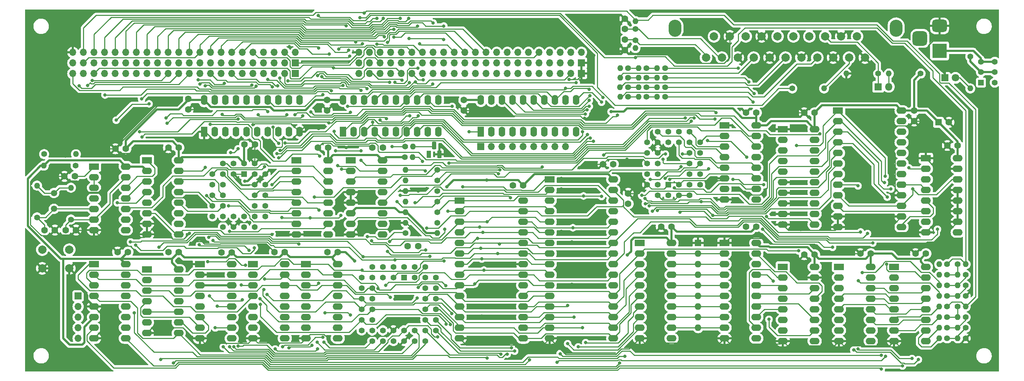
<source format=gbr>
%TF.GenerationSoftware,KiCad,Pcbnew,7.0.8*%
%TF.CreationDate,2023-10-18T18:18:42+01:00*%
%TF.ProjectId,Beep12-Kicad,42656570-3132-42d4-9b69-6361642e6b69,rev?*%
%TF.SameCoordinates,Original*%
%TF.FileFunction,Copper,L1,Top*%
%TF.FilePolarity,Positive*%
%FSLAX46Y46*%
G04 Gerber Fmt 4.6, Leading zero omitted, Abs format (unit mm)*
G04 Created by KiCad (PCBNEW 7.0.8) date 2023-10-18 18:18:42*
%MOMM*%
%LPD*%
G01*
G04 APERTURE LIST*
G04 Aperture macros list*
%AMRoundRect*
0 Rectangle with rounded corners*
0 $1 Rounding radius*
0 $2 $3 $4 $5 $6 $7 $8 $9 X,Y pos of 4 corners*
0 Add a 4 corners polygon primitive as box body*
4,1,4,$2,$3,$4,$5,$6,$7,$8,$9,$2,$3,0*
0 Add four circle primitives for the rounded corners*
1,1,$1+$1,$2,$3*
1,1,$1+$1,$4,$5*
1,1,$1+$1,$6,$7*
1,1,$1+$1,$8,$9*
0 Add four rect primitives between the rounded corners*
20,1,$1+$1,$2,$3,$4,$5,0*
20,1,$1+$1,$4,$5,$6,$7,0*
20,1,$1+$1,$6,$7,$8,$9,0*
20,1,$1+$1,$8,$9,$2,$3,0*%
G04 Aperture macros list end*
%TA.AperFunction,ComponentPad*%
%ADD10C,1.500000*%
%TD*%
%TA.AperFunction,ComponentPad*%
%ADD11C,1.400000*%
%TD*%
%TA.AperFunction,ComponentPad*%
%ADD12O,1.400000X1.400000*%
%TD*%
%TA.AperFunction,ComponentPad*%
%ADD13C,1.600000*%
%TD*%
%TA.AperFunction,ComponentPad*%
%ADD14C,2.000000*%
%TD*%
%TA.AperFunction,ComponentPad*%
%ADD15R,1.100000X1.800000*%
%TD*%
%TA.AperFunction,ComponentPad*%
%ADD16RoundRect,0.275000X-0.275000X-0.625000X0.275000X-0.625000X0.275000X0.625000X-0.275000X0.625000X0*%
%TD*%
%TA.AperFunction,ComponentPad*%
%ADD17R,2.400000X1.600000*%
%TD*%
%TA.AperFunction,ComponentPad*%
%ADD18O,2.400000X1.600000*%
%TD*%
%TA.AperFunction,ComponentPad*%
%ADD19R,1.700000X1.700000*%
%TD*%
%TA.AperFunction,ComponentPad*%
%ADD20O,1.700000X1.700000*%
%TD*%
%TA.AperFunction,ComponentPad*%
%ADD21R,1.422400X1.422400*%
%TD*%
%TA.AperFunction,ComponentPad*%
%ADD22C,1.422400*%
%TD*%
%TA.AperFunction,ComponentPad*%
%ADD23C,1.800000*%
%TD*%
%TA.AperFunction,ComponentPad*%
%ADD24R,1.800000X1.800000*%
%TD*%
%TA.AperFunction,ComponentPad*%
%ADD25R,1.600000X2.400000*%
%TD*%
%TA.AperFunction,ComponentPad*%
%ADD26O,1.600000X2.400000*%
%TD*%
%TA.AperFunction,ComponentPad*%
%ADD27R,3.500000X3.500000*%
%TD*%
%TA.AperFunction,ComponentPad*%
%ADD28RoundRect,0.750000X-1.000000X0.750000X-1.000000X-0.750000X1.000000X-0.750000X1.000000X0.750000X0*%
%TD*%
%TA.AperFunction,ComponentPad*%
%ADD29RoundRect,0.875000X-0.875000X0.875000X-0.875000X-0.875000X0.875000X-0.875000X0.875000X0.875000X0*%
%TD*%
%TA.AperFunction,WasherPad*%
%ADD30O,3.100000X4.100000*%
%TD*%
%TA.AperFunction,ComponentPad*%
%ADD31C,1.998980*%
%TD*%
%TA.AperFunction,ComponentPad*%
%ADD32R,1.400000X1.400000*%
%TD*%
%TA.AperFunction,ComponentPad*%
%ADD33R,1.600000X1.600000*%
%TD*%
%TA.AperFunction,ComponentPad*%
%ADD34O,1.600000X1.600000*%
%TD*%
%TA.AperFunction,ComponentPad*%
%ADD35O,1.800000X1.800000*%
%TD*%
%TA.AperFunction,ViaPad*%
%ADD36C,0.800000*%
%TD*%
%TA.AperFunction,Conductor*%
%ADD37C,0.250000*%
%TD*%
%TA.AperFunction,Conductor*%
%ADD38C,0.500000*%
%TD*%
G04 APERTURE END LIST*
D10*
%TO.P,Y1,2,2*%
%TO.N,Net-(R2-Pad2)*%
X32083500Y-113970300D03*
%TO.P,Y1,1,1*%
%TO.N,Net-(C2-Pad1)*%
X32083500Y-117770300D03*
%TD*%
D11*
%TO.P,R47,1*%
%TO.N,Net-(J2-P1)*%
X171450000Y-77348000D03*
D12*
%TO.P,R47,2*%
%TO.N,RIGHT*%
X171450000Y-79248000D03*
%TD*%
D11*
%TO.P,R46,1*%
%TO.N,Net-(J2-P3)*%
X171450000Y-74676000D03*
D12*
%TO.P,R46,2*%
%TO.N,LEFT*%
X171450000Y-72776000D03*
%TD*%
D13*
%TO.P,C32,1*%
%TO.N,GND*%
X168910000Y-72176000D03*
%TO.P,C32,2*%
%TO.N,Net-(J2-P3)*%
X168910000Y-74676000D03*
%TD*%
%TO.P,C31,1*%
%TO.N,GND*%
X168910000Y-79716000D03*
%TO.P,C31,2*%
%TO.N,Net-(J2-P1)*%
X168910000Y-77216000D03*
%TD*%
%TO.P,C1,1*%
%TO.N,GND*%
X34584000Y-109982000D03*
%TO.P,C1,2*%
%TO.N,Net-(C1-Pad2)*%
X37084000Y-109982000D03*
%TD*%
D14*
%TO.P,SW2,1,1*%
%TO.N,Net-(R1-Pad1)*%
X35762000Y-127544000D03*
X29262000Y-127544000D03*
%TO.P,SW2,2,2*%
%TO.N,GND*%
X35762000Y-132044000D03*
X29262000Y-132044000D03*
%TD*%
D12*
%TO.P,R45,2*%
%TO.N,Net-(R1-Pad1)*%
X37338000Y-104648000D03*
D11*
%TO.P,R45,1*%
%TO.N,Net-(C1-Pad2)*%
X29718000Y-104648000D03*
%TD*%
D15*
%TO.P,Q1,1,C*%
%TO.N,/Ports/~{B7}*%
X121920000Y-104670000D03*
D16*
%TO.P,Q1,2,B*%
%TO.N,Net-(Q1-B)*%
X123190000Y-102600000D03*
%TO.P,Q1,3,E*%
%TO.N,GND*%
X124460000Y-104670000D03*
%TD*%
D17*
%TO.P,U1,1,CK*%
%TO.N,12M*%
X54386000Y-106096300D03*
D18*
%TO.P,U1,2,Enable*%
%TO.N,+5V*%
X54386000Y-108636300D03*
%TO.P,U1,3,Q1*%
%TO.N,6M*%
X54386000Y-111176300D03*
%TO.P,U1,4,Q2*%
%TO.N,3M*%
X54386000Y-113716300D03*
%TO.P,U1,5,Q3*%
%TO.N,1M*%
X54386000Y-116256300D03*
%TO.P,U1,6,Q4*%
%TO.N,750K*%
X54386000Y-118796300D03*
%TO.P,U1,7,Reset*%
%TO.N,GND*%
X54386000Y-121336300D03*
%TO.P,U1,8,VSS*%
X54386000Y-123876300D03*
%TO.P,U1,9,CK*%
%TO.N,750K*%
X62006000Y-123876300D03*
%TO.P,U1,10,Enable*%
%TO.N,+5V*%
X62006000Y-121336300D03*
%TO.P,U1,11,Q1*%
%TO.N,unconnected-(U1B-Q1-Pad11)*%
X62006000Y-118796300D03*
%TO.P,U1,12,Q2*%
%TO.N,Net-(U1B-Q2)*%
X62006000Y-116256300D03*
%TO.P,U1,13,Q3*%
%TO.N,Net-(U1B-Q3)*%
X62006000Y-113716300D03*
%TO.P,U1,14,Q4*%
%TO.N,Net-(U1B-Q4)*%
X62006000Y-111176300D03*
%TO.P,U1,15,Reset*%
%TO.N,VReset*%
X62006000Y-108636300D03*
%TO.P,U1,16,VDD*%
%TO.N,+5V*%
X62006000Y-106096300D03*
%TD*%
D17*
%TO.P,U24,1,A0*%
%TO.N,A4*%
X41686000Y-131042800D03*
D18*
%TO.P,U24,2,A1*%
%TO.N,A5*%
X41686000Y-133582800D03*
%TO.P,U24,3,A2*%
%TO.N,A6*%
X41686000Y-136122800D03*
%TO.P,U24,4,~{E0}*%
%TO.N,~{IO}*%
X41686000Y-138662800D03*
%TO.P,U24,5,~{E1}*%
%TO.N,GND*%
X41686000Y-141202800D03*
%TO.P,U24,6,E2*%
%TO.N,+5V*%
X41686000Y-143742800D03*
%TO.P,U24,7,~{Y7}*%
%TO.N,~{VolWr}*%
X41686000Y-146282800D03*
%TO.P,U24,8,GND*%
%TO.N,GND*%
X41686000Y-148822800D03*
%TO.P,U24,9,~{Y6}*%
%TO.N,~{OscWr}*%
X49306000Y-148822800D03*
%TO.P,U24,10,~{Y5}*%
%TO.N,/IO/BANK*%
X49306000Y-146282800D03*
%TO.P,U24,11,~{Y4}*%
%TO.N,/IO/KeyIN 4*%
X49306000Y-143742800D03*
%TO.P,U24,12,~{Y3}*%
%TO.N,/IO/KeyIN 3*%
X49306000Y-141202800D03*
%TO.P,U24,13,~{Y2}*%
%TO.N,/IO/KeyIN 2*%
X49306000Y-138662800D03*
%TO.P,U24,14,~{Y1}*%
%TO.N,/IO/KeyIN 1*%
X49306000Y-136122800D03*
%TO.P,U24,15,~{Y0}*%
%TO.N,/IO/KeyIN 0*%
X49306000Y-133582800D03*
%TO.P,U24,16,VCC*%
%TO.N,+5V*%
X49306000Y-131042800D03*
%TD*%
D11*
%TO.P,R37,1*%
%TO.N,Net-(R33-Pad2)*%
X174112000Y-86360000D03*
D12*
%TO.P,R37,2*%
%TO.N,Net-(R37-Pad2)*%
X172212000Y-86360000D03*
%TD*%
D13*
%TO.P,C13,1*%
%TO.N,+5V*%
X49814000Y-128121800D03*
%TO.P,C13,2*%
%TO.N,GND*%
X47314000Y-128121800D03*
%TD*%
D12*
%TO.P,R5,2*%
%TO.N,/Audio/L0*%
X244256000Y-148822800D03*
D11*
%TO.P,R5,1*%
%TO.N,Net-(R4-Pad2)*%
X246156000Y-148822800D03*
%TD*%
%TO.P,R34,1*%
%TO.N,Net-(U16-Q2)*%
X178557000Y-88646000D03*
D12*
%TO.P,R34,2*%
%TO.N,Net-(R34-Pad2)*%
X176657000Y-88646000D03*
%TD*%
%TO.P,R17,2*%
%TO.N,RIGHT*%
X250596000Y-131042800D03*
D11*
%TO.P,R17,1*%
%TO.N,Net-(R13-Pad2)*%
X248696000Y-131042800D03*
%TD*%
D13*
%TO.P,C14,1*%
%TO.N,+5V*%
X62006000Y-128121800D03*
%TO.P,C14,2*%
%TO.N,GND*%
X59506000Y-128121800D03*
%TD*%
D17*
%TO.P,U20,1,Ea*%
%TO.N,GND*%
X241086000Y-105632800D03*
D18*
%TO.P,U20,2,S1*%
%TO.N,750K*%
X241086000Y-108172800D03*
%TO.P,U20,3,I3a*%
%TO.N,A9*%
X241086000Y-110712800D03*
%TO.P,U20,4,I2a*%
%TO.N,/Audio/Osc 3*%
X241086000Y-113252800D03*
%TO.P,U20,5,I1a*%
%TO.N,/Audio/Osc 2*%
X241086000Y-115792800D03*
%TO.P,U20,6,I0a*%
%TO.N,/Audio/Osc 1*%
X241086000Y-118332800D03*
%TO.P,U20,7,Za*%
%TO.N,/Audio/Sout*%
X241086000Y-120872800D03*
%TO.P,U20,8,GND*%
%TO.N,GND*%
X241086000Y-123412800D03*
%TO.P,U20,9,Zb*%
%TO.N,unconnected-(U20-Zb-Pad9)*%
X248706000Y-123412800D03*
%TO.P,U20,10,I0b*%
%TO.N,GND*%
X248706000Y-120872800D03*
%TO.P,U20,11,I1b*%
X248706000Y-118332800D03*
%TO.P,U20,12,I2b*%
X248706000Y-115792800D03*
%TO.P,U20,13,I3b*%
X248706000Y-113252800D03*
%TO.P,U20,14,S0*%
%TO.N,1M*%
X248706000Y-110712800D03*
%TO.P,U20,15,Eb*%
%TO.N,GND*%
X248706000Y-108172800D03*
%TO.P,U20,16,VCC*%
%TO.N,+5V*%
X248706000Y-105632800D03*
%TD*%
D13*
%TO.P,C10,1*%
%TO.N,+5V*%
X97566000Y-91672800D03*
%TO.P,C10,2*%
%TO.N,GND*%
X97566000Y-94172800D03*
%TD*%
D12*
%TO.P,R16,2*%
%TO.N,LEFT*%
X250601000Y-141202800D03*
D11*
%TO.P,R16,1*%
%TO.N,Net-(R12-Pad2)*%
X248701000Y-141202800D03*
%TD*%
%TO.P,R23,1*%
%TO.N,A13*%
X123982000Y-116056800D03*
D12*
%TO.P,R23,2*%
%TO.N,+5V*%
X116362000Y-116056800D03*
%TD*%
D11*
%TO.P,R20,1*%
%TO.N,A10*%
X123982000Y-108436800D03*
D12*
%TO.P,R20,2*%
%TO.N,~{ChrGet}*%
X116362000Y-108436800D03*
%TD*%
D11*
%TO.P,R32,1*%
%TO.N,Net-(U16-Q0)*%
X178557000Y-84074000D03*
D12*
%TO.P,R32,2*%
%TO.N,Net-(R32-Pad2)*%
X176657000Y-84074000D03*
%TD*%
D13*
%TO.P,C11,1*%
%TO.N,+5V*%
X200436000Y-122025800D03*
%TO.P,C11,2*%
%TO.N,GND*%
X197936000Y-122025800D03*
%TD*%
D19*
%TO.P,J5,1,Pin_1*%
%TO.N,GND*%
X89946000Y-85344000D03*
D20*
%TO.P,J5,2,Pin_2*%
%TO.N,A15*%
X87406000Y-85344000D03*
%TO.P,J5,3,Pin_3*%
%TO.N,A14*%
X84866000Y-85344000D03*
%TO.P,J5,4,Pin_4*%
%TO.N,A13*%
X82326000Y-85344000D03*
%TO.P,J5,5,Pin_5*%
%TO.N,A12*%
X79786000Y-85344000D03*
%TO.P,J5,6,Pin_6*%
%TO.N,A11*%
X77246000Y-85344000D03*
%TO.P,J5,7,Pin_7*%
%TO.N,A10*%
X74706000Y-85344000D03*
%TO.P,J5,8,Pin_8*%
%TO.N,A9*%
X72166000Y-85344000D03*
%TO.P,J5,9,Pin_9*%
%TO.N,A8*%
X69626000Y-85344000D03*
%TO.P,J5,10,Pin_10*%
%TO.N,A7*%
X67086000Y-85344000D03*
%TO.P,J5,11,Pin_11*%
%TO.N,A6*%
X64546000Y-85344000D03*
%TO.P,J5,12,Pin_12*%
%TO.N,A5*%
X62006000Y-85344000D03*
%TO.P,J5,13,Pin_13*%
%TO.N,A4*%
X59466000Y-85344000D03*
%TO.P,J5,14,Pin_14*%
%TO.N,A3*%
X56926000Y-85344000D03*
%TO.P,J5,15,Pin_15*%
%TO.N,A2*%
X54386000Y-85344000D03*
%TO.P,J5,16,Pin_16*%
%TO.N,A1*%
X51846000Y-85344000D03*
%TO.P,J5,17,Pin_17*%
%TO.N,A0*%
X49306000Y-85344000D03*
%TO.P,J5,18,Pin_18*%
%TO.N,~{CART}*%
X46766000Y-85344000D03*
%TO.P,J5,19,Pin_19*%
%TO.N,~{NMI}*%
X44226000Y-85344000D03*
%TO.P,J5,20,Pin_20*%
%TO.N,~{RESET}*%
X41686000Y-85344000D03*
%TO.P,J5,21,Pin_21*%
%TO.N,B7*%
X39146000Y-85344000D03*
%TO.P,J5,22,Pin_22*%
%TO.N,RIGHT*%
X36606000Y-85344000D03*
%TD*%
D13*
%TO.P,C7,1*%
%TO.N,+5V*%
X62006000Y-103102800D03*
%TO.P,C7,2*%
%TO.N,GND*%
X59506000Y-103102800D03*
%TD*%
D12*
%TO.P,R19,2*%
%TO.N,/Audio/R3*%
X244251000Y-131042800D03*
D11*
%TO.P,R19,1*%
%TO.N,RIGHT*%
X246151000Y-131042800D03*
%TD*%
D12*
%TO.P,R7,2*%
%TO.N,Net-(R7-Pad2)*%
X248701000Y-138662800D03*
D11*
%TO.P,R7,1*%
%TO.N,GND*%
X250601000Y-138662800D03*
%TD*%
D21*
%TO.P,U6,1,VSS*%
%TO.N,GND*%
X115976400Y-134213600D03*
D22*
%TO.P,U6,2,~{VP}*%
%TO.N,unconnected-(U6-~{VP}-Pad2)*%
X113436400Y-131673600D03*
%TO.P,U6,3,RDY*%
%TO.N,BusDriver*%
X113436400Y-134213600D03*
%TO.P,U6,4,\u03D51*%
%TO.N,unconnected-(U6-\u03D51-Pad4)*%
X110896400Y-131673600D03*
%TO.P,U6,5,~{IRQ}*%
%TO.N,~{VIrq}*%
X110896400Y-134213600D03*
%TO.P,U6,6,~{ML}*%
%TO.N,unconnected-(U6-~{ML}-Pad6)*%
X108356400Y-131673600D03*
%TO.P,U6,7,~{NMI}*%
%TO.N,~{NMI}*%
X105816400Y-134213600D03*
%TO.P,U6,8,SYNC*%
%TO.N,unconnected-(U6-SYNC-Pad8)*%
X108356400Y-134213600D03*
%TO.P,U6,9,VDD*%
%TO.N,+5V*%
X105816400Y-136753600D03*
%TO.P,U6,10,A0*%
%TO.N,A0*%
X108356400Y-136753600D03*
%TO.P,U6,11,A1*%
%TO.N,A1*%
X105816400Y-139293600D03*
%TO.P,U6,12,nc*%
%TO.N,unconnected-(U6-nc-Pad12)*%
X108356400Y-139293600D03*
%TO.P,U6,13,A2*%
%TO.N,A2*%
X105816400Y-141833600D03*
%TO.P,U6,14,A3*%
%TO.N,A3*%
X108356400Y-141833600D03*
%TO.P,U6,15,A4*%
%TO.N,A4*%
X105816400Y-144373600D03*
%TO.P,U6,16,A5*%
%TO.N,A5*%
X108356400Y-144373600D03*
%TO.P,U6,17,A6*%
%TO.N,A6*%
X105816400Y-146913600D03*
%TO.P,U6,18,A7*%
%TO.N,A7*%
X108356400Y-149453600D03*
%TO.P,U6,19,A8*%
%TO.N,A8*%
X108356400Y-146913600D03*
%TO.P,U6,20,A9*%
%TO.N,A9*%
X110896400Y-149453600D03*
%TO.P,U6,21,A10*%
%TO.N,A10*%
X110896400Y-146913600D03*
%TO.P,U6,22,A11*%
%TO.N,A11*%
X113436400Y-149453600D03*
%TO.P,U6,23,VSS*%
%TO.N,GND*%
X113436400Y-146913600D03*
%TO.P,U6,24,VSS*%
X115976400Y-149453600D03*
%TO.P,U6,25,A12*%
%TO.N,A12*%
X115976400Y-146913600D03*
%TO.P,U6,26,A13*%
%TO.N,A13*%
X118516400Y-149453600D03*
%TO.P,U6,27,A14*%
%TO.N,A14*%
X118516400Y-146913600D03*
%TO.P,U6,28,A15*%
%TO.N,A15*%
X121056400Y-149453600D03*
%TO.P,U6,29,D7*%
%TO.N,D7*%
X123596400Y-146913600D03*
%TO.P,U6,30,D6*%
%TO.N,D6*%
X121056400Y-146913600D03*
%TO.P,U6,31,D5*%
%TO.N,D5*%
X123596400Y-144373600D03*
%TO.P,U6,32,D4*%
%TO.N,D4*%
X121056400Y-144373600D03*
%TO.P,U6,33,D3*%
%TO.N,D3*%
X123596400Y-141833600D03*
%TO.P,U6,34,D2*%
%TO.N,D2*%
X121056400Y-141833600D03*
%TO.P,U6,35,D1*%
%TO.N,D1*%
X123596400Y-139293600D03*
%TO.P,U6,36,D0*%
%TO.N,D0*%
X121056400Y-139293600D03*
%TO.P,U6,37,VDD*%
%TO.N,+5V*%
X123596400Y-136753600D03*
%TO.P,U6,38,R/~{W}*%
%TO.N,R{slash}~{W}*%
X121056400Y-136753600D03*
%TO.P,U6,39,nc*%
%TO.N,unconnected-(U6-nc-Pad39)*%
X123596400Y-134213600D03*
%TO.P,U6,40,BE*%
%TO.N,BusDriver*%
X121056400Y-131673600D03*
%TO.P,U6,41,\u03D50*%
%TO.N,3M*%
X121056400Y-134213600D03*
%TO.P,U6,42,~{SO}*%
%TO.N,+5V*%
X118516400Y-131673600D03*
%TO.P,U6,43,\u03D52O*%
%TO.N,unconnected-(U6-\u03D52O-Pad43)*%
X118516400Y-134213600D03*
%TO.P,U6,44,~{RES}*%
%TO.N,~{RESET}*%
X115976400Y-131673600D03*
%TD*%
D11*
%TO.P,R44,1*%
%TO.N,+5V*%
X251714000Y-81280000D03*
D12*
%TO.P,R44,2*%
%TO.N,Net-(D2-A)*%
X251714000Y-88900000D03*
%TD*%
%TO.P,R14,2*%
%TO.N,/Audio/L2*%
X244256000Y-143742800D03*
D11*
%TO.P,R14,1*%
%TO.N,Net-(R12-Pad2)*%
X246156000Y-143742800D03*
%TD*%
D13*
%TO.P,C22,1*%
%TO.N,+5V*%
X200436000Y-94720800D03*
%TO.P,C22,2*%
%TO.N,GND*%
X197936000Y-94720800D03*
%TD*%
D11*
%TO.P,R33,1*%
%TO.N,Net-(U16-Q1)*%
X178557000Y-86360000D03*
D12*
%TO.P,R33,2*%
%TO.N,Net-(R33-Pad2)*%
X176657000Y-86360000D03*
%TD*%
D17*
%TO.P,U14,1,Ds*%
%TO.N,GND*%
X192816000Y-97768800D03*
D18*
%TO.P,U14,2,A*%
%TO.N,Net-(U14-A)*%
X192816000Y-100308800D03*
%TO.P,U14,3,B*%
%TO.N,Net-(U14-B)*%
X192816000Y-102848800D03*
%TO.P,U14,4,C*%
%TO.N,Net-(U14-C)*%
X192816000Y-105388800D03*
%TO.P,U14,5,D*%
%TO.N,Net-(U14-D)*%
X192816000Y-107928800D03*
%TO.P,U14,6,CE*%
%TO.N,GND*%
X192816000Y-110468800D03*
%TO.P,U14,7,Clk*%
%TO.N,6M*%
X192816000Y-113008800D03*
%TO.P,U14,8,GND*%
%TO.N,GND*%
X192816000Y-115548800D03*
%TO.P,U14,9,Clr*%
%TO.N,+5V*%
X200436000Y-115548800D03*
%TO.P,U14,10,E*%
%TO.N,Net-(U14-E)*%
X200436000Y-113008800D03*
%TO.P,U14,11,F*%
%TO.N,Net-(U14-F)*%
X200436000Y-110468800D03*
%TO.P,U14,12,G*%
%TO.N,Net-(U14-G)*%
X200436000Y-107928800D03*
%TO.P,U14,13,Qh*%
%TO.N,Net-(U14-Qh)*%
X200436000Y-105388800D03*
%TO.P,U14,14,H*%
%TO.N,Net-(U14-H)*%
X200436000Y-102848800D03*
%TO.P,U14,15,PE*%
%TO.N,~{ChrGet}*%
X200436000Y-100308800D03*
%TO.P,U14,16,VCC*%
%TO.N,+5V*%
X200436000Y-97768800D03*
%TD*%
D13*
%TO.P,C19,1*%
%TO.N,+5V*%
X49306000Y-103356800D03*
%TO.P,C19,2*%
%TO.N,GND*%
X46806000Y-103356800D03*
%TD*%
%TO.P,C20,1*%
%TO.N,+5V*%
X110875600Y-103102800D03*
%TO.P,C20,2*%
%TO.N,GND*%
X108375600Y-103102800D03*
%TD*%
D11*
%TO.P,R39,1*%
%TO.N,Net-(R35-Pad2)*%
X174112000Y-90932000D03*
D12*
%TO.P,R39,2*%
%TO.N,Net-(R39-Pad2)*%
X172212000Y-90932000D03*
%TD*%
D13*
%TO.P,C29,1*%
%TO.N,+5V*%
X214406000Y-128756800D03*
%TO.P,C29,2*%
%TO.N,GND*%
X211906000Y-128756800D03*
%TD*%
%TO.P,C3,1*%
%TO.N,Net-(C3-Pad1)*%
X34877500Y-122860300D03*
%TO.P,C3,2*%
%TO.N,GND*%
X37377500Y-122860300D03*
%TD*%
D11*
%TO.P,R28,1*%
%TO.N,Net-(D1-K)*%
X229646000Y-85322800D03*
D12*
%TO.P,R28,2*%
%TO.N,GND*%
X222026000Y-85322800D03*
%TD*%
D13*
%TO.P,C12,1*%
%TO.N,+5V*%
X166146000Y-107039800D03*
%TO.P,C12,2*%
%TO.N,GND*%
X163646000Y-107039800D03*
%TD*%
D17*
%TO.P,U17,1,D7*%
%TO.N,D7*%
X220004000Y-94212800D03*
D18*
%TO.P,U17,2,D6*%
%TO.N,D6*%
X220004000Y-96752800D03*
%TO.P,U17,3,D5*%
%TO.N,D5*%
X220004000Y-99292800D03*
%TO.P,U17,4,D4*%
%TO.N,D4*%
X220004000Y-101832800D03*
%TO.P,U17,5,D3*%
%TO.N,D3*%
X220004000Y-104372800D03*
%TO.P,U17,6,D2*%
%TO.N,D2*%
X220004000Y-106912800D03*
%TO.P,U17,7,D1*%
%TO.N,D1*%
X220004000Y-109452800D03*
%TO.P,U17,8,D0*%
%TO.N,D0*%
X220004000Y-111992800D03*
%TO.P,U17,9,CLK0*%
%TO.N,1M*%
X220004000Y-114532800D03*
%TO.P,U17,10,OUT0*%
%TO.N,/Audio/Osc 1*%
X220004000Y-117072800D03*
%TO.P,U17,11,G0*%
%TO.N,GND*%
X220004000Y-119612800D03*
%TO.P,U17,12,GND*%
X220004000Y-122152800D03*
%TO.P,U17,13,OUT1*%
%TO.N,/Audio/Osc 2*%
X235244000Y-122152800D03*
%TO.P,U17,14,G1*%
%TO.N,GND*%
X235244000Y-119612800D03*
%TO.P,U17,15,CLK1*%
%TO.N,1M*%
X235244000Y-117072800D03*
%TO.P,U17,16,G2*%
%TO.N,GND*%
X235244000Y-114532800D03*
%TO.P,U17,17,OUT2*%
%TO.N,/Audio/Osc 3*%
X235244000Y-111992800D03*
%TO.P,U17,18,CLK2*%
%TO.N,1M*%
X235244000Y-109452800D03*
%TO.P,U17,19,A0*%
%TO.N,A0*%
X235244000Y-106912800D03*
%TO.P,U17,20,A1*%
%TO.N,A1*%
X235244000Y-104372800D03*
%TO.P,U17,21,~{CS}*%
%TO.N,~{OscWr}*%
X235244000Y-101832800D03*
%TO.P,U17,22,~{RD}*%
%TO.N,~{R}{slash}W*%
X235244000Y-99292800D03*
%TO.P,U17,23,~{WR}*%
%TO.N,R{slash}~{W}*%
X235244000Y-96752800D03*
%TO.P,U17,24,VCC*%
%TO.N,+5V*%
X235244000Y-94212800D03*
%TD*%
D17*
%TO.P,U12,1,Q1*%
%TO.N,A6*%
X92486000Y-131042800D03*
D18*
%TO.P,U12,2,Q2*%
%TO.N,A7*%
X92486000Y-133582800D03*
%TO.P,U12,3,Q3*%
%TO.N,A8*%
X92486000Y-136122800D03*
%TO.P,U12,4,Q4*%
%TO.N,A9*%
X92486000Y-138662800D03*
%TO.P,U12,5,Q5*%
%TO.N,unconnected-(U12-Q5-Pad5)*%
X92486000Y-141202800D03*
%TO.P,U12,6,Q6*%
%TO.N,unconnected-(U12-Q6-Pad6)*%
X92486000Y-143742800D03*
%TO.P,U12,7,Q7*%
%TO.N,unconnected-(U12-Q7-Pad7)*%
X92486000Y-146282800D03*
%TO.P,U12,8,GND*%
%TO.N,GND*%
X92486000Y-148822800D03*
%TO.P,U12,9,~{RCO}*%
%TO.N,unconnected-(U12-~{RCO}-Pad9)*%
X100106000Y-148822800D03*
%TO.P,U12,10,~{MRC}*%
%TO.N,~{VReset}*%
X100106000Y-146282800D03*
%TO.P,U12,11,CPC*%
%TO.N,~{CharTick}*%
X100106000Y-143742800D03*
%TO.P,U12,12,~{CE}*%
%TO.N,Net-(U11-~{RCO})*%
X100106000Y-141202800D03*
%TO.P,U12,13,CPR*%
%TO.N,~{CharTick}*%
X100106000Y-138662800D03*
%TO.P,U12,14,~{OE}*%
%TO.N,BusDriver*%
X100106000Y-136122800D03*
%TO.P,U12,15,Q0*%
%TO.N,A5*%
X100106000Y-133582800D03*
%TO.P,U12,16,VCC*%
%TO.N,+5V*%
X100106000Y-131042800D03*
%TD*%
D12*
%TO.P,R10,2*%
%TO.N,/Audio/L1*%
X244256000Y-146282800D03*
D11*
%TO.P,R10,1*%
%TO.N,Net-(R10-Pad1)*%
X246156000Y-146282800D03*
%TD*%
D23*
%TO.P,D2,2,A*%
%TO.N,Net-(D2-A)*%
X248153000Y-86360000D03*
D24*
%TO.P,D2,1,K*%
%TO.N,GND*%
X245613000Y-86360000D03*
%TD*%
D11*
%TO.P,R35,1*%
%TO.N,Net-(U16-Q3)*%
X178557000Y-90932000D03*
D12*
%TO.P,R35,2*%
%TO.N,Net-(R35-Pad2)*%
X176657000Y-90932000D03*
%TD*%
D11*
%TO.P,R25,1*%
%TO.N,A15*%
X123982000Y-121136800D03*
D12*
%TO.P,R25,2*%
%TO.N,GND*%
X116362000Y-121136800D03*
%TD*%
%TO.P,R6,2*%
%TO.N,Net-(R10-Pad1)*%
X248701000Y-146282800D03*
D11*
%TO.P,R6,1*%
%TO.N,Net-(R4-Pad2)*%
X250601000Y-146282800D03*
%TD*%
D13*
%TO.P,C27,1*%
%TO.N,+5V*%
X248706000Y-102584800D03*
%TO.P,C27,2*%
%TO.N,GND*%
X246206000Y-102584800D03*
%TD*%
D11*
%TO.P,R38,1*%
%TO.N,Net-(R34-Pad2)*%
X174112000Y-88646000D03*
D12*
%TO.P,R38,2*%
%TO.N,Net-(R38-Pad2)*%
X172212000Y-88646000D03*
%TD*%
D13*
%TO.P,C21,1*%
%TO.N,+5V*%
X144556000Y-112119800D03*
%TO.P,C21,2*%
%TO.N,GND*%
X142056000Y-112119800D03*
%TD*%
D11*
%TO.P,R29,1*%
%TO.N,~{NMI}*%
X116362000Y-123549800D03*
D12*
%TO.P,R29,2*%
%TO.N,+5V*%
X123982000Y-123549800D03*
%TD*%
D13*
%TO.P,C17,1*%
%TO.N,+5V*%
X74706000Y-128198000D03*
%TO.P,C17,2*%
%TO.N,GND*%
X72206000Y-128198000D03*
%TD*%
D12*
%TO.P,R13,2*%
%TO.N,Net-(R13-Pad2)*%
X248701000Y-133582800D03*
D11*
%TO.P,R13,1*%
%TO.N,Net-(R11-Pad1)*%
X250601000Y-133582800D03*
%TD*%
D12*
%TO.P,R8,2*%
%TO.N,/Audio/R0*%
X244256000Y-138662800D03*
D11*
%TO.P,R8,1*%
%TO.N,Net-(R7-Pad2)*%
X246156000Y-138662800D03*
%TD*%
D13*
%TO.P,C18,1*%
%TO.N,+5V*%
X116865400Y-126720600D03*
%TO.P,C18,2*%
%TO.N,GND*%
X119365400Y-126720600D03*
%TD*%
D17*
%TO.P,U15,1,S*%
%TO.N,Net-(U14-Qh)*%
X206786000Y-131677800D03*
D18*
%TO.P,U15,2,I0a*%
%TO.N,/Video/Pa0*%
X206786000Y-134217800D03*
%TO.P,U15,3,I1a*%
%TO.N,/Video/Pb0*%
X206786000Y-136757800D03*
%TO.P,U15,4,Za*%
%TO.N,Net-(U15-Za)*%
X206786000Y-139297800D03*
%TO.P,U15,5,I0b*%
%TO.N,/Video/Pa1*%
X206786000Y-141837800D03*
%TO.P,U15,6,I1b*%
%TO.N,/Video/Pb1*%
X206786000Y-144377800D03*
%TO.P,U15,7,Zb*%
%TO.N,Net-(U15-Zb)*%
X206786000Y-146917800D03*
%TO.P,U15,8,GND*%
%TO.N,GND*%
X206786000Y-149457800D03*
%TO.P,U15,9,Zc*%
%TO.N,Net-(U15-Zc)*%
X214406000Y-149457800D03*
%TO.P,U15,10,I1c*%
%TO.N,/Video/Pb2*%
X214406000Y-146917800D03*
%TO.P,U15,11,I0c*%
%TO.N,/Video/Pa2*%
X214406000Y-144377800D03*
%TO.P,U15,12,Zd*%
%TO.N,Net-(U15-Zd)*%
X214406000Y-141837800D03*
%TO.P,U15,13,I1d*%
%TO.N,/Video/Pb3*%
X214406000Y-139297800D03*
%TO.P,U15,14,I0d*%
%TO.N,/Video/Pa3*%
X214406000Y-136757800D03*
%TO.P,U15,15,E*%
%TO.N,GND*%
X214406000Y-134217800D03*
%TO.P,U15,16,VCC*%
%TO.N,+5V*%
X214406000Y-131677800D03*
%TD*%
D25*
%TO.P,U5,1,OE*%
%TO.N,GND*%
X68072000Y-99314000D03*
D26*
%TO.P,U5,2,D0*%
%TO.N,Net-(U4-D0)*%
X70612000Y-99314000D03*
%TO.P,U5,3,D1*%
%TO.N,Net-(U4-D1)*%
X73152000Y-99314000D03*
%TO.P,U5,4,D2*%
%TO.N,Net-(U4-D2)*%
X75692000Y-99314000D03*
%TO.P,U5,5,D3*%
%TO.N,Net-(U4-D3)*%
X78232000Y-99314000D03*
%TO.P,U5,6,D4*%
%TO.N,Net-(U4-D4)*%
X80772000Y-99314000D03*
%TO.P,U5,7,D5*%
%TO.N,Net-(U4-D5)*%
X83312000Y-99314000D03*
%TO.P,U5,8,D6*%
%TO.N,Net-(U4-D6)*%
X85852000Y-99314000D03*
%TO.P,U5,9,D7*%
%TO.N,Net-(U4-D7)*%
X88392000Y-99314000D03*
%TO.P,U5,10,GND*%
%TO.N,GND*%
X90932000Y-99314000D03*
%TO.P,U5,11,Cp*%
%TO.N,750K*%
X90932000Y-91694000D03*
%TO.P,U5,12,Q7*%
%TO.N,~{VIrq}*%
X88392000Y-91694000D03*
%TO.P,U5,13,Q6*%
%TO.N,~{VPixel}*%
X85852000Y-91694000D03*
%TO.P,U5,14,Q5*%
%TO.N,~{VSync}*%
X83312000Y-91694000D03*
%TO.P,U5,15,Q4*%
%TO.N,~{VReset}*%
X80772000Y-91694000D03*
%TO.P,U5,16,Q3*%
%TO.N,VIrq*%
X78232000Y-91694000D03*
%TO.P,U5,17,Q2*%
%TO.N,VPixel*%
X75692000Y-91694000D03*
%TO.P,U5,18,Q1*%
%TO.N,VSync*%
X73152000Y-91694000D03*
%TO.P,U5,19,Q0*%
%TO.N,VReset*%
X70612000Y-91694000D03*
%TO.P,U5,20,VCC*%
%TO.N,+5V*%
X68072000Y-91694000D03*
%TD*%
D25*
%TO.P,U25,1,G1*%
%TO.N,A7*%
X134396000Y-99292800D03*
D26*
%TO.P,U25,2,A0*%
%TO.N,/IO/KeyOUT 0*%
X136936000Y-99292800D03*
%TO.P,U25,3,A1*%
%TO.N,/IO/KeyOUT 1*%
X139476000Y-99292800D03*
%TO.P,U25,4,A2*%
%TO.N,/IO/KeyOUT 2*%
X142016000Y-99292800D03*
%TO.P,U25,5,A3*%
%TO.N,/IO/KeyOUT 3*%
X144556000Y-99292800D03*
%TO.P,U25,6,A4*%
%TO.N,/IO/KeyOUT 4*%
X147096000Y-99292800D03*
%TO.P,U25,7,A5*%
%TO.N,/IO/KeyOUT 5*%
X149636000Y-99292800D03*
%TO.P,U25,8,A6*%
%TO.N,/IO/KeyOUT 6*%
X152176000Y-99292800D03*
%TO.P,U25,9,A7*%
%TO.N,/IO/KeyOUT 7*%
X154716000Y-99292800D03*
%TO.P,U25,10,GND*%
%TO.N,GND*%
X157256000Y-99292800D03*
%TO.P,U25,11,Y7*%
%TO.N,D7*%
X157256000Y-91672800D03*
%TO.P,U25,12,Y6*%
%TO.N,D6*%
X154716000Y-91672800D03*
%TO.P,U25,13,Y5*%
%TO.N,D5*%
X152176000Y-91672800D03*
%TO.P,U25,14,Y4*%
%TO.N,D4*%
X149636000Y-91672800D03*
%TO.P,U25,15,Y3*%
%TO.N,D3*%
X147096000Y-91672800D03*
%TO.P,U25,16,Y2*%
%TO.N,D2*%
X144556000Y-91672800D03*
%TO.P,U25,17,Y1*%
%TO.N,D1*%
X142016000Y-91672800D03*
%TO.P,U25,18,Y0*%
%TO.N,D0*%
X139476000Y-91672800D03*
%TO.P,U25,19,G2*%
%TO.N,~{IO}*%
X136936000Y-91672800D03*
%TO.P,U25,20,VCC*%
%TO.N,+5V*%
X134396000Y-91672800D03*
%TD*%
D21*
%TO.P,U23,1,A18*%
%TO.N,GND*%
X179354000Y-111992800D03*
D22*
%TO.P,U23,2,A16*%
X181894000Y-114532800D03*
%TO.P,U23,3,A15*%
X181894000Y-111992800D03*
%TO.P,U23,4,A12*%
X184434000Y-114532800D03*
%TO.P,U23,5,A7*%
%TO.N,D4*%
X186974000Y-111992800D03*
%TO.P,U23,6,A6*%
%TO.N,/Video/Y2*%
X184434000Y-111992800D03*
%TO.P,U23,7,A5*%
%TO.N,/Video/Y1*%
X186974000Y-109452800D03*
%TO.P,U23,8,A4*%
%TO.N,/Video/Y0*%
X184434000Y-109452800D03*
%TO.P,U23,9,A3*%
%TO.N,D3*%
X186974000Y-106912800D03*
%TO.P,U23,10,A2*%
%TO.N,D2*%
X184434000Y-106912800D03*
%TO.P,U23,11,A1*%
%TO.N,D1*%
X186974000Y-104372800D03*
%TO.P,U23,12,A0*%
%TO.N,D0*%
X184434000Y-104372800D03*
%TO.P,U23,13,D0*%
%TO.N,Net-(U14-A)*%
X186974000Y-101832800D03*
%TO.P,U23,14,D1*%
%TO.N,Net-(U14-B)*%
X184434000Y-99292800D03*
%TO.P,U23,15,D2*%
%TO.N,Net-(U14-C)*%
X184434000Y-101832800D03*
%TO.P,U23,16,VSS*%
%TO.N,GND*%
X181894000Y-99292800D03*
%TO.P,U23,17,D3*%
%TO.N,Net-(U14-D)*%
X181894000Y-101832800D03*
%TO.P,U23,18,D4*%
%TO.N,Net-(U14-E)*%
X179354000Y-99292800D03*
%TO.P,U23,19,D5*%
%TO.N,Net-(U14-F)*%
X179354000Y-101832800D03*
%TO.P,U23,20,D6*%
%TO.N,Net-(U14-G)*%
X176814000Y-99292800D03*
%TO.P,U23,21,D7*%
%TO.N,Net-(U14-H)*%
X174274000Y-101832800D03*
%TO.P,U23,22,~{CE}*%
%TO.N,GND*%
X176814000Y-101832800D03*
%TO.P,U23,23,A10*%
%TO.N,D7*%
X174274000Y-104372800D03*
%TO.P,U23,24,~{OE}*%
%TO.N,GND*%
X176814000Y-104372800D03*
%TO.P,U23,25,A11*%
X174274000Y-106912800D03*
%TO.P,U23,26,A9*%
%TO.N,D6*%
X176814000Y-106912800D03*
%TO.P,U23,27,A8*%
%TO.N,D5*%
X174274000Y-109452800D03*
%TO.P,U23,28,A13*%
%TO.N,GND*%
X176814000Y-109452800D03*
%TO.P,U23,29,A14*%
X174274000Y-111992800D03*
%TO.P,U23,30,A17*%
X176814000Y-114532800D03*
%TO.P,U23,31,~{WE}*%
%TO.N,+5V*%
X176814000Y-111992800D03*
%TO.P,U23,32,VDD*%
X179354000Y-114532800D03*
%TD*%
D17*
%TO.P,U2,1*%
%TO.N,Net-(C1-Pad2)*%
X41686000Y-107620300D03*
D18*
%TO.P,U2,2*%
%TO.N,RESET*%
X41686000Y-110160300D03*
%TO.P,U2,3*%
X41686000Y-112700300D03*
%TO.P,U2,4*%
%TO.N,~{RESET}*%
X41686000Y-115240300D03*
%TO.P,U2,5*%
%TO.N,Net-(C2-Pad1)*%
X41686000Y-117780300D03*
%TO.P,U2,6*%
%TO.N,Net-(C3-Pad1)*%
X41686000Y-120320300D03*
%TO.P,U2,7,GND*%
%TO.N,GND*%
X41686000Y-122860300D03*
%TO.P,U2,8*%
%TO.N,~{R}{slash}W*%
X49306000Y-122860300D03*
%TO.P,U2,9*%
%TO.N,R{slash}~{W}*%
X49306000Y-120320300D03*
%TO.P,U2,10*%
%TO.N,~{6M}*%
X49306000Y-117780300D03*
%TO.P,U2,11*%
%TO.N,6M*%
X49306000Y-115240300D03*
%TO.P,U2,12*%
%TO.N,12M*%
X49306000Y-112700300D03*
%TO.P,U2,13*%
%TO.N,Net-(C3-Pad1)*%
X49306000Y-110160300D03*
%TO.P,U2,14,VCC*%
%TO.N,+5V*%
X49306000Y-107620300D03*
%TD*%
D11*
%TO.P,R2,1*%
%TO.N,Net-(C2-Pad1)*%
X28019500Y-119812300D03*
D12*
%TO.P,R2,2*%
%TO.N,Net-(R2-Pad2)*%
X28019500Y-112192300D03*
%TD*%
D13*
%TO.P,C8,1*%
%TO.N,+5V*%
X77754000Y-102340800D03*
%TO.P,C8,2*%
%TO.N,GND*%
X80254000Y-102340800D03*
%TD*%
D11*
%TO.P,R36,1*%
%TO.N,Net-(R32-Pad2)*%
X174112000Y-84074000D03*
D12*
%TO.P,R36,2*%
%TO.N,Net-(R36-Pad2)*%
X172212000Y-84074000D03*
%TD*%
D17*
%TO.P,U13,1,OE*%
%TO.N,GND*%
X192816000Y-125962800D03*
D18*
%TO.P,U13,2,D0*%
%TO.N,Net-(RN2-R1)*%
X192816000Y-128502800D03*
%TO.P,U13,3,D1*%
%TO.N,Net-(RN2-R2)*%
X192816000Y-131042800D03*
%TO.P,U13,4,D2*%
%TO.N,Net-(RN2-R3)*%
X192816000Y-133582800D03*
%TO.P,U13,5,D3*%
%TO.N,Net-(RN2-R4)*%
X192816000Y-136122800D03*
%TO.P,U13,6,D4*%
%TO.N,Net-(RN2-R5)*%
X192816000Y-138662800D03*
%TO.P,U13,7,D5*%
%TO.N,Net-(RN2-R6)*%
X192816000Y-141202800D03*
%TO.P,U13,8,D6*%
%TO.N,Net-(RN2-R7)*%
X192816000Y-143742800D03*
%TO.P,U13,9,D7*%
%TO.N,Net-(RN2-R8)*%
X192816000Y-146282800D03*
%TO.P,U13,10,GND*%
%TO.N,GND*%
X192816000Y-148822800D03*
%TO.P,U13,11,Cp*%
%TO.N,~{ChrGet}*%
X200436000Y-148822800D03*
%TO.P,U13,12,Q7*%
%TO.N,/Video/Pa0*%
X200436000Y-146282800D03*
%TO.P,U13,13,Q6*%
%TO.N,/Video/Pa1*%
X200436000Y-143742800D03*
%TO.P,U13,14,Q5*%
%TO.N,/Video/Pa2*%
X200436000Y-141202800D03*
%TO.P,U13,15,Q4*%
%TO.N,/Video/Pa3*%
X200436000Y-138662800D03*
%TO.P,U13,16,Q3*%
%TO.N,/Video/Pb0*%
X200436000Y-136122800D03*
%TO.P,U13,17,Q2*%
%TO.N,/Video/Pb1*%
X200436000Y-133582800D03*
%TO.P,U13,18,Q1*%
%TO.N,/Video/Pb2*%
X200436000Y-131042800D03*
%TO.P,U13,19,Q0*%
%TO.N,/Video/Pb3*%
X200436000Y-128502800D03*
%TO.P,U13,20,VCC*%
%TO.N,+5V*%
X200436000Y-125962800D03*
%TD*%
D11*
%TO.P,R42,1*%
%TO.N,Net-(R38-Pad2)*%
X169667000Y-88646000D03*
D12*
%TO.P,R42,2*%
%TO.N,VGreen*%
X167767000Y-88646000D03*
%TD*%
D11*
%TO.P,R21,1*%
%TO.N,A11*%
X123982000Y-110976800D03*
D12*
%TO.P,R21,2*%
%TO.N,+5V*%
X116362000Y-110976800D03*
%TD*%
D13*
%TO.P,C6,1*%
%TO.N,+5V*%
X130302000Y-91694000D03*
%TO.P,C6,2*%
%TO.N,GND*%
X130302000Y-94194000D03*
%TD*%
D11*
%TO.P,R22,1*%
%TO.N,A12*%
X123982000Y-113516800D03*
D12*
%TO.P,R22,2*%
%TO.N,GND*%
X116362000Y-113516800D03*
%TD*%
%TO.P,R4,2*%
%TO.N,Net-(R4-Pad2)*%
X248701000Y-148822800D03*
D11*
%TO.P,R4,1*%
%TO.N,GND*%
X250601000Y-148822800D03*
%TD*%
D12*
%TO.P,R18,2*%
%TO.N,/Audio/L3*%
X244256000Y-141202800D03*
D11*
%TO.P,R18,1*%
%TO.N,LEFT*%
X246156000Y-141202800D03*
%TD*%
D13*
%TO.P,C9,1*%
%TO.N,+5V*%
X241076000Y-128502800D03*
%TO.P,C9,2*%
%TO.N,GND*%
X238576000Y-128502800D03*
%TD*%
D25*
%TO.P,U26,1,~{Mr}*%
%TO.N,~{RESET}*%
X101376000Y-99292800D03*
D26*
%TO.P,U26,2,Q0*%
%TO.N,B0*%
X103916000Y-99292800D03*
%TO.P,U26,3,D0*%
%TO.N,D0*%
X106456000Y-99292800D03*
%TO.P,U26,4,D1*%
%TO.N,D1*%
X108996000Y-99292800D03*
%TO.P,U26,5,Q1*%
%TO.N,B1*%
X111536000Y-99292800D03*
%TO.P,U26,6,Q2*%
%TO.N,B2*%
X114076000Y-99292800D03*
%TO.P,U26,7,D2*%
%TO.N,D2*%
X116616000Y-99292800D03*
%TO.P,U26,8,D3*%
%TO.N,D3*%
X119156000Y-99292800D03*
%TO.P,U26,9,Q3*%
%TO.N,B3*%
X121696000Y-99292800D03*
%TO.P,U26,10,GND*%
%TO.N,GND*%
X124236000Y-99292800D03*
%TO.P,U26,11,Cp*%
%TO.N,/IO/BANK*%
X124236000Y-91672800D03*
%TO.P,U26,12,Q4*%
%TO.N,B4*%
X121696000Y-91672800D03*
%TO.P,U26,13,D4*%
%TO.N,D4*%
X119156000Y-91672800D03*
%TO.P,U26,14,D5*%
%TO.N,D5*%
X116616000Y-91672800D03*
%TO.P,U26,15,Q5*%
%TO.N,B5*%
X114076000Y-91672800D03*
%TO.P,U26,16,Q6*%
%TO.N,B6*%
X111536000Y-91672800D03*
%TO.P,U26,17,D6*%
%TO.N,D6*%
X108996000Y-91672800D03*
%TO.P,U26,18,D7*%
%TO.N,D7*%
X106456000Y-91672800D03*
%TO.P,U26,19,Q7*%
%TO.N,B7*%
X103916000Y-91672800D03*
%TO.P,U26,20,VCC*%
%TO.N,+5V*%
X101376000Y-91672800D03*
%TD*%
D17*
%TO.P,U19,1,D2*%
%TO.N,D5*%
X233456000Y-131677800D03*
D18*
%TO.P,U19,2,D3*%
%TO.N,D6*%
X233456000Y-134217800D03*
%TO.P,U19,3,D4*%
%TO.N,D7*%
X233456000Y-136757800D03*
%TO.P,U19,4,Rb*%
%TO.N,750K*%
X233456000Y-139297800D03*
%TO.P,U19,5,Ra*%
%TO.N,1M*%
X233456000Y-141837800D03*
%TO.P,U19,6,Q4*%
%TO.N,/Audio/L3*%
X233456000Y-144377800D03*
%TO.P,U19,7,Q3*%
%TO.N,/Audio/L2*%
X233456000Y-146917800D03*
%TO.P,U19,8,GND*%
%TO.N,GND*%
X233456000Y-149457800D03*
%TO.P,U19,9,Q2*%
%TO.N,/Audio/L1*%
X241076000Y-149457800D03*
%TO.P,U19,10,Q1*%
%TO.N,/Audio/L0*%
X241076000Y-146917800D03*
%TO.P,U19,11,~{Er}*%
%TO.N,/Audio/Sout*%
X241076000Y-144377800D03*
%TO.P,U19,12,~{Ew}*%
%TO.N,~{VolWr}*%
X241076000Y-141837800D03*
%TO.P,U19,13,Wb*%
%TO.N,A1*%
X241076000Y-139297800D03*
%TO.P,U19,14,Wa*%
%TO.N,A0*%
X241076000Y-136757800D03*
%TO.P,U19,15,D1*%
%TO.N,D4*%
X241076000Y-134217800D03*
%TO.P,U19,16,VCC*%
%TO.N,+5V*%
X241076000Y-131677800D03*
%TD*%
D19*
%TO.P,J9,1,Pin_1*%
%TO.N,GND*%
X158531000Y-85322800D03*
D20*
%TO.P,J9,2,Pin_2*%
%TO.N,A15*%
X155991000Y-85322800D03*
%TO.P,J9,3,Pin_3*%
%TO.N,A14*%
X153451000Y-85322800D03*
%TO.P,J9,4,Pin_4*%
%TO.N,A13*%
X150911000Y-85322800D03*
%TO.P,J9,5,Pin_5*%
%TO.N,A12*%
X148371000Y-85322800D03*
%TO.P,J9,6,Pin_6*%
%TO.N,A11*%
X145831000Y-85322800D03*
%TO.P,J9,7,Pin_7*%
%TO.N,A10*%
X143291000Y-85322800D03*
%TO.P,J9,8,Pin_8*%
%TO.N,A9*%
X140751000Y-85322800D03*
%TO.P,J9,9,Pin_9*%
%TO.N,A8*%
X138211000Y-85322800D03*
%TO.P,J9,10,Pin_10*%
%TO.N,A7*%
X135671000Y-85322800D03*
%TO.P,J9,11,Pin_11*%
%TO.N,A6*%
X133131000Y-85322800D03*
%TO.P,J9,12,Pin_12*%
%TO.N,A5*%
X130591000Y-85322800D03*
%TO.P,J9,13,Pin_13*%
%TO.N,A4*%
X128051000Y-85322800D03*
%TO.P,J9,14,Pin_14*%
%TO.N,A3*%
X125511000Y-85322800D03*
%TO.P,J9,15,Pin_15*%
%TO.N,A2*%
X122971000Y-85322800D03*
%TO.P,J9,16,Pin_16*%
%TO.N,A1*%
X120431000Y-85322800D03*
%TO.P,J9,17,Pin_17*%
%TO.N,A0*%
X117891000Y-85322800D03*
%TO.P,J9,18,Pin_18*%
%TO.N,~{CART}*%
X115351000Y-85322800D03*
%TO.P,J9,19,Pin_19*%
%TO.N,~{NMI}*%
X112811000Y-85322800D03*
%TO.P,J9,20,Pin_20*%
%TO.N,~{RESET}*%
X110271000Y-85322800D03*
%TO.P,J9,21,Pin_21*%
%TO.N,/Ports/~{B7}*%
X107731000Y-85322800D03*
%TO.P,J9,22,Pin_22*%
%TO.N,RIGHT*%
X105191000Y-85322800D03*
%TD*%
D17*
%TO.P,U21,1,A14*%
%TO.N,A14*%
X129316000Y-115802800D03*
D18*
%TO.P,U21,2,A12*%
%TO.N,A12*%
X129316000Y-118342800D03*
%TO.P,U21,3,A7*%
%TO.N,A7*%
X129316000Y-120882800D03*
%TO.P,U21,4,A6*%
%TO.N,A6*%
X129316000Y-123422800D03*
%TO.P,U21,5,A5*%
%TO.N,A5*%
X129316000Y-125962800D03*
%TO.P,U21,6,A4*%
%TO.N,A4*%
X129316000Y-128502800D03*
%TO.P,U21,7,A3*%
%TO.N,A3*%
X129316000Y-131042800D03*
%TO.P,U21,8,A2*%
%TO.N,A2*%
X129316000Y-133582800D03*
%TO.P,U21,9,A1*%
%TO.N,A1*%
X129316000Y-136122800D03*
%TO.P,U21,10,A0*%
%TO.N,A0*%
X129316000Y-138662800D03*
%TO.P,U21,11,Q0*%
%TO.N,D0*%
X129316000Y-141202800D03*
%TO.P,U21,12,Q1*%
%TO.N,D1*%
X129316000Y-143742800D03*
%TO.P,U21,13,Q2*%
%TO.N,D2*%
X129316000Y-146282800D03*
%TO.P,U21,14,GND*%
%TO.N,GND*%
X129316000Y-148822800D03*
%TO.P,U21,15,Q3*%
%TO.N,D3*%
X144556000Y-148822800D03*
%TO.P,U21,16,Q4*%
%TO.N,D4*%
X144556000Y-146282800D03*
%TO.P,U21,17,Q5*%
%TO.N,D5*%
X144556000Y-143742800D03*
%TO.P,U21,18,Q6*%
%TO.N,D6*%
X144556000Y-141202800D03*
%TO.P,U21,19,Q7*%
%TO.N,D7*%
X144556000Y-138662800D03*
%TO.P,U21,20,~{CS}*%
%TO.N,~{RAM}*%
X144556000Y-136122800D03*
%TO.P,U21,21,A10*%
%TO.N,A10*%
X144556000Y-133582800D03*
%TO.P,U21,22,~{OE}*%
%TO.N,GND*%
X144556000Y-131042800D03*
%TO.P,U21,23,A11*%
%TO.N,A11*%
X144556000Y-128502800D03*
%TO.P,U21,24,A9*%
%TO.N,A9*%
X144556000Y-125962800D03*
%TO.P,U21,25,A8*%
%TO.N,A8*%
X144556000Y-123422800D03*
%TO.P,U21,26,A13*%
%TO.N,A13*%
X144556000Y-120882800D03*
%TO.P,U21,27,~{WE}*%
%TO.N,R{slash}~{W}*%
X144556000Y-118342800D03*
%TO.P,U21,28,VCC*%
%TO.N,+5V*%
X144556000Y-115802800D03*
%TD*%
D11*
%TO.P,R27,1*%
%TO.N,~{VSync}*%
X209042000Y-88900000D03*
D12*
%TO.P,R27,2*%
%TO.N,Net-(J2-P19)*%
X216662000Y-88900000D03*
%TD*%
D27*
%TO.P,J1,1*%
%TO.N,VBUS*%
X244348000Y-79914000D03*
D28*
%TO.P,J1,2*%
%TO.N,GND*%
X244348000Y-73914000D03*
D29*
%TO.P,J1,MP,MountPin*%
%TO.N,unconnected-(J1-MountPin-PadMP)*%
X239648000Y-76914000D03*
%TD*%
D19*
%TO.P,J6,1,Pin_1*%
%TO.N,/IO/KeyIN 0*%
X37876000Y-138662800D03*
D20*
%TO.P,J6,2,Pin_2*%
%TO.N,/IO/KeyIN 1*%
X37876000Y-141202800D03*
%TO.P,J6,3,Pin_3*%
%TO.N,/IO/KeyIN 2*%
X37876000Y-143742800D03*
%TO.P,J6,4,Pin_4*%
%TO.N,/IO/KeyIN 3*%
X37876000Y-146282800D03*
%TO.P,J6,5,Pin_5*%
%TO.N,/IO/KeyIN 4*%
X37876000Y-148822800D03*
%TD*%
D30*
%TO.P,J2,*%
%TO.N,*%
X233920820Y-74433820D03*
X180921180Y-74433820D03*
D31*
%TO.P,J2,1,P1*%
%TO.N,Net-(J2-P1)*%
X188371000Y-81512800D03*
%TO.P,J2,2,P2*%
%TO.N,unconnected-(J2-P2-Pad2)*%
X190276000Y-76432800D03*
%TO.P,J2,3,P3*%
%TO.N,Net-(J2-P3)*%
X192181000Y-81512800D03*
%TO.P,J2,4,P4*%
%TO.N,GND*%
X194086000Y-76432800D03*
%TO.P,J2,5,P5*%
X195991000Y-81512800D03*
%TO.P,J2,6,P6*%
%TO.N,unconnected-(J2-P6-Pad6)*%
X197896000Y-76432800D03*
%TO.P,J2,7,P7*%
%TO.N,VBlue*%
X199801000Y-81512800D03*
%TO.P,J2,8,P8*%
%TO.N,GND*%
X201706000Y-76432800D03*
%TO.P,J2,9,P9*%
X203611000Y-81512800D03*
%TO.P,J2,10,P10*%
%TO.N,unconnected-(J2-P10-Pad10)*%
X205516000Y-76432800D03*
%TO.P,J2,11,P11*%
%TO.N,VGreen*%
X207421000Y-81512800D03*
%TO.P,J2,12,P12*%
%TO.N,unconnected-(J2-P12-Pad12)*%
X209326000Y-76432800D03*
%TO.P,J2,13,P13*%
%TO.N,GND*%
X211231000Y-81512800D03*
%TO.P,J2,14,P14*%
%TO.N,unconnected-(J2-P14-Pad14)*%
X213136000Y-76432800D03*
%TO.P,J2,15,P15*%
%TO.N,VRed*%
X215041000Y-81512800D03*
%TO.P,J2,16,P16*%
%TO.N,Net-(D1-K)*%
X216946000Y-76432800D03*
%TO.P,J2,17,P17*%
%TO.N,GND*%
X218851000Y-81512800D03*
%TO.P,J2,18,P18*%
X220756000Y-76432800D03*
%TO.P,J2,19,P19*%
%TO.N,Net-(J2-P19)*%
X222661000Y-81512800D03*
%TO.P,J2,20,P20*%
%TO.N,unconnected-(J2-P20-Pad20)*%
X224566000Y-76432800D03*
%TO.P,J2,21,P21*%
%TO.N,GND*%
X226471000Y-81512800D03*
%TD*%
D17*
%TO.P,U3,1,Q11*%
%TO.N,unconnected-(U3-Q11-Pad1)*%
X90200000Y-106100000D03*
D18*
%TO.P,U3,2,Q5*%
%TO.N,Net-(U3-Q5)*%
X90200000Y-108640000D03*
%TO.P,U3,3,Q4*%
%TO.N,Net-(U3-Q4)*%
X90200000Y-111180000D03*
%TO.P,U3,4,Q6*%
%TO.N,Net-(U3-Q6)*%
X90200000Y-113720000D03*
%TO.P,U3,5,Q3*%
%TO.N,Net-(U3-Q3)*%
X90200000Y-116260000D03*
%TO.P,U3,6,Q2*%
%TO.N,Net-(U3-Q2)*%
X90200000Y-118800000D03*
%TO.P,U3,7,Q1*%
%TO.N,Net-(U3-Q1)*%
X90200000Y-121340000D03*
%TO.P,U3,8,VSS*%
%TO.N,GND*%
X90200000Y-123880000D03*
%TO.P,U3,9,Q0*%
%TO.N,Net-(U3-Q0)*%
X97820000Y-123880000D03*
%TO.P,U3,10,CLK*%
%TO.N,Net-(U1B-Q4)*%
X97820000Y-121340000D03*
%TO.P,U3,11,Reset*%
%TO.N,VReset*%
X97820000Y-118800000D03*
%TO.P,U3,12,Q8*%
%TO.N,Net-(U3-Q8)*%
X97820000Y-116260000D03*
%TO.P,U3,13,Q7*%
%TO.N,Net-(U3-Q7)*%
X97820000Y-113720000D03*
%TO.P,U3,14,Q9*%
%TO.N,Net-(U3-Q9)*%
X97820000Y-111180000D03*
%TO.P,U3,15,Q10*%
%TO.N,unconnected-(U3-Q10-Pad15)*%
X97820000Y-108640000D03*
%TO.P,U3,16,VDD*%
%TO.N,+5V*%
X97820000Y-106100000D03*
%TD*%
D12*
%TO.P,R9,2*%
%TO.N,Net-(R11-Pad1)*%
X248701000Y-136122800D03*
D11*
%TO.P,R9,1*%
%TO.N,Net-(R7-Pad2)*%
X250601000Y-136122800D03*
%TD*%
D32*
%TO.P,SW1,1,A*%
%TO.N,unconnected-(SW1A-A-Pad1)*%
X254269000Y-87497500D03*
D11*
%TO.P,SW1,2,B*%
%TO.N,+5V*%
X254269000Y-84997500D03*
%TO.P,SW1,3,C*%
%TO.N,VBUS*%
X254269000Y-82497500D03*
%TO.P,SW1,4,A*%
%TO.N,unconnected-(SW1B-A-Pad4)*%
X257569000Y-87497500D03*
%TO.P,SW1,5,B*%
%TO.N,+5V*%
X257569000Y-84997500D03*
%TO.P,SW1,6,C*%
%TO.N,VBUS*%
X257569000Y-82497500D03*
%TD*%
D17*
%TO.P,U16,1,OE*%
%TO.N,GND*%
X206786000Y-98657800D03*
D18*
%TO.P,U16,2,D0*%
%TO.N,Net-(U15-Za)*%
X206786000Y-101197800D03*
%TO.P,U16,3,D1*%
%TO.N,Net-(U15-Zb)*%
X206786000Y-103737800D03*
%TO.P,U16,4,D2*%
%TO.N,Net-(U15-Zc)*%
X206786000Y-106277800D03*
%TO.P,U16,5,D3*%
%TO.N,Net-(U15-Zd)*%
X206786000Y-108817800D03*
%TO.P,U16,6,D4*%
%TO.N,GND*%
X206786000Y-111357800D03*
%TO.P,U16,7,D5*%
X206786000Y-113897800D03*
%TO.P,U16,8,D6*%
X206786000Y-116437800D03*
%TO.P,U16,9,D7*%
X206786000Y-118977800D03*
%TO.P,U16,10,GND*%
X206786000Y-121517800D03*
%TO.P,U16,11,Cp*%
%TO.N,~{6M}*%
X214406000Y-121517800D03*
%TO.P,U16,12,Q7*%
%TO.N,unconnected-(U16-Q7-Pad12)*%
X214406000Y-118977800D03*
%TO.P,U16,13,Q6*%
%TO.N,unconnected-(U16-Q6-Pad13)*%
X214406000Y-116437800D03*
%TO.P,U16,14,Q5*%
%TO.N,unconnected-(U16-Q5-Pad14)*%
X214406000Y-113897800D03*
%TO.P,U16,15,Q4*%
%TO.N,unconnected-(U16-Q4-Pad15)*%
X214406000Y-111357800D03*
%TO.P,U16,16,Q3*%
%TO.N,Net-(U16-Q3)*%
X214406000Y-108817800D03*
%TO.P,U16,17,Q2*%
%TO.N,Net-(U16-Q2)*%
X214406000Y-106277800D03*
%TO.P,U16,18,Q1*%
%TO.N,Net-(U16-Q1)*%
X214406000Y-103737800D03*
%TO.P,U16,19,Q0*%
%TO.N,Net-(U16-Q0)*%
X214406000Y-101197800D03*
%TO.P,U16,20,VCC*%
%TO.N,+5V*%
X214406000Y-98657800D03*
%TD*%
D13*
%TO.P,C26,1*%
%TO.N,+5V*%
X214406000Y-94720800D03*
%TO.P,C26,2*%
%TO.N,GND*%
X211906000Y-94720800D03*
%TD*%
D33*
%TO.P,C30,1*%
%TO.N,+5V*%
X244094000Y-97028000D03*
D13*
%TO.P,C30,2*%
%TO.N,GND*%
X246594000Y-97028000D03*
%TD*%
D17*
%TO.P,U10,1,OE*%
%TO.N,~{VPixel}*%
X172496000Y-125962800D03*
D18*
%TO.P,U10,2,D0*%
%TO.N,D7*%
X172496000Y-128502800D03*
%TO.P,U10,3,D1*%
%TO.N,D6*%
X172496000Y-131042800D03*
%TO.P,U10,4,D2*%
%TO.N,D5*%
X172496000Y-133582800D03*
%TO.P,U10,5,D3*%
%TO.N,D4*%
X172496000Y-136122800D03*
%TO.P,U10,6,D4*%
%TO.N,D3*%
X172496000Y-138662800D03*
%TO.P,U10,7,D5*%
%TO.N,D2*%
X172496000Y-141202800D03*
%TO.P,U10,8,D6*%
%TO.N,D1*%
X172496000Y-143742800D03*
%TO.P,U10,9,D7*%
%TO.N,D0*%
X172496000Y-146282800D03*
%TO.P,U10,10,GND*%
%TO.N,GND*%
X172496000Y-148822800D03*
%TO.P,U10,11,Cp*%
%TO.N,~{PalGet}*%
X180116000Y-148822800D03*
%TO.P,U10,12,Q7*%
%TO.N,Net-(RN2-R8)*%
X180116000Y-146282800D03*
%TO.P,U10,13,Q6*%
%TO.N,Net-(RN2-R7)*%
X180116000Y-143742800D03*
%TO.P,U10,14,Q5*%
%TO.N,Net-(RN2-R6)*%
X180116000Y-141202800D03*
%TO.P,U10,15,Q4*%
%TO.N,Net-(RN2-R5)*%
X180116000Y-138662800D03*
%TO.P,U10,16,Q3*%
%TO.N,Net-(RN2-R4)*%
X180116000Y-136122800D03*
%TO.P,U10,17,Q2*%
%TO.N,Net-(RN2-R3)*%
X180116000Y-133582800D03*
%TO.P,U10,18,Q1*%
%TO.N,Net-(RN2-R2)*%
X180116000Y-131042800D03*
%TO.P,U10,19,Q0*%
%TO.N,Net-(RN2-R1)*%
X180116000Y-128502800D03*
%TO.P,U10,20,VCC*%
%TO.N,+5V*%
X180116000Y-125962800D03*
%TD*%
D13*
%TO.P,C2,1*%
%TO.N,Net-(C2-Pad1)*%
X29797500Y-122860300D03*
%TO.P,C2,2*%
%TO.N,GND*%
X32297500Y-122860300D03*
%TD*%
%TO.P,C25,1*%
%TO.N,+5V*%
X97820000Y-103102800D03*
%TO.P,C25,2*%
%TO.N,GND*%
X95320000Y-103102800D03*
%TD*%
D11*
%TO.P,R41,1*%
%TO.N,Net-(R37-Pad2)*%
X169672000Y-86360000D03*
D12*
%TO.P,R41,2*%
%TO.N,VBlue*%
X167772000Y-86360000D03*
%TD*%
D17*
%TO.P,U8,1,B3*%
%TO.N,GND*%
X67056000Y-131064000D03*
D18*
%TO.P,U8,2,Ia<b*%
X67056000Y-133604000D03*
%TO.P,U8,3,Ia=b*%
%TO.N,+5V*%
X67056000Y-136144000D03*
%TO.P,U8,4,Ia>b*%
%TO.N,GND*%
X67056000Y-138684000D03*
%TO.P,U8,5,Oa>b*%
%TO.N,Net-(U8-Oa>b)*%
X67056000Y-141224000D03*
%TO.P,U8,6,Oa=b*%
%TO.N,Net-(U8-Oa=b)*%
X67056000Y-143764000D03*
%TO.P,U8,7,Oa<b*%
%TO.N,Net-(U8-Oa<b)*%
X67056000Y-146304000D03*
%TO.P,U8,8,GND*%
%TO.N,GND*%
X67056000Y-148844000D03*
%TO.P,U8,9,B0*%
%TO.N,+5V*%
X74676000Y-148844000D03*
%TO.P,U8,10,A0*%
%TO.N,A12*%
X74676000Y-146304000D03*
%TO.P,U8,11,B1*%
%TO.N,+5V*%
X74676000Y-143764000D03*
%TO.P,U8,12,A1*%
%TO.N,A13*%
X74676000Y-141224000D03*
%TO.P,U8,13,A2*%
%TO.N,A14*%
X74676000Y-138684000D03*
%TO.P,U8,14,B2*%
%TO.N,+5V*%
X74676000Y-136144000D03*
%TO.P,U8,15,A3*%
%TO.N,A15*%
X74676000Y-133604000D03*
%TO.P,U8,16,VCC*%
%TO.N,+5V*%
X74676000Y-131064000D03*
%TD*%
D12*
%TO.P,R12,2*%
%TO.N,Net-(R12-Pad2)*%
X248701000Y-143742800D03*
D11*
%TO.P,R12,1*%
%TO.N,Net-(R10-Pad1)*%
X250601000Y-143742800D03*
%TD*%
%TO.P,R30,1*%
%TO.N,B7*%
X116210000Y-102870000D03*
D12*
%TO.P,R30,2*%
%TO.N,Net-(Q1-B)*%
X118110000Y-102870000D03*
%TD*%
D11*
%TO.P,R43,1*%
%TO.N,Net-(R39-Pad2)*%
X169672000Y-90932000D03*
D12*
%TO.P,R43,2*%
%TO.N,VRed*%
X167772000Y-90932000D03*
%TD*%
D17*
%TO.P,U18,1,D2*%
%TO.N,D1*%
X220248000Y-131677800D03*
D18*
%TO.P,U18,2,D3*%
%TO.N,D2*%
X220248000Y-134217800D03*
%TO.P,U18,3,D4*%
%TO.N,D3*%
X220248000Y-136757800D03*
%TO.P,U18,4,Rb*%
%TO.N,750K*%
X220248000Y-139297800D03*
%TO.P,U18,5,Ra*%
%TO.N,1M*%
X220248000Y-141837800D03*
%TO.P,U18,6,Q4*%
%TO.N,/Audio/R3*%
X220248000Y-144377800D03*
%TO.P,U18,7,Q3*%
%TO.N,/Audio/R2*%
X220248000Y-146917800D03*
%TO.P,U18,8,GND*%
%TO.N,GND*%
X220248000Y-149457800D03*
%TO.P,U18,9,Q2*%
%TO.N,/Audio/R1*%
X227868000Y-149457800D03*
%TO.P,U18,10,Q1*%
%TO.N,/Audio/R0*%
X227868000Y-146917800D03*
%TO.P,U18,11,~{Er}*%
%TO.N,/Audio/Sout*%
X227868000Y-144377800D03*
%TO.P,U18,12,~{Ew}*%
%TO.N,~{VolWr}*%
X227868000Y-141837800D03*
%TO.P,U18,13,Wb*%
%TO.N,A1*%
X227868000Y-139297800D03*
%TO.P,U18,14,Wa*%
%TO.N,A0*%
X227868000Y-136757800D03*
%TO.P,U18,15,D1*%
%TO.N,D0*%
X227868000Y-134217800D03*
%TO.P,U18,16,VCC*%
%TO.N,+5V*%
X227868000Y-131677800D03*
%TD*%
D13*
%TO.P,C4,1*%
%TO.N,+5V*%
X238252000Y-94234000D03*
%TO.P,C4,2*%
%TO.N,GND*%
X238252000Y-96734000D03*
%TD*%
D12*
%TO.P,R15,2*%
%TO.N,/Audio/R2*%
X244251000Y-133582800D03*
D11*
%TO.P,R15,1*%
%TO.N,Net-(R13-Pad2)*%
X246151000Y-133582800D03*
%TD*%
D17*
%TO.P,U7,1*%
%TO.N,VPixel*%
X54356000Y-132334000D03*
D18*
%TO.P,U7,2*%
%TO.N,1M*%
X54356000Y-134874000D03*
%TO.P,U7,3*%
%TO.N,BusDriver*%
X54356000Y-137414000D03*
%TO.P,U7,4*%
%TO.N,Net-(U8-Oa<b)*%
X54356000Y-139954000D03*
%TO.P,U7,5*%
%TO.N,3M*%
X54356000Y-142494000D03*
%TO.P,U7,6*%
%TO.N,~{RAM}*%
X54356000Y-145034000D03*
%TO.P,U7,7,GND*%
%TO.N,GND*%
X54356000Y-147574000D03*
%TO.P,U7,8*%
%TO.N,~{IO}*%
X61976000Y-147574000D03*
%TO.P,U7,9*%
%TO.N,Net-(U8-Oa=b)*%
X61976000Y-145034000D03*
%TO.P,U7,10*%
%TO.N,3M*%
X61976000Y-142494000D03*
%TO.P,U7,11*%
%TO.N,~{CART}*%
X61976000Y-139954000D03*
%TO.P,U7,12*%
%TO.N,3M*%
X61976000Y-137414000D03*
%TO.P,U7,13*%
%TO.N,Net-(U8-Oa>b)*%
X61976000Y-134874000D03*
%TO.P,U7,14,VCC*%
%TO.N,+5V*%
X61976000Y-132334000D03*
%TD*%
D11*
%TO.P,R24,1*%
%TO.N,A14*%
X123982000Y-118596800D03*
D12*
%TO.P,R24,2*%
%TO.N,+5V*%
X116362000Y-118596800D03*
%TD*%
%TO.P,R11,2*%
%TO.N,/Audio/R1*%
X244256000Y-136122800D03*
D11*
%TO.P,R11,1*%
%TO.N,Net-(R11-Pad1)*%
X246156000Y-136122800D03*
%TD*%
D17*
%TO.P,U11,1,Q1*%
%TO.N,A1*%
X79786000Y-131042800D03*
D18*
%TO.P,U11,2,Q2*%
%TO.N,A2*%
X79786000Y-133582800D03*
%TO.P,U11,3,Q3*%
%TO.N,A3*%
X79786000Y-136122800D03*
%TO.P,U11,4,Q4*%
%TO.N,A4*%
X79786000Y-138662800D03*
%TO.P,U11,5,Q5*%
%TO.N,/Video/Y0*%
X79786000Y-141202800D03*
%TO.P,U11,6,Q6*%
%TO.N,/Video/Y1*%
X79786000Y-143742800D03*
%TO.P,U11,7,Q7*%
%TO.N,/Video/Y2*%
X79786000Y-146282800D03*
%TO.P,U11,8,GND*%
%TO.N,GND*%
X79786000Y-148822800D03*
%TO.P,U11,9,~{RCO}*%
%TO.N,Net-(U11-~{RCO})*%
X87406000Y-148822800D03*
%TO.P,U11,10,~{MRC}*%
%TO.N,~{VReset}*%
X87406000Y-146282800D03*
%TO.P,U11,11,CPC*%
%TO.N,~{CharTick}*%
X87406000Y-143742800D03*
%TO.P,U11,12,~{CE}*%
%TO.N,~{VPixel}*%
X87406000Y-141202800D03*
%TO.P,U11,13,CPR*%
%TO.N,~{CharTick}*%
X87406000Y-138662800D03*
%TO.P,U11,14,~{OE}*%
%TO.N,BusDriver*%
X87406000Y-136122800D03*
%TO.P,U11,15,Q0*%
%TO.N,A0*%
X87406000Y-133582800D03*
%TO.P,U11,16,VCC*%
%TO.N,+5V*%
X87406000Y-131042800D03*
%TD*%
D13*
%TO.P,C24,1*%
%TO.N,+5V*%
X169702000Y-116564800D03*
%TO.P,C24,2*%
%TO.N,GND*%
X169702000Y-114064800D03*
%TD*%
D11*
%TO.P,R26,1*%
%TO.N,+5V*%
X239806000Y-85322800D03*
D12*
%TO.P,R26,2*%
%TO.N,Net-(D1-A)*%
X232186000Y-85322800D03*
%TD*%
D21*
%TO.P,U4,1,A18*%
%TO.N,GND*%
X77681500Y-109398300D03*
D22*
%TO.P,U4,2,A16*%
X75141500Y-106858300D03*
%TO.P,U4,3,A15*%
X75141500Y-109398300D03*
%TO.P,U4,4,A12*%
%TO.N,Net-(U3-Q9)*%
X72601500Y-106858300D03*
%TO.P,U4,5,A7*%
%TO.N,Net-(U3-Q4)*%
X70061500Y-109398300D03*
%TO.P,U4,6,A6*%
%TO.N,Net-(U3-Q3)*%
X72601500Y-109398300D03*
%TO.P,U4,7,A5*%
%TO.N,Net-(U3-Q2)*%
X70061500Y-111938300D03*
%TO.P,U4,8,A4*%
%TO.N,Net-(U3-Q1)*%
X72601500Y-111938300D03*
%TO.P,U4,9,A3*%
%TO.N,Net-(U3-Q0)*%
X70061500Y-114478300D03*
%TO.P,U4,10,A2*%
%TO.N,Net-(U1B-Q4)*%
X72601500Y-114478300D03*
%TO.P,U4,11,A1*%
%TO.N,Net-(U1B-Q3)*%
X70061500Y-117018300D03*
%TO.P,U4,12,A0*%
%TO.N,Net-(U1B-Q2)*%
X72601500Y-117018300D03*
%TO.P,U4,13,D0*%
%TO.N,Net-(U4-D0)*%
X70061500Y-119558300D03*
%TO.P,U4,14,D1*%
%TO.N,Net-(U4-D1)*%
X72601500Y-122098300D03*
%TO.P,U4,15,D2*%
%TO.N,Net-(U4-D2)*%
X72601500Y-119558300D03*
%TO.P,U4,16,VSS*%
%TO.N,GND*%
X75141500Y-122098300D03*
%TO.P,U4,17,D3*%
%TO.N,Net-(U4-D3)*%
X75141500Y-119558300D03*
%TO.P,U4,18,D4*%
%TO.N,Net-(U4-D4)*%
X77681500Y-122098300D03*
%TO.P,U4,19,D5*%
%TO.N,Net-(U4-D5)*%
X77681500Y-119558300D03*
%TO.P,U4,20,D6*%
%TO.N,Net-(U4-D6)*%
X80221500Y-122098300D03*
%TO.P,U4,21,D7*%
%TO.N,Net-(U4-D7)*%
X82761500Y-119558300D03*
%TO.P,U4,22,~{CE}*%
%TO.N,GND*%
X80221500Y-119558300D03*
%TO.P,U4,23,A10*%
%TO.N,Net-(U3-Q7)*%
X82761500Y-117018300D03*
%TO.P,U4,24,~{OE}*%
%TO.N,GND*%
X80221500Y-117018300D03*
%TO.P,U4,25,A11*%
%TO.N,Net-(U3-Q8)*%
X82761500Y-114478300D03*
%TO.P,U4,26,A9*%
%TO.N,Net-(U3-Q6)*%
X80221500Y-114478300D03*
%TO.P,U4,27,A8*%
%TO.N,Net-(U3-Q5)*%
X82761500Y-111938300D03*
%TO.P,U4,28,A13*%
%TO.N,GND*%
X80221500Y-111938300D03*
%TO.P,U4,29,A14*%
X82761500Y-109398300D03*
%TO.P,U4,30,A17*%
X80221500Y-106858300D03*
%TO.P,U4,31,~{WE}*%
%TO.N,+5V*%
X80221500Y-109398300D03*
%TO.P,U4,32,VDD*%
X77681500Y-106858300D03*
%TD*%
D11*
%TO.P,R40,1*%
%TO.N,Net-(R36-Pad2)*%
X169672000Y-84074000D03*
D12*
%TO.P,R40,2*%
%TO.N,unconnected-(R40-Pad2)*%
X167772000Y-84074000D03*
%TD*%
D17*
%TO.P,U22,1,A18*%
%TO.N,B3*%
X150906000Y-110722800D03*
D18*
%TO.P,U22,2,A16*%
%TO.N,B1*%
X150906000Y-113262800D03*
%TO.P,U22,3,A15*%
%TO.N,B0*%
X150906000Y-115802800D03*
%TO.P,U22,4,A12*%
%TO.N,A12*%
X150906000Y-118342800D03*
%TO.P,U22,5,A7*%
%TO.N,A7*%
X150906000Y-120882800D03*
%TO.P,U22,6,A6*%
%TO.N,A6*%
X150906000Y-123422800D03*
%TO.P,U22,7,A5*%
%TO.N,A5*%
X150906000Y-125962800D03*
%TO.P,U22,8,A4*%
%TO.N,A4*%
X150906000Y-128502800D03*
%TO.P,U22,9,A3*%
%TO.N,A3*%
X150906000Y-131042800D03*
%TO.P,U22,10,A2*%
%TO.N,A2*%
X150906000Y-133582800D03*
%TO.P,U22,11,A1*%
%TO.N,A1*%
X150906000Y-136122800D03*
%TO.P,U22,12,A0*%
%TO.N,A0*%
X150906000Y-138662800D03*
%TO.P,U22,13,D0*%
%TO.N,D0*%
X150906000Y-141202800D03*
%TO.P,U22,14,D1*%
%TO.N,D1*%
X150906000Y-143742800D03*
%TO.P,U22,15,D2*%
%TO.N,D2*%
X150906000Y-146282800D03*
%TO.P,U22,16,VSS*%
%TO.N,GND*%
X150906000Y-148822800D03*
%TO.P,U22,17,D3*%
%TO.N,D3*%
X166146000Y-148822800D03*
%TO.P,U22,18,D4*%
%TO.N,D4*%
X166146000Y-146282800D03*
%TO.P,U22,19,D5*%
%TO.N,D5*%
X166146000Y-143742800D03*
%TO.P,U22,20,D6*%
%TO.N,D6*%
X166146000Y-141202800D03*
%TO.P,U22,21,D7*%
%TO.N,D7*%
X166146000Y-138662800D03*
%TO.P,U22,22,~{CE}*%
%TO.N,~{CART}*%
X166146000Y-136122800D03*
%TO.P,U22,23,A10*%
%TO.N,A10*%
X166146000Y-133582800D03*
%TO.P,U22,24,~{OE}*%
%TO.N,~{R}{slash}W*%
X166146000Y-131042800D03*
%TO.P,U22,25,A11*%
%TO.N,A11*%
X166146000Y-128502800D03*
%TO.P,U22,26,A9*%
%TO.N,A9*%
X166146000Y-125962800D03*
%TO.P,U22,27,A8*%
%TO.N,A8*%
X166146000Y-123422800D03*
%TO.P,U22,28,A13*%
%TO.N,A13*%
X166146000Y-120882800D03*
%TO.P,U22,29,A14*%
%TO.N,A14*%
X166146000Y-118342800D03*
%TO.P,U22,30,A17*%
%TO.N,B2*%
X166146000Y-115802800D03*
%TO.P,U22,31,~{WE}*%
%TO.N,R{slash}~{W}*%
X166146000Y-113262800D03*
%TO.P,U22,32,VDD*%
%TO.N,+5V*%
X166146000Y-110722800D03*
%TD*%
D17*
%TO.P,U9,1,A0*%
%TO.N,3M*%
X103230200Y-106150800D03*
D18*
%TO.P,U9,2,A1*%
%TO.N,1M*%
X103230200Y-108690800D03*
%TO.P,U9,3,A2*%
%TO.N,750K*%
X103230200Y-111230800D03*
%TO.P,U9,4,~{E0}*%
%TO.N,GND*%
X103230200Y-113770800D03*
%TO.P,U9,5,~{E1}*%
X103230200Y-116310800D03*
%TO.P,U9,6,E2*%
%TO.N,+5V*%
X103230200Y-118850800D03*
%TO.P,U9,7,~{Y7}*%
%TO.N,~{ChrGet}*%
X103230200Y-121390800D03*
%TO.P,U9,8,GND*%
%TO.N,GND*%
X103230200Y-123930800D03*
%TO.P,U9,9,~{Y6}*%
%TO.N,unconnected-(U9-~{Y6}-Pad9)*%
X110850200Y-123930800D03*
%TO.P,U9,10,~{Y5}*%
%TO.N,unconnected-(U9-~{Y5}-Pad10)*%
X110850200Y-121390800D03*
%TO.P,U9,11,~{Y4}*%
%TO.N,unconnected-(U9-~{Y4}-Pad11)*%
X110850200Y-118850800D03*
%TO.P,U9,12,~{Y3}*%
%TO.N,~{PalGet}*%
X110850200Y-116310800D03*
%TO.P,U9,13,~{Y2}*%
%TO.N,unconnected-(U9-~{Y2}-Pad13)*%
X110850200Y-113770800D03*
%TO.P,U9,14,~{Y1}*%
%TO.N,unconnected-(U9-~{Y1}-Pad14)*%
X110850200Y-111230800D03*
%TO.P,U9,15,~{Y0}*%
%TO.N,~{CharTick}*%
X110850200Y-108690800D03*
%TO.P,U9,16,VCC*%
%TO.N,+5V*%
X110850200Y-106150800D03*
%TD*%
D13*
%TO.P,C5,1*%
%TO.N,+5V*%
X64262000Y-91440000D03*
%TO.P,C5,2*%
%TO.N,GND*%
X64262000Y-93940000D03*
%TD*%
%TO.P,C28,1*%
%TO.N,+5V*%
X227868000Y-128502800D03*
%TO.P,C28,2*%
%TO.N,GND*%
X225368000Y-128502800D03*
%TD*%
D19*
%TO.P,J7,1,Pin_1*%
%TO.N,+5V*%
X134366000Y-102870000D03*
D20*
%TO.P,J7,2,Pin_2*%
%TO.N,/IO/KeyOUT 0*%
X136906000Y-102870000D03*
%TO.P,J7,3,Pin_3*%
%TO.N,/IO/KeyOUT 1*%
X139446000Y-102870000D03*
%TO.P,J7,4,Pin_4*%
%TO.N,/IO/KeyOUT 2*%
X141986000Y-102870000D03*
%TO.P,J7,5,Pin_5*%
%TO.N,/IO/KeyOUT 3*%
X144526000Y-102870000D03*
%TO.P,J7,6,Pin_6*%
%TO.N,/IO/KeyOUT 4*%
X147066000Y-102870000D03*
%TO.P,J7,7,Pin_7*%
%TO.N,/IO/KeyOUT 5*%
X149606000Y-102870000D03*
%TO.P,J7,8,Pin_8*%
%TO.N,/IO/KeyOUT 6*%
X152146000Y-102870000D03*
%TO.P,J7,9,Pin_9*%
%TO.N,/IO/KeyOUT 7*%
X154686000Y-102870000D03*
%TD*%
D33*
%TO.P,RN2,1,common*%
%TO.N,GND*%
X186466000Y-125962800D03*
D34*
%TO.P,RN2,2,R1*%
%TO.N,Net-(RN2-R1)*%
X186466000Y-128502800D03*
%TO.P,RN2,3,R2*%
%TO.N,Net-(RN2-R2)*%
X186466000Y-131042800D03*
%TO.P,RN2,4,R3*%
%TO.N,Net-(RN2-R3)*%
X186466000Y-133582800D03*
%TO.P,RN2,5,R4*%
%TO.N,Net-(RN2-R4)*%
X186466000Y-136122800D03*
%TO.P,RN2,6,R5*%
%TO.N,Net-(RN2-R5)*%
X186466000Y-138662800D03*
%TO.P,RN2,7,R6*%
%TO.N,Net-(RN2-R6)*%
X186466000Y-141202800D03*
%TO.P,RN2,8,R7*%
%TO.N,Net-(RN2-R7)*%
X186466000Y-143742800D03*
%TO.P,RN2,9,R8*%
%TO.N,Net-(RN2-R8)*%
X186466000Y-146282800D03*
%TD*%
D19*
%TO.P,J8,1,Pin_1*%
%TO.N,GND*%
X158531000Y-82782800D03*
D20*
%TO.P,J8,2,Pin_2*%
%TO.N,+5V*%
X158531000Y-80242800D03*
%TO.P,J8,3,Pin_3*%
%TO.N,A15*%
X155991000Y-82782800D03*
%TO.P,J8,4,Pin_4*%
%TO.N,D7*%
X155991000Y-80242800D03*
%TO.P,J8,5,Pin_5*%
%TO.N,A14*%
X153451000Y-82782800D03*
%TO.P,J8,6,Pin_6*%
%TO.N,D6*%
X153451000Y-80242800D03*
%TO.P,J8,7,Pin_7*%
%TO.N,A13*%
X150911000Y-82782800D03*
%TO.P,J8,8,Pin_8*%
%TO.N,D5*%
X150911000Y-80242800D03*
%TO.P,J8,9,Pin_9*%
%TO.N,A12*%
X148371000Y-82782800D03*
%TO.P,J8,10,Pin_10*%
%TO.N,D4*%
X148371000Y-80242800D03*
%TO.P,J8,11,Pin_11*%
%TO.N,A11*%
X145831000Y-82782800D03*
%TO.P,J8,12,Pin_12*%
%TO.N,D3*%
X145831000Y-80242800D03*
%TO.P,J8,13,Pin_13*%
%TO.N,A10*%
X143291000Y-82782800D03*
%TO.P,J8,14,Pin_14*%
%TO.N,D2*%
X143291000Y-80242800D03*
%TO.P,J8,15,Pin_15*%
%TO.N,A9*%
X140751000Y-82782800D03*
%TO.P,J8,16,Pin_16*%
%TO.N,D1*%
X140751000Y-80242800D03*
%TO.P,J8,17,Pin_17*%
%TO.N,A8*%
X138211000Y-82782800D03*
%TO.P,J8,18,Pin_18*%
%TO.N,D0*%
X138211000Y-80242800D03*
%TO.P,J8,19,Pin_19*%
%TO.N,A7*%
X135671000Y-82782800D03*
%TO.P,J8,20,Pin_20*%
%TO.N,B7*%
X135671000Y-80242800D03*
%TO.P,J8,21,Pin_21*%
%TO.N,A6*%
X133131000Y-82782800D03*
%TO.P,J8,22,Pin_22*%
%TO.N,B6*%
X133131000Y-80242800D03*
%TO.P,J8,23,Pin_23*%
%TO.N,A5*%
X130591000Y-82782800D03*
%TO.P,J8,24,Pin_24*%
%TO.N,B5*%
X130591000Y-80242800D03*
%TO.P,J8,25,Pin_25*%
%TO.N,A4*%
X128051000Y-82782800D03*
%TO.P,J8,26,Pin_26*%
%TO.N,B4*%
X128051000Y-80242800D03*
%TO.P,J8,27,Pin_27*%
%TO.N,A3*%
X125511000Y-82782800D03*
%TO.P,J8,28,Pin_28*%
%TO.N,B3*%
X125511000Y-80242800D03*
%TO.P,J8,29,Pin_29*%
%TO.N,A2*%
X122971000Y-82782800D03*
%TO.P,J8,30,Pin_30*%
%TO.N,B2*%
X122971000Y-80242800D03*
%TO.P,J8,31,Pin_31*%
%TO.N,A1*%
X120431000Y-82782800D03*
%TO.P,J8,32,Pin_32*%
%TO.N,B1*%
X120431000Y-80242800D03*
%TO.P,J8,33,Pin_33*%
%TO.N,A0*%
X117891000Y-82782800D03*
%TO.P,J8,34,Pin_34*%
%TO.N,B0*%
X117891000Y-80242800D03*
%TO.P,J8,35,Pin_35*%
%TO.N,~{CART}*%
X115351000Y-82782800D03*
%TO.P,J8,36,Pin_36*%
%TO.N,3M*%
X115351000Y-80242800D03*
%TO.P,J8,37,Pin_37*%
%TO.N,~{NMI}*%
X112811000Y-82782800D03*
%TO.P,J8,38,Pin_38*%
%TO.N,~{R}{slash}W*%
X112811000Y-80242800D03*
%TO.P,J8,39,Pin_39*%
%TO.N,~{RESET}*%
X110271000Y-82782800D03*
%TO.P,J8,40,Pin_40*%
%TO.N,R{slash}~{W}*%
X110271000Y-80242800D03*
%TO.P,J8,41,Pin_41*%
%TO.N,/Ports/~{B7}*%
X107731000Y-82782800D03*
%TO.P,J8,42,Pin_42*%
%TO.N,LEFT*%
X107731000Y-80242800D03*
%TO.P,J8,43,Pin_43*%
%TO.N,RIGHT*%
X105191000Y-82782800D03*
%TO.P,J8,44,Pin_44*%
%TO.N,GND*%
X105191000Y-80242800D03*
%TD*%
D12*
%TO.P,R1,2*%
%TO.N,+5V*%
X29616000Y-107420800D03*
D11*
%TO.P,R1,1*%
%TO.N,Net-(R1-Pad1)*%
X37236000Y-107420800D03*
%TD*%
D13*
%TO.P,C23,1*%
%TO.N,+5V*%
X180116000Y-122025800D03*
%TO.P,C23,2*%
%TO.N,GND*%
X177616000Y-122025800D03*
%TD*%
D11*
%TO.P,R3,1*%
%TO.N,Net-(C3-Pad1)*%
X36147500Y-120320300D03*
D12*
%TO.P,R3,2*%
%TO.N,Net-(R2-Pad2)*%
X36147500Y-112700300D03*
%TD*%
D13*
%TO.P,C15,1*%
%TO.N,+5V*%
X100106000Y-128121800D03*
%TO.P,C15,2*%
%TO.N,GND*%
X97606000Y-128121800D03*
%TD*%
D19*
%TO.P,J4,1,Pin_1*%
%TO.N,GND*%
X89946000Y-82804000D03*
D20*
%TO.P,J4,2,Pin_2*%
%TO.N,+5V*%
X89946000Y-80264000D03*
%TO.P,J4,3,Pin_3*%
%TO.N,A15*%
X87406000Y-82804000D03*
%TO.P,J4,4,Pin_4*%
%TO.N,D7*%
X87406000Y-80264000D03*
%TO.P,J4,5,Pin_5*%
%TO.N,A14*%
X84866000Y-82804000D03*
%TO.P,J4,6,Pin_6*%
%TO.N,D6*%
X84866000Y-80264000D03*
%TO.P,J4,7,Pin_7*%
%TO.N,A13*%
X82326000Y-82804000D03*
%TO.P,J4,8,Pin_8*%
%TO.N,D5*%
X82326000Y-80264000D03*
%TO.P,J4,9,Pin_9*%
%TO.N,A12*%
X79786000Y-82804000D03*
%TO.P,J4,10,Pin_10*%
%TO.N,D4*%
X79786000Y-80264000D03*
%TO.P,J4,11,Pin_11*%
%TO.N,A11*%
X77246000Y-82804000D03*
%TO.P,J4,12,Pin_12*%
%TO.N,D3*%
X77246000Y-80264000D03*
%TO.P,J4,13,Pin_13*%
%TO.N,A10*%
X74706000Y-82804000D03*
%TO.P,J4,14,Pin_14*%
%TO.N,D2*%
X74706000Y-80264000D03*
%TO.P,J4,15,Pin_15*%
%TO.N,A9*%
X72166000Y-82804000D03*
%TO.P,J4,16,Pin_16*%
%TO.N,D1*%
X72166000Y-80264000D03*
%TO.P,J4,17,Pin_17*%
%TO.N,A8*%
X69626000Y-82804000D03*
%TO.P,J4,18,Pin_18*%
%TO.N,D0*%
X69626000Y-80264000D03*
%TO.P,J4,19,Pin_19*%
%TO.N,A7*%
X67086000Y-82804000D03*
%TO.P,J4,20,Pin_20*%
%TO.N,B7*%
X67086000Y-80264000D03*
%TO.P,J4,21,Pin_21*%
%TO.N,A6*%
X64546000Y-82804000D03*
%TO.P,J4,22,Pin_22*%
%TO.N,B6*%
X64546000Y-80264000D03*
%TO.P,J4,23,Pin_23*%
%TO.N,A5*%
X62006000Y-82804000D03*
%TO.P,J4,24,Pin_24*%
%TO.N,B5*%
X62006000Y-80264000D03*
%TO.P,J4,25,Pin_25*%
%TO.N,A4*%
X59466000Y-82804000D03*
%TO.P,J4,26,Pin_26*%
%TO.N,B4*%
X59466000Y-80264000D03*
%TO.P,J4,27,Pin_27*%
%TO.N,A3*%
X56926000Y-82804000D03*
%TO.P,J4,28,Pin_28*%
%TO.N,B3*%
X56926000Y-80264000D03*
%TO.P,J4,29,Pin_29*%
%TO.N,A2*%
X54386000Y-82804000D03*
%TO.P,J4,30,Pin_30*%
%TO.N,B2*%
X54386000Y-80264000D03*
%TO.P,J4,31,Pin_31*%
%TO.N,A1*%
X51846000Y-82804000D03*
%TO.P,J4,32,Pin_32*%
%TO.N,B1*%
X51846000Y-80264000D03*
%TO.P,J4,33,Pin_33*%
%TO.N,A0*%
X49306000Y-82804000D03*
%TO.P,J4,34,Pin_34*%
%TO.N,B0*%
X49306000Y-80264000D03*
%TO.P,J4,35,Pin_35*%
%TO.N,~{CART}*%
X46766000Y-82804000D03*
%TO.P,J4,36,Pin_36*%
%TO.N,3M*%
X46766000Y-80264000D03*
%TO.P,J4,37,Pin_37*%
%TO.N,~{NMI}*%
X44226000Y-82804000D03*
%TO.P,J4,38,Pin_38*%
%TO.N,~{R}{slash}W*%
X44226000Y-80264000D03*
%TO.P,J4,39,Pin_39*%
%TO.N,~{RESET}*%
X41686000Y-82804000D03*
%TO.P,J4,40,Pin_40*%
%TO.N,R{slash}~{W}*%
X41686000Y-80264000D03*
%TO.P,J4,41,Pin_41*%
%TO.N,B7*%
X39146000Y-82804000D03*
%TO.P,J4,42,Pin_42*%
%TO.N,LEFT*%
X39146000Y-80264000D03*
%TO.P,J4,43,Pin_43*%
%TO.N,RIGHT*%
X36606000Y-82804000D03*
%TO.P,J4,44,Pin_44*%
%TO.N,GND*%
X36606000Y-80264000D03*
%TD*%
D13*
%TO.P,C16,1*%
%TO.N,+5V*%
X87406000Y-128121800D03*
%TO.P,C16,2*%
%TO.N,GND*%
X84906000Y-128121800D03*
%TD*%
D11*
%TO.P,R31,1*%
%TO.N,+5V*%
X116162000Y-105410000D03*
D12*
%TO.P,R31,2*%
%TO.N,/Ports/~{B7}*%
X118062000Y-105410000D03*
%TD*%
D24*
%TO.P,D1,1,K*%
%TO.N,Net-(D1-K)*%
X229646000Y-88497800D03*
D35*
%TO.P,D1,2,A*%
%TO.N,Net-(D1-A)*%
X232186000Y-88497800D03*
%TD*%
D36*
%TO.N,~{ChrGet}*%
X121050000Y-108650000D03*
%TO.N,GND*%
X46228000Y-109728000D03*
X134620000Y-143510000D03*
X138430000Y-140970000D03*
X138430000Y-137160000D03*
X153670000Y-110490000D03*
X153670000Y-113030000D03*
X153670000Y-116840000D03*
X153670000Y-120650000D03*
X153670000Y-123190000D03*
X156210000Y-125730000D03*
X156210000Y-128270000D03*
X156210000Y-132080000D03*
X156210000Y-135890000D03*
%TO.N,RIGHT*%
X171450000Y-81512800D03*
%TO.N,GND*%
X70231000Y-121793000D03*
X67564000Y-117221000D03*
X59436000Y-116205000D03*
X203400000Y-101200000D03*
X195182400Y-113182400D03*
X113800000Y-139400000D03*
X116742700Y-139000000D03*
X82978497Y-101978497D03*
X88500000Y-78848500D03*
X30500000Y-129000000D03*
X38500000Y-152000000D03*
X161500000Y-81000000D03*
X164000000Y-80000000D03*
X119380000Y-113538000D03*
X68326000Y-94234000D03*
X169412101Y-105920699D03*
X102108000Y-103124000D03*
X34798000Y-105156000D03*
X155561558Y-86776840D03*
X79756000Y-97599500D03*
X46990000Y-124603901D03*
X64516000Y-123660500D03*
X119370000Y-123989500D03*
X113538000Y-121412000D03*
X223520000Y-119612800D03*
X62484000Y-91567000D03*
X75057000Y-101215800D03*
X64824400Y-126038400D03*
X121412000Y-112903000D03*
X78994000Y-121031000D03*
X211074000Y-122719500D03*
X202908100Y-94779900D03*
X95504000Y-98552000D03*
X85598000Y-124079000D03*
X214884000Y-126746000D03*
X216662000Y-128270000D03*
X159252997Y-96034549D03*
X157988000Y-107950000D03*
%TO.N,+5V*%
X104140000Y-130302000D03*
X126238000Y-112471200D03*
X77851000Y-111125000D03*
X169519600Y-128854200D03*
X165608000Y-94488000D03*
X135788400Y-110896400D03*
%TO.N,/Audio/R0*%
X224902549Y-135024049D03*
%TO.N,/Audio/R1*%
X225806000Y-133096000D03*
%TO.N,/Audio/R2*%
X223774000Y-151638000D03*
X239268000Y-153924000D03*
%TO.N,LEFT*%
X106426000Y-70866000D03*
%TO.N,RIGHT*%
X105641500Y-89393136D03*
X105410000Y-71919500D03*
%TO.N,/Audio/R3*%
X237744000Y-153670000D03*
X224790000Y-151384000D03*
%TO.N,6M*%
X59182000Y-97282000D03*
X190754000Y-94742000D03*
%TO.N,3M*%
X47244000Y-116332000D03*
X115062000Y-72136000D03*
X106172000Y-129286000D03*
X122174000Y-129130730D03*
X57275500Y-127000000D03*
%TO.N,1M*%
X97966500Y-97166000D03*
X100980700Y-108290300D03*
X53136800Y-100533200D03*
X215683500Y-99822000D03*
X237943500Y-113030000D03*
%TO.N,750K*%
X93472000Y-119925000D03*
X84370149Y-123918449D03*
X188976000Y-108204000D03*
X201930000Y-122682000D03*
X188759500Y-101432996D03*
X86672500Y-119864815D03*
X178562000Y-110490000D03*
X198120000Y-105410000D03*
X100838000Y-119380000D03*
X236982000Y-107950000D03*
X218694000Y-127000000D03*
X178629500Y-104648000D03*
%TO.N,VReset*%
X69487000Y-97536000D03*
X68300800Y-107823000D03*
X95758000Y-105156000D03*
%TO.N,~{RESET}*%
X111760000Y-96143300D03*
X99060000Y-83957300D03*
%TO.N,~{R}{slash}W*%
X110998000Y-72098500D03*
X228346000Y-125984000D03*
X168910000Y-153162000D03*
X51308000Y-142748000D03*
%TO.N,R{slash}~{W}*%
X121412000Y-122428000D03*
X227076000Y-123698000D03*
X109474000Y-72136000D03*
X50419000Y-125730000D03*
X121158000Y-127681230D03*
%TO.N,~{6M}*%
X194818000Y-110744000D03*
X202841568Y-119619754D03*
X82550000Y-107696000D03*
X202184000Y-112014000D03*
X190500000Y-96266000D03*
X87500000Y-101953799D03*
%TO.N,Net-(U3-Q2)*%
X68664400Y-114596600D03*
%TO.N,Net-(U3-Q1)*%
X73914000Y-117094000D03*
%TO.N,Net-(U3-Q0)*%
X95631000Y-118110000D03*
%TO.N,Net-(U3-Q7)*%
X84328000Y-112014000D03*
%TO.N,Net-(U4-D3)*%
X74417425Y-104280174D03*
X76200000Y-103378000D03*
%TO.N,~{VIrq}*%
X103122503Y-94630098D03*
X93675200Y-94564200D03*
%TO.N,~{VPixel}*%
X89852500Y-95250500D03*
X167132000Y-95337500D03*
%TO.N,~{VSync}*%
X95453200Y-71412700D03*
X96520000Y-90424000D03*
%TO.N,~{VReset}*%
X87884000Y-95250000D03*
X95250000Y-151384000D03*
X85090000Y-151384000D03*
X81026000Y-95250500D03*
%TO.N,VPixel*%
X76200000Y-96228500D03*
X52578000Y-99314000D03*
%TO.N,BusDriver*%
X112724500Y-139000000D03*
%TO.N,A0*%
X80137000Y-127127000D03*
X120599200Y-86842600D03*
X231394000Y-153162000D03*
X152654000Y-154585500D03*
X82554299Y-134624299D03*
X51657500Y-126492000D03*
%TO.N,A1*%
X119380000Y-136652000D03*
X230340500Y-152908000D03*
X119126000Y-139192000D03*
X78867000Y-127762000D03*
X83185000Y-138328400D03*
X66920197Y-126373803D03*
X153378500Y-152500000D03*
X132969000Y-135763000D03*
%TO.N,A2*%
X135128000Y-132457800D03*
X77978000Y-131318000D03*
X127402301Y-142853699D03*
X68961000Y-130429000D03*
X82391500Y-137109200D03*
%TO.N,A3*%
X77216000Y-139573000D03*
X69342000Y-138684000D03*
X81484339Y-139336541D03*
X127053889Y-145488110D03*
X134620000Y-129794000D03*
X76962000Y-136017000D03*
%TO.N,A4*%
X134366000Y-127254000D03*
X41275000Y-86995000D03*
X126060334Y-145379243D03*
X81534000Y-140716000D03*
%TO.N,A5*%
X126015569Y-136181500D03*
X109728000Y-136906000D03*
X133604000Y-124837800D03*
X40094500Y-88175500D03*
%TO.N,A6*%
X105918000Y-132457800D03*
X38100000Y-88265000D03*
X134112000Y-122174000D03*
X125565569Y-130302000D03*
%TO.N,A7*%
X69214500Y-124560500D03*
X112510109Y-125610193D03*
X96748103Y-149748902D03*
X90805000Y-126230300D03*
X135890000Y-120904000D03*
X131572000Y-99314000D03*
%TO.N,A8*%
X134874000Y-123422800D03*
X84392342Y-88514057D03*
X103124000Y-143256000D03*
X108204000Y-125476000D03*
X97028000Y-142748000D03*
X95534728Y-135608369D03*
%TO.N,A9*%
X112014000Y-128016000D03*
X91694000Y-95504000D03*
X138874500Y-126238000D03*
X72390000Y-95149500D03*
X243840000Y-122682000D03*
X95155301Y-149774799D03*
%TO.N,A10*%
X94488000Y-114935000D03*
X111579299Y-136079299D03*
X138938000Y-108458000D03*
X85725000Y-88290400D03*
%TO.N,A11*%
X138430000Y-128502800D03*
X66620199Y-86813199D03*
X113792000Y-130048000D03*
X70154800Y-125374400D03*
X72898000Y-87644500D03*
X138561810Y-109384006D03*
%TO.N,A12*%
X79502000Y-88094500D03*
X124002800Y-148463000D03*
X76201000Y-150693500D03*
X126454500Y-118364000D03*
X70739000Y-146304000D03*
X67056000Y-87884000D03*
%TO.N,A13*%
X141478000Y-115078300D03*
X75184000Y-150876000D03*
X71247000Y-141097000D03*
X156464000Y-122297800D03*
X68326000Y-88273300D03*
X114300000Y-116078000D03*
X80518000Y-88392000D03*
%TO.N,A14*%
X84582000Y-98171000D03*
X163322000Y-114808000D03*
X159004000Y-114677800D03*
X74168000Y-150876000D03*
X85975317Y-102104317D03*
%TO.N,A15*%
X72644000Y-150876000D03*
X118668800Y-87313100D03*
%TO.N,D7*%
X163830000Y-104902000D03*
X102983643Y-81152369D03*
X139192000Y-152654000D03*
X210566000Y-127849500D03*
X231312647Y-109965147D03*
X163322000Y-92202000D03*
X210058000Y-102612800D03*
X157256000Y-87501340D03*
%TO.N,D6*%
X154716000Y-88900000D03*
X140716000Y-152616500D03*
X163698701Y-91063299D03*
X172936500Y-114554000D03*
X231140000Y-111506000D03*
X107090500Y-88937500D03*
X86207600Y-86397500D03*
%TO.N,D5*%
X173736000Y-115316000D03*
X141732000Y-151130000D03*
X101346000Y-88169500D03*
X160401000Y-89116500D03*
X102489000Y-93197800D03*
X83312000Y-86734900D03*
X232664000Y-113030000D03*
%TO.N,D4*%
X231801500Y-114961500D03*
X142494000Y-151892000D03*
X160528000Y-90640500D03*
X173836500Y-116586000D03*
X187198000Y-116078000D03*
X231648000Y-131064000D03*
%TO.N,D3*%
X119380000Y-95504000D03*
X174752000Y-117056500D03*
X98044000Y-80677000D03*
X99191299Y-99182701D03*
X175006000Y-110744000D03*
X161368500Y-101600000D03*
X160401736Y-91769456D03*
%TO.N,D2*%
X117237763Y-87477639D03*
X175476500Y-118364000D03*
X160369500Y-93218000D03*
X95504000Y-79248000D03*
X178054000Y-105918000D03*
X96266000Y-86068500D03*
X160644000Y-100838000D03*
X158750000Y-146304000D03*
X159512000Y-149860000D03*
%TO.N,D1*%
X102721899Y-79718500D03*
X159842435Y-94067240D03*
X156718000Y-143764000D03*
X157734000Y-150853702D03*
X176692799Y-118172299D03*
X189992000Y-119380000D03*
X159919500Y-99938886D03*
%TO.N,D0*%
X108458000Y-97028000D03*
X106045000Y-78232000D03*
X182673300Y-104648000D03*
X155194000Y-140970000D03*
X182118000Y-118618000D03*
X158750000Y-99314000D03*
X225425000Y-123317000D03*
X159469500Y-95058776D03*
X155194000Y-150114000D03*
X224790000Y-112268000D03*
%TO.N,~{RAM}*%
X57658000Y-153924000D03*
X146050000Y-153999000D03*
%TO.N,~{IO}*%
X135890000Y-153516500D03*
%TO.N,~{CART}*%
X54864000Y-92583000D03*
X167640000Y-154723500D03*
X83312000Y-94488000D03*
X60706000Y-154723500D03*
X88138000Y-87122000D03*
X58932653Y-96007347D03*
X46990000Y-96520000D03*
%TO.N,~{ChrGet}*%
X125730000Y-122682000D03*
X126720000Y-106775500D03*
%TO.N,~{PalGet}*%
X182372000Y-107637300D03*
%TO.N,~{CharTick}*%
X100076000Y-107442000D03*
X93857299Y-150499299D03*
X88423290Y-151122300D03*
%TO.N,/Video/Y0*%
X86241003Y-103741003D03*
X183397800Y-96012000D03*
%TO.N,/Video/Y1*%
X85508645Y-104508645D03*
X185547000Y-96011500D03*
%TO.N,/Video/Y2*%
X184840592Y-96718603D03*
X85979000Y-105537000D03*
%TO.N,Net-(U11-~{RCO})*%
X96511851Y-148590449D03*
X86868000Y-150876000D03*
%TO.N,/Video/Pb2*%
X203454000Y-144272000D03*
%TO.N,/Video/Pb1*%
X204470000Y-135128000D03*
%TO.N,~{OscWr}*%
X235458000Y-155448000D03*
%TO.N,~{VolWr}*%
X230378000Y-156210000D03*
%TO.N,Net-(U1B-Q4)*%
X74168000Y-123129315D03*
%TO.N,Net-(U14-E)*%
X180771800Y-112762700D03*
%TO.N,Net-(U14-F)*%
X179665700Y-110682100D03*
%TO.N,/IO/BANK*%
X53086000Y-91440000D03*
X122827587Y-87819796D03*
%TO.N,B3*%
X125511000Y-73936500D03*
X117221000Y-76962000D03*
X125511000Y-77216000D03*
X130048000Y-112520300D03*
%TO.N,B1*%
X117094000Y-72136000D03*
X110243147Y-96520000D03*
X117348000Y-95504000D03*
X109474000Y-78270000D03*
X118618000Y-116332000D03*
%TO.N,B0*%
X149098000Y-107723300D03*
X102108000Y-73898500D03*
X100330000Y-79451200D03*
X105664000Y-106172000D03*
%TO.N,B2*%
X113829500Y-87391000D03*
X122971000Y-73212000D03*
X115062000Y-114554000D03*
X119256000Y-84074000D03*
%TO.N,B4*%
X119706982Y-78232000D03*
X119253000Y-73936500D03*
X127508000Y-93218000D03*
%TO.N,B5*%
X113538000Y-76618000D03*
X113538000Y-74718500D03*
%TO.N,B6*%
X111252000Y-76471896D03*
X112014000Y-77819500D03*
%TO.N,B7*%
X104394000Y-77761500D03*
X113084400Y-102866400D03*
%TO.N,~{NMI}*%
X99568000Y-103886000D03*
X95250000Y-85852000D03*
X44297600Y-90474800D03*
X107188000Y-124460000D03*
X105664000Y-103886000D03*
X98520500Y-89445500D03*
X112522000Y-87391000D03*
%TO.N,/Ports/~{B7}*%
X115491000Y-86941500D03*
X120410000Y-106390000D03*
%TO.N,Net-(U16-Q0)*%
X196088000Y-84074000D03*
%TO.N,Net-(U16-Q1)*%
X198628000Y-87376000D03*
%TO.N,Net-(U16-Q2)*%
X199898000Y-90170000D03*
%TO.N,Net-(U16-Q3)*%
X199644000Y-92160604D03*
%TD*%
D37*
%TO.N,VReset*%
X95758000Y-105156000D02*
X95242000Y-104640000D01*
X95242000Y-104640000D02*
X89200380Y-104640000D01*
X89200380Y-104640000D02*
X87578380Y-106262000D01*
X87578380Y-106262000D02*
X84545000Y-106262000D01*
X84545000Y-106262000D02*
X81500000Y-103217000D01*
X81500000Y-101540600D02*
X81051400Y-101092000D01*
X80137000Y-101092000D02*
X79502000Y-100457000D01*
X81500000Y-103217000D02*
X81500000Y-101540600D01*
X79502000Y-98425000D02*
X78613000Y-97536000D01*
X78613000Y-97536000D02*
X69487000Y-97536000D01*
X81051400Y-101092000D02*
X80137000Y-101092000D01*
X79502000Y-100457000D02*
X79502000Y-98425000D01*
%TO.N,/Video/Y2*%
X110095200Y-104227800D02*
X109728000Y-103860600D01*
X157107208Y-106288000D02*
X128649305Y-106288000D01*
X111334478Y-104227800D02*
X110095200Y-104227800D01*
X160133208Y-103262000D02*
X157107208Y-106288000D01*
X121220000Y-105980000D02*
X119450000Y-104210000D01*
X87865200Y-103777800D02*
X86106000Y-105537000D01*
X111352278Y-104210000D02*
X111334478Y-104227800D01*
X119450000Y-104210000D02*
X111352278Y-104210000D01*
X86106000Y-105537000D02*
X85979000Y-105537000D01*
X168830000Y-103262000D02*
X160133208Y-103262000D01*
X128649305Y-106288000D02*
X128341305Y-105980000D01*
X174868000Y-97224000D02*
X168830000Y-103262000D01*
X184335195Y-97224000D02*
X174868000Y-97224000D01*
X91422596Y-103777800D02*
X87865200Y-103777800D01*
X128341305Y-105980000D02*
X121220000Y-105980000D01*
X184840592Y-96718603D02*
X184335195Y-97224000D01*
X109728000Y-103860600D02*
X109728000Y-102616000D01*
X109728000Y-102616000D02*
X109725208Y-102616000D01*
X109725208Y-102616000D02*
X109087008Y-101977800D01*
X109087008Y-101977800D02*
X107826200Y-101977800D01*
X107826200Y-101977800D02*
X107558000Y-102246000D01*
X107558000Y-102246000D02*
X99481000Y-102246000D01*
X99481000Y-102246000D02*
X98762800Y-101527800D01*
X98762800Y-101527800D02*
X93672596Y-101527800D01*
X93672596Y-101527800D02*
X91422596Y-103777800D01*
%TO.N,750K*%
X138420695Y-107950000D02*
X125196600Y-107950000D01*
X173786800Y-105638600D02*
X173343899Y-105195699D01*
X178054000Y-104648000D02*
X177063400Y-105638600D01*
X138637695Y-107733000D02*
X138420695Y-107950000D01*
X159004000Y-105664000D02*
X156220200Y-108447800D01*
X139238305Y-107733000D02*
X138637695Y-107733000D01*
X178629500Y-104648000D02*
X178054000Y-104648000D01*
X164385404Y-105664000D02*
X159004000Y-105664000D01*
X164853705Y-105195699D02*
X164385404Y-105664000D01*
X156220200Y-108447800D02*
X139953105Y-108447800D01*
X173343899Y-105195699D02*
X164853705Y-105195699D01*
X139953105Y-108447800D02*
X139238305Y-107733000D01*
X177063400Y-105638600D02*
X173786800Y-105638600D01*
X123435000Y-107315000D02*
X121270000Y-109480000D01*
X125196600Y-107950000D02*
X124561600Y-107315000D01*
X124561600Y-107315000D02*
X123435000Y-107315000D01*
X104355200Y-110105800D02*
X103230200Y-111230800D01*
X121270000Y-109480000D02*
X113340000Y-109480000D01*
X113340000Y-109480000D02*
X112714200Y-110105800D01*
X112714200Y-110105800D02*
X104355200Y-110105800D01*
%TO.N,~{ChrGet}*%
X121050000Y-108650000D02*
X120860000Y-108460000D01*
X120860000Y-108460000D02*
X116385200Y-108460000D01*
X116385200Y-108460000D02*
X116362000Y-108436800D01*
X198532396Y-100308800D02*
X200436000Y-100308800D01*
X192113180Y-96012000D02*
X194235596Y-96012000D01*
X175054396Y-97674000D02*
X190451180Y-97674000D01*
X160319604Y-103712000D02*
X169016396Y-103712000D01*
X157293604Y-106738000D02*
X160319604Y-103712000D01*
X194235596Y-96012000D02*
X198532396Y-100308800D01*
X126757500Y-106738000D02*
X157293604Y-106738000D01*
X126720000Y-106775500D02*
X126757500Y-106738000D01*
X190451180Y-97674000D02*
X192113180Y-96012000D01*
X169016396Y-103712000D02*
X175054396Y-97674000D01*
%TO.N,B0*%
X149098000Y-107723300D02*
X148823500Y-107997800D01*
X126060000Y-107500000D02*
X125193695Y-106633695D01*
X148823500Y-107997800D02*
X140139501Y-107997800D01*
X140139501Y-107997800D02*
X139424701Y-107283000D01*
X139424701Y-107283000D02*
X138451299Y-107283000D01*
X138451299Y-107283000D02*
X138234299Y-107500000D01*
X122380000Y-107330000D02*
X106822000Y-107330000D01*
X138234299Y-107500000D02*
X126060000Y-107500000D01*
X125193695Y-106633695D02*
X123076305Y-106633695D01*
X123076305Y-106633695D02*
X122380000Y-107330000D01*
X106822000Y-107330000D02*
X105664000Y-106172000D01*
%TO.N,/Ports/~{B7}*%
X120410000Y-106390000D02*
X119430000Y-105410000D01*
X119430000Y-105410000D02*
X118062000Y-105410000D01*
%TO.N,A10*%
X94488000Y-114935000D02*
X94513400Y-114960400D01*
X94513400Y-114960400D02*
X99136200Y-114960400D01*
X99136200Y-114960400D02*
X101450800Y-112645800D01*
X101450800Y-112645800D02*
X112789396Y-112645800D01*
X112789396Y-112645800D02*
X115505196Y-109930000D01*
X115505196Y-109930000D02*
X122488800Y-109930000D01*
X122488800Y-109930000D02*
X123982000Y-108436800D01*
D38*
%TO.N,GND*%
X34584000Y-109982000D02*
X35834000Y-111232000D01*
X35834000Y-111232000D02*
X37572000Y-111232000D01*
X37572000Y-111232000D02*
X40290300Y-113950300D01*
X40290300Y-113950300D02*
X42829700Y-113950300D01*
X42829700Y-113950300D02*
X46228000Y-110552000D01*
X46228000Y-110552000D02*
X46228000Y-109728000D01*
D37*
%TO.N,A0*%
X231394000Y-153162000D02*
X230378000Y-154178000D01*
X230378000Y-154178000D02*
X168119805Y-154178000D01*
X167940305Y-153998500D02*
X167339695Y-153998500D01*
X168119805Y-154178000D02*
X167940305Y-153998500D01*
X167339695Y-153998500D02*
X167218195Y-154120000D01*
X167218195Y-154120000D02*
X153119500Y-154120000D01*
X153119500Y-154120000D02*
X152654000Y-154585500D01*
%TO.N,D4*%
X220004000Y-101832800D02*
X220450800Y-101832800D01*
X228600000Y-107188000D02*
X228600000Y-111760000D01*
X220450800Y-101832800D02*
X220726000Y-102108000D01*
X220726000Y-102108000D02*
X223520000Y-102108000D01*
X223520000Y-102108000D02*
X228600000Y-107188000D01*
X228600000Y-111760000D02*
X231801500Y-114961500D01*
%TO.N,GND*%
X233719000Y-113007800D02*
X233719000Y-104433000D01*
X233719000Y-104433000D02*
X228854000Y-99568000D01*
X235244000Y-114532800D02*
X233719000Y-113007800D01*
X228854000Y-99568000D02*
X230544200Y-97877800D01*
X230544200Y-97877800D02*
X237108200Y-97877800D01*
X237108200Y-97877800D02*
X238252000Y-96734000D01*
%TO.N,D5*%
X232664000Y-113030000D02*
X230931890Y-113030000D01*
X229667500Y-106731500D02*
X222228800Y-99292800D01*
X230931890Y-113030000D02*
X229667500Y-111765610D01*
X229667500Y-111765610D02*
X229667500Y-106731500D01*
X222228800Y-99292800D02*
X220004000Y-99292800D01*
%TO.N,D6*%
X231140000Y-111506000D02*
X230886000Y-111506000D01*
X230886000Y-111506000D02*
X230378000Y-110998000D01*
X230378000Y-106426000D02*
X220704800Y-96752800D01*
X230378000Y-110998000D02*
X230378000Y-106426000D01*
X220704800Y-96752800D02*
X220004000Y-96752800D01*
%TO.N,D7*%
X231312647Y-109965147D02*
X231312647Y-105521447D01*
X231312647Y-105521447D02*
X220004000Y-94212800D01*
%TO.N,A15*%
X118668800Y-87313100D02*
X118426900Y-87313100D01*
X118426900Y-87313100D02*
X117036000Y-88704000D01*
X117036000Y-88704000D02*
X108008000Y-88704000D01*
X107346584Y-88042584D02*
X102521000Y-88042584D01*
X108008000Y-88704000D02*
X107346584Y-88042584D01*
X102521000Y-87682799D02*
X101832701Y-86994500D01*
X102521000Y-88042584D02*
X102521000Y-87682799D01*
X101832701Y-86994500D02*
X92195520Y-86994500D01*
X92195520Y-86994500D02*
X91271020Y-87919000D01*
X91271020Y-87919000D02*
X87706200Y-87919000D01*
X87706200Y-87919000D02*
X87406000Y-87618800D01*
X87406000Y-87618800D02*
X87406000Y-85322800D01*
%TO.N,~{NMI}*%
X112522000Y-87391000D02*
X112507000Y-87376000D01*
X112507000Y-87376000D02*
X107952792Y-87376000D01*
X107952792Y-87376000D02*
X107719376Y-87142584D01*
X107719376Y-87142584D02*
X103275772Y-87142584D01*
X97270605Y-86047800D02*
X96566805Y-85344000D01*
X103275772Y-87142584D02*
X102180988Y-86047800D01*
X96566805Y-85344000D02*
X95758000Y-85344000D01*
X102180988Y-86047800D02*
X97270605Y-86047800D01*
X95758000Y-85344000D02*
X95250000Y-85852000D01*
%TO.N,~{VSync}*%
X95453200Y-71412700D02*
X95864000Y-71823500D01*
X95864000Y-71823500D02*
X102967493Y-71823500D01*
X102967493Y-71823500D02*
X103787993Y-72644000D01*
X103787993Y-72644000D02*
X106722299Y-72644000D01*
X162306000Y-88646000D02*
X166566000Y-92906000D01*
X106722299Y-72644000D02*
X107992799Y-71373500D01*
X205748800Y-88900000D02*
X209042000Y-88900000D01*
X107992799Y-71373500D02*
X153237104Y-71373500D01*
X166566000Y-92906000D02*
X201742800Y-92906000D01*
X153237104Y-71373500D02*
X162306000Y-80442396D01*
X162306000Y-80442396D02*
X162306000Y-88646000D01*
X201742800Y-92906000D02*
X205748800Y-88900000D01*
%TO.N,RIGHT*%
X105410000Y-71919500D02*
X106810403Y-71919500D01*
X106810403Y-71919500D02*
X107806403Y-70923500D01*
X107806403Y-70923500D02*
X153423500Y-70923500D01*
X153423500Y-70923500D02*
X164012800Y-81512800D01*
X164012800Y-81512800D02*
X171450000Y-81512800D01*
%TO.N,LEFT*%
X106426000Y-70866000D02*
X106934000Y-70358000D01*
X106934000Y-70358000D02*
X169308000Y-70358000D01*
X169308000Y-70358000D02*
X171450000Y-72500000D01*
%TO.N,RIGHT*%
X196088000Y-75946000D02*
X196088000Y-77470000D01*
X197685594Y-74348406D02*
X196088000Y-75946000D01*
X196088000Y-77470000D02*
X194564000Y-78994000D01*
X193500000Y-83500000D02*
X180782000Y-83500000D01*
X233000000Y-78000000D02*
X229348406Y-74348406D01*
X250596000Y-131042800D02*
X250596000Y-94239016D01*
X194564000Y-82436000D02*
X193500000Y-83500000D01*
X235988000Y-78000000D02*
X233000000Y-78000000D01*
X242699680Y-84711680D02*
X235988000Y-78000000D01*
X242699680Y-86342696D02*
X242699680Y-84711680D01*
X194564000Y-78994000D02*
X194564000Y-82436000D01*
X250596000Y-94239016D02*
X242699680Y-86342696D01*
X229348406Y-74348406D02*
X197685594Y-74348406D01*
X180782000Y-83500000D02*
X178562000Y-81280000D01*
X178562000Y-81280000D02*
X171682800Y-81280000D01*
X171682800Y-81280000D02*
X171450000Y-81512800D01*
%TO.N,LEFT*%
X246589000Y-87585000D02*
X252984000Y-93980000D01*
X244388000Y-87394620D02*
X244578380Y-87585000D01*
X174498000Y-72500000D02*
X175624000Y-71374000D01*
X244388000Y-85384000D02*
X244388000Y-87394620D01*
X236554000Y-77550000D02*
X244388000Y-85384000D01*
X194985688Y-73660000D02*
X229296396Y-73660000D01*
X252984000Y-93980000D02*
X252984000Y-138819800D01*
X192699688Y-71374000D02*
X194985688Y-73660000D01*
X233186396Y-77550000D02*
X236554000Y-77550000D01*
X175624000Y-71374000D02*
X192699688Y-71374000D01*
X229296396Y-73660000D02*
X233186396Y-77550000D01*
X244578380Y-87585000D02*
X246589000Y-87585000D01*
X171450000Y-72500000D02*
X174498000Y-72500000D01*
X252984000Y-138819800D02*
X250601000Y-141202800D01*
D38*
%TO.N,GND*%
X179197000Y-80645000D02*
X179137000Y-80705000D01*
X179137000Y-80705000D02*
X171844282Y-80705000D01*
X171844282Y-80705000D02*
X171802082Y-80662800D01*
X171802082Y-80662800D02*
X169856800Y-80662800D01*
X169856800Y-80662800D02*
X168910000Y-79716000D01*
D37*
X181389290Y-82837290D02*
X192729622Y-82837290D01*
X179197000Y-80645000D02*
X181389290Y-82837290D01*
X192729622Y-82837290D02*
X194086000Y-81480912D01*
X194086000Y-81480912D02*
X194086000Y-76432800D01*
D38*
X168910000Y-79716000D02*
X168626000Y-80000000D01*
X168626000Y-80000000D02*
X166116000Y-80000000D01*
X168910000Y-72176000D02*
X167660000Y-73426000D01*
X167660000Y-73426000D02*
X167660000Y-78466000D01*
X167660000Y-78466000D02*
X168910000Y-79716000D01*
D37*
%TO.N,LEFT*%
X171450000Y-72776000D02*
X171450000Y-72500000D01*
%TO.N,Net-(J2-P3)*%
X171450000Y-74676000D02*
X172212000Y-74676000D01*
X172212000Y-74676000D02*
X174498000Y-76962000D01*
X168910000Y-74676000D02*
X171450000Y-74676000D01*
%TO.N,Net-(J2-P1)*%
X188371000Y-81512800D02*
X188371000Y-80929000D01*
X188371000Y-80929000D02*
X185779000Y-78337000D01*
X172439000Y-78337000D02*
X171450000Y-77348000D01*
X185779000Y-78337000D02*
X172439000Y-78337000D01*
X168910000Y-77216000D02*
X171318000Y-77216000D01*
X171318000Y-77216000D02*
X171450000Y-77348000D01*
%TO.N,GND*%
X166116000Y-80000000D02*
X164000000Y-80000000D01*
%TO.N,Net-(J2-P3)*%
X174498000Y-76962000D02*
X186993804Y-76962000D01*
X186993804Y-76962000D02*
X191862802Y-81830998D01*
%TO.N,GND*%
X31242000Y-133350000D02*
X31242000Y-132080000D01*
X30500000Y-134092000D02*
X31242000Y-133350000D01*
X34000000Y-152000000D02*
X30500000Y-148500000D01*
X30500000Y-148500000D02*
X30500000Y-134092000D01*
X38500000Y-152000000D02*
X34000000Y-152000000D01*
D38*
%TO.N,+5V*%
X34290000Y-148844000D02*
X34290000Y-129749850D01*
D37*
%TO.N,GND*%
X36597200Y-103356800D02*
X46806000Y-103356800D01*
X36258500Y-103695500D02*
X36597200Y-103356800D01*
X34798000Y-105156000D02*
X36258500Y-103695500D01*
%TO.N,Net-(C1-Pad2)*%
X39345500Y-109960800D02*
X41686000Y-107620300D01*
X37236000Y-109960800D02*
X39345500Y-109960800D01*
D38*
%TO.N,GND*%
X35762000Y-132044000D02*
X35762000Y-134212404D01*
X35762000Y-134212404D02*
X40036000Y-138486404D01*
X40036000Y-139552800D02*
X41686000Y-141202800D01*
X40036000Y-138486404D02*
X40036000Y-139552800D01*
D37*
%TO.N,A4*%
X41686000Y-131042800D02*
X40486000Y-131042800D01*
X40640000Y-137414000D02*
X51714400Y-137414000D01*
X40486000Y-131042800D02*
X37846000Y-133682800D01*
X37846000Y-133682800D02*
X37846000Y-134620000D01*
X37846000Y-134620000D02*
X40640000Y-137414000D01*
X51714400Y-137414000D02*
X52984400Y-138684000D01*
X52984400Y-138684000D02*
X58166000Y-138684000D01*
X58166000Y-138684000D02*
X60706000Y-141224000D01*
X60706000Y-141224000D02*
X64795400Y-141224000D01*
X64795400Y-141224000D02*
X66065400Y-142494000D01*
X66065400Y-142494000D02*
X75954800Y-142494000D01*
X75954800Y-142494000D02*
X79786000Y-138662800D01*
%TO.N,GND*%
X31242000Y-132080000D02*
X31242000Y-129742000D01*
D38*
X29262000Y-132044000D02*
X31206000Y-132044000D01*
X31206000Y-132044000D02*
X31242000Y-132080000D01*
D37*
X31242000Y-129742000D02*
X30500000Y-129000000D01*
X70231000Y-121793000D02*
X71120000Y-120904000D01*
X71120000Y-120904000D02*
X73947200Y-120904000D01*
X73947200Y-120904000D02*
X75141500Y-122098300D01*
%TO.N,Net-(U1B-Q4)*%
X62006000Y-111176300D02*
X62438300Y-110744000D01*
X71565300Y-113442100D02*
X72601500Y-114478300D01*
X62438300Y-110744000D02*
X70584515Y-110744000D01*
X70584515Y-110744000D02*
X71565300Y-111724785D01*
X71565300Y-111724785D02*
X71565300Y-113442100D01*
%TO.N,GND*%
X60509700Y-115131300D02*
X65474300Y-115131300D01*
X65474300Y-115131300D02*
X67564000Y-117221000D01*
X59436000Y-116205000D02*
X60509700Y-115131300D01*
%TO.N,Net-(U3-Q0)*%
X88849200Y-117602000D02*
X88163400Y-118287800D01*
X76631800Y-115519200D02*
X71102400Y-115519200D01*
X83997800Y-118287800D02*
X83769200Y-118059200D01*
X83769200Y-118059200D02*
X79171800Y-118059200D01*
X88163400Y-118287800D02*
X83997800Y-118287800D01*
X95123000Y-117602000D02*
X88849200Y-117602000D01*
X71102400Y-115519200D02*
X70061500Y-114478300D01*
X95631000Y-118110000D02*
X95123000Y-117602000D01*
X79171800Y-118059200D02*
X76631800Y-115519200D01*
%TO.N,~{RESET}*%
X99060000Y-83957300D02*
X98785500Y-83682800D01*
X88011000Y-84074000D02*
X42934800Y-84074000D01*
X98785500Y-83682800D02*
X93863200Y-83682800D01*
X93863200Y-83682800D02*
X90932000Y-86614000D01*
X90932000Y-86614000D02*
X88900000Y-86614000D01*
X88646000Y-86360000D02*
X88646000Y-84709000D01*
X88900000Y-86614000D02*
X88646000Y-86360000D01*
X88646000Y-84709000D02*
X88011000Y-84074000D01*
X42934800Y-84074000D02*
X41686000Y-85322800D01*
%TO.N,~{CART}*%
X95182695Y-84894000D02*
X93726000Y-86350695D01*
X106426000Y-84734400D02*
X106426000Y-85953600D01*
X96832000Y-84894000D02*
X95182695Y-84894000D01*
X97536000Y-85598000D02*
X96832000Y-84894000D01*
X107111800Y-84048600D02*
X106426000Y-84734400D01*
X93726000Y-86350695D02*
X93726000Y-86360000D01*
X92016908Y-86360000D02*
X91254908Y-87122000D01*
X102616000Y-85598000D02*
X97536000Y-85598000D01*
X106426000Y-85953600D02*
X105687016Y-86692584D01*
X93726000Y-86360000D02*
X92016908Y-86360000D01*
X91254908Y-87122000D02*
X88138000Y-87122000D01*
X105687016Y-86692584D02*
X103710584Y-86692584D01*
X114076800Y-84048600D02*
X107111800Y-84048600D01*
X103710584Y-86692584D02*
X102616000Y-85598000D01*
X115351000Y-85322800D02*
X114076800Y-84048600D01*
%TO.N,D4*%
X106366000Y-79816000D02*
X107188000Y-78994000D01*
X106366000Y-80832000D02*
X106366000Y-79816000D01*
X104648000Y-81534000D02*
X105664000Y-81534000D01*
X102949200Y-83232800D02*
X104648000Y-81534000D01*
X105664000Y-81534000D02*
X106366000Y-80832000D01*
X90947310Y-84074000D02*
X91788510Y-83232800D01*
X89056380Y-84074000D02*
X90947310Y-84074000D01*
X91788510Y-83232800D02*
X102949200Y-83232800D01*
X88646000Y-83663620D02*
X89056380Y-84074000D01*
X88646000Y-82265873D02*
X88646000Y-83663620D01*
X108966000Y-80772000D02*
X109728000Y-81534000D01*
X87914127Y-81534000D02*
X88646000Y-82265873D01*
X81077200Y-81534000D02*
X87914127Y-81534000D01*
X79786000Y-80242800D02*
X81077200Y-81534000D01*
X107188000Y-78994000D02*
X108331000Y-78994000D01*
X108331000Y-78994000D02*
X108966000Y-79629000D01*
X108966000Y-79629000D02*
X108966000Y-80772000D01*
X109728000Y-81534000D02*
X147079800Y-81534000D01*
X147079800Y-81534000D02*
X148371000Y-80242800D01*
%TO.N,GND*%
X201294878Y-114423800D02*
X203000000Y-112718678D01*
X198623404Y-114423800D02*
X201294878Y-114423800D01*
X197658404Y-113458800D02*
X198623404Y-114423800D01*
X203000000Y-101600000D02*
X203400000Y-101200000D01*
X203000000Y-112718678D02*
X203000000Y-101600000D01*
X195458800Y-113458800D02*
X197658404Y-113458800D01*
X195182400Y-113182400D02*
X195458800Y-113458800D01*
X113800000Y-139400000D02*
X116342700Y-139400000D01*
X116342700Y-139400000D02*
X116742700Y-139000000D01*
X54386000Y-123876300D02*
X56262300Y-122000000D01*
X56262300Y-122000000D02*
X57498700Y-122000000D01*
X57498700Y-122000000D02*
X60500000Y-125001300D01*
X60500000Y-125001300D02*
X63175200Y-125001300D01*
X63175200Y-125001300D02*
X64516000Y-123660500D01*
%TO.N,3M*%
X84295799Y-125505800D02*
X102391800Y-125505800D01*
X66002201Y-123836000D02*
X70966439Y-123836000D01*
X83544314Y-124754315D02*
X84295799Y-125505800D01*
X58374200Y-125901300D02*
X63936901Y-125901300D01*
X70966439Y-123836000D02*
X71884754Y-124754315D01*
X63936901Y-125901300D02*
X66002201Y-123836000D01*
X71884754Y-124754315D02*
X83544314Y-124754315D01*
X57275500Y-127000000D02*
X58374200Y-125901300D01*
X102391800Y-125505800D02*
X106172000Y-129286000D01*
%TO.N,GND*%
X83000000Y-102000000D02*
X82978497Y-101978497D01*
X86500000Y-103000000D02*
X84000000Y-103000000D01*
X84000000Y-103000000D02*
X83000000Y-102000000D01*
X89246000Y-101000000D02*
X87000000Y-101000000D01*
X86775000Y-102725000D02*
X86500000Y-103000000D01*
X90932000Y-99314000D02*
X89246000Y-101000000D01*
X87000000Y-101000000D02*
X86775000Y-101225000D01*
X86775000Y-101225000D02*
X86775000Y-102725000D01*
%TO.N,~{6M}*%
X120105000Y-95293000D02*
X127373200Y-95293000D01*
X90709800Y-102000000D02*
X93395800Y-99314000D01*
X120105000Y-95203695D02*
X120105000Y-95293000D01*
X93395800Y-99314000D02*
X97156396Y-99314000D01*
X119448605Y-94547300D02*
X120105000Y-95203695D01*
X174167396Y-95201000D02*
X185803500Y-95201000D01*
X107242130Y-95250000D02*
X115836995Y-95250000D01*
X105787532Y-96704598D02*
X107242130Y-95250000D01*
X99765798Y-96704598D02*
X105787532Y-96704598D01*
X186868500Y-96266000D02*
X190500000Y-96266000D01*
X116539695Y-94547300D02*
X119448605Y-94547300D01*
X129844800Y-97764600D02*
X157835600Y-97764600D01*
X97156396Y-99314000D02*
X99765798Y-96704598D01*
X87546201Y-102000000D02*
X90709800Y-102000000D01*
X157835600Y-97764600D02*
X158660000Y-98589000D01*
X115836995Y-95250000D02*
X116539695Y-94547300D01*
X87500000Y-101953799D02*
X87546201Y-102000000D01*
X185803500Y-95201000D02*
X186868500Y-96266000D01*
X127373200Y-95293000D02*
X129844800Y-97764600D01*
X158660000Y-98589000D02*
X170779396Y-98589000D01*
X170779396Y-98589000D02*
X174167396Y-95201000D01*
%TO.N,/Video/Y0*%
X99795792Y-101288000D02*
X106444678Y-101288000D01*
X93980000Y-99822000D02*
X98329792Y-99822000D01*
X86241003Y-103741003D02*
X86629205Y-103741003D01*
X174712811Y-96051189D02*
X182969703Y-96051188D01*
X109199800Y-100817800D02*
X109649800Y-101267800D01*
X86629205Y-103741003D02*
X87691909Y-102678299D01*
X106914878Y-100817800D02*
X109199800Y-100817800D01*
X98329792Y-99822000D02*
X99795792Y-101288000D01*
X109649800Y-101267800D02*
X115728040Y-101267800D01*
X87691909Y-102678299D02*
X91123701Y-102678299D01*
X106444678Y-101288000D02*
X106914878Y-100817800D01*
X115728040Y-101267800D02*
X116070840Y-100925000D01*
X91123701Y-102678299D02*
X93980000Y-99822000D01*
X116070840Y-100925000D02*
X125437396Y-100925000D01*
X125437396Y-100925000D02*
X129900396Y-105388000D01*
X129900396Y-105388000D02*
X156734416Y-105388000D01*
X156734416Y-105388000D02*
X159760416Y-102362000D01*
X159760416Y-102362000D02*
X168402000Y-102362000D01*
X168402000Y-102362000D02*
X174712811Y-96051189D01*
X182969703Y-96051188D02*
X183008891Y-96012000D01*
X183008891Y-96012000D02*
X183397800Y-96012000D01*
%TO.N,/Video/Y1*%
X116257236Y-101375000D02*
X125251000Y-101375000D01*
X109463404Y-101717800D02*
X115914436Y-101717800D01*
X106738000Y-101796000D02*
X107266200Y-101267800D01*
X98201396Y-100330000D02*
X99667396Y-101796000D01*
X184122800Y-96312305D02*
X184122800Y-96293200D01*
X91435701Y-103128299D02*
X94234000Y-100330000D01*
X174626396Y-96774000D02*
X183661105Y-96774000D01*
X85508645Y-104508645D02*
X86497959Y-104508645D01*
X86497959Y-104508645D02*
X87878305Y-103128299D01*
X159946812Y-102812000D02*
X168588396Y-102812000D01*
X115914436Y-101717800D02*
X116257236Y-101375000D01*
X87878305Y-103128299D02*
X91435701Y-103128299D01*
X168588396Y-102812000D02*
X174626396Y-96774000D01*
X94234000Y-100330000D02*
X98201396Y-100330000D01*
X183661105Y-96774000D02*
X184122800Y-96312305D01*
X107266200Y-101267800D02*
X109013404Y-101267800D01*
X109013404Y-101267800D02*
X109463404Y-101717800D01*
X99667396Y-101796000D02*
X106738000Y-101796000D01*
X125251000Y-101375000D02*
X129714000Y-105838000D01*
X129714000Y-105838000D02*
X156920812Y-105838000D01*
X156920812Y-105838000D02*
X159946812Y-102812000D01*
X184122800Y-96293200D02*
X184531000Y-95885000D01*
X184531000Y-95885000D02*
X185420500Y-95885000D01*
X185420500Y-95885000D02*
X185547000Y-96011500D01*
%TO.N,A14*%
X85975317Y-102104317D02*
X84582000Y-100711000D01*
X84582000Y-100711000D02*
X84582000Y-98171000D01*
%TO.N,BusDriver*%
X104336000Y-138245000D02*
X102213800Y-136122800D01*
X112724500Y-139000000D02*
X111969500Y-138245000D01*
X111969500Y-138245000D02*
X104336000Y-138245000D01*
X102213800Y-136122800D02*
X100106000Y-136122800D01*
%TO.N,A10*%
X131720200Y-133582800D02*
X144556000Y-133582800D01*
X119557200Y-133817996D02*
X120304596Y-133070600D01*
X130595200Y-134707800D02*
X131720200Y-133582800D01*
X127309554Y-134707800D02*
X130595200Y-134707800D01*
X119557200Y-134645173D02*
X119557200Y-133817996D01*
X112276598Y-135382000D02*
X118820373Y-135382000D01*
X118820373Y-135382000D02*
X119557200Y-134645173D01*
X120304596Y-133070600D02*
X125672354Y-133070600D01*
X125672354Y-133070600D02*
X127309554Y-134707800D01*
X111579299Y-136079299D02*
X112276598Y-135382000D01*
%TO.N,1M*%
X237943500Y-113030000D02*
X239291300Y-114377800D01*
X247287200Y-110712800D02*
X248706000Y-110712800D01*
X239291300Y-114377800D02*
X243622200Y-114377800D01*
X243622200Y-114377800D02*
X247287200Y-110712800D01*
%TO.N,750K*%
X62006000Y-123876300D02*
X61376300Y-123876300D01*
X61376300Y-123876300D02*
X56296300Y-118796300D01*
X56296300Y-118796300D02*
X54386000Y-118796300D01*
%TO.N,~{R}{slash}W*%
X51308000Y-142748000D02*
X51308000Y-147421600D01*
X167031799Y-153670000D02*
X167539799Y-153162000D01*
X51308000Y-147421600D02*
X56032400Y-152146000D01*
X145749695Y-153274000D02*
X152774000Y-153274000D01*
X56032400Y-152146000D02*
X65278000Y-152146000D01*
X84090715Y-154592000D02*
X144431695Y-154592000D01*
X65278000Y-152146000D02*
X66350000Y-153218000D01*
X66350000Y-153218000D02*
X82716715Y-153218000D01*
X82716715Y-153218000D02*
X84090715Y-154592000D01*
X144431695Y-154592000D02*
X145749695Y-153274000D01*
X152774000Y-153274000D02*
X153170000Y-153670000D01*
X153170000Y-153670000D02*
X167031799Y-153670000D01*
X167539799Y-153162000D02*
X168910000Y-153162000D01*
%TO.N,A1*%
X153378500Y-152500000D02*
X154040500Y-153162000D01*
X171195196Y-152908000D02*
X230340500Y-152908000D01*
X154040500Y-153162000D02*
X166889592Y-153162000D01*
X166889592Y-153162000D02*
X168217592Y-151834000D01*
X168217592Y-151834000D02*
X170121196Y-151834000D01*
X170121196Y-151834000D02*
X171195196Y-152908000D01*
%TO.N,~{VolWr}*%
X230378000Y-156210000D02*
X230066000Y-155898000D01*
X230066000Y-155898000D02*
X167738292Y-155898000D01*
X167738292Y-155898000D02*
X167172292Y-156464000D01*
X167172292Y-156464000D02*
X83417131Y-156464000D01*
X62073201Y-155018000D02*
X61192701Y-155898500D01*
X61192701Y-155898500D02*
X46424500Y-155898500D01*
X39945000Y-149419000D02*
X39945000Y-148023800D01*
X83417131Y-156464000D02*
X81971131Y-155018000D01*
X81971131Y-155018000D02*
X62073201Y-155018000D01*
X46424500Y-155898500D02*
X39945000Y-149419000D01*
X39945000Y-148023800D02*
X41686000Y-146282800D01*
%TO.N,~{OscWr}*%
X49306000Y-148822800D02*
X55931700Y-155448500D01*
X55931700Y-155448500D02*
X61006305Y-155448500D01*
X61006305Y-155448500D02*
X61886805Y-154568000D01*
X61886805Y-154568000D02*
X82157527Y-154568000D01*
X82157527Y-154568000D02*
X83603527Y-156014000D01*
X83603527Y-156014000D02*
X166985896Y-156014000D01*
X166985896Y-156014000D02*
X167551896Y-155448000D01*
X167551896Y-155448000D02*
X235458000Y-155448000D01*
%TO.N,~{CART}*%
X60706000Y-154723500D02*
X61311500Y-154118000D01*
X61311500Y-154118000D02*
X82343923Y-154118000D01*
X82343923Y-154118000D02*
X83789923Y-155564000D01*
X83789923Y-155564000D02*
X166799500Y-155564000D01*
X166799500Y-155564000D02*
X167640000Y-154723500D01*
%TO.N,~{RAM}*%
X146050000Y-153999000D02*
X145007000Y-155042000D01*
X57914000Y-153668000D02*
X57658000Y-153924000D01*
X145007000Y-155042000D02*
X83904319Y-155042000D01*
X83904319Y-155042000D02*
X82530319Y-153668000D01*
X82530319Y-153668000D02*
X57914000Y-153668000D01*
D38*
%TO.N,+5V*%
X35814000Y-150368000D02*
X34290000Y-148844000D01*
X38862000Y-150368000D02*
X35814000Y-150368000D01*
X39370000Y-149860000D02*
X38862000Y-150368000D01*
X39370000Y-146058800D02*
X39370000Y-149860000D01*
X41686000Y-143742800D02*
X39370000Y-146058800D01*
D37*
%TO.N,GND*%
X159717200Y-82782800D02*
X161500000Y-81000000D01*
X158531000Y-82782800D02*
X159717200Y-82782800D01*
%TO.N,1M*%
X130031196Y-97314600D02*
X158021441Y-97314600D01*
X122527286Y-94843000D02*
X127559596Y-94843000D01*
X158845841Y-98139000D02*
X170593000Y-98139000D01*
X198653400Y-99060000D02*
X202819000Y-99060000D01*
X121781586Y-94097300D02*
X122527286Y-94843000D01*
X107055734Y-94800000D02*
X115650599Y-94800000D01*
X105601136Y-96254598D02*
X107055734Y-94800000D01*
X115650599Y-94800000D02*
X116353299Y-94097300D01*
X195097400Y-95504000D02*
X198653400Y-99060000D01*
X158021441Y-97314600D02*
X158845841Y-98139000D01*
X127559596Y-94843000D02*
X130031196Y-97314600D01*
X203708000Y-99949000D02*
X215556500Y-99949000D01*
X116353299Y-94097300D02*
X121781586Y-94097300D01*
X99579402Y-96254598D02*
X105601136Y-96254598D01*
X97966500Y-97166000D02*
X98668000Y-97166000D01*
X98668000Y-97166000D02*
X99579402Y-96254598D01*
X170593000Y-98139000D02*
X173981000Y-94751000D01*
X173981000Y-94751000D02*
X186445000Y-94751000D01*
X215556500Y-99949000D02*
X215683500Y-99822000D01*
X186445000Y-94751000D02*
X187198000Y-95504000D01*
X187198000Y-95504000D02*
X195097400Y-95504000D01*
X202819000Y-99060000D02*
X203708000Y-99949000D01*
%TO.N,~{VPixel}*%
X127932388Y-93943000D02*
X130403988Y-96414600D01*
X166007500Y-95612500D02*
X166857000Y-95612500D01*
X122900078Y-93943000D02*
X127932388Y-93943000D01*
X93587404Y-95747800D02*
X98813408Y-95747800D01*
X164381000Y-97239000D02*
X166007500Y-95612500D01*
X122154378Y-93197300D02*
X122900078Y-93943000D01*
X159218633Y-97239000D02*
X164381000Y-97239000D01*
X115980507Y-93197300D02*
X122154378Y-93197300D01*
X130403988Y-96414600D02*
X158394233Y-96414600D01*
X104619602Y-95354598D02*
X106074200Y-93900000D01*
X98813408Y-95747800D02*
X99206610Y-95354598D01*
X99206610Y-95354598D02*
X104619602Y-95354598D01*
X115277807Y-93900000D02*
X115980507Y-93197300D01*
X92518802Y-94679198D02*
X93587404Y-95747800D01*
X90423802Y-94679198D02*
X92518802Y-94679198D01*
X106074200Y-93900000D02*
X115277807Y-93900000D01*
X89852500Y-95250500D02*
X90423802Y-94679198D01*
X158394233Y-96414600D02*
X159218633Y-97239000D01*
X166857000Y-95612500D02*
X167132000Y-95337500D01*
%TO.N,6M*%
X121967982Y-93647300D02*
X122713682Y-94393000D01*
X116166903Y-93647300D02*
X121967982Y-93647300D01*
X158207837Y-96864600D02*
X159032237Y-97689000D01*
X105414740Y-95804598D02*
X106869338Y-94350000D01*
X99393006Y-95804598D02*
X105414740Y-95804598D01*
X130217592Y-96864600D02*
X158207837Y-96864600D01*
X115464203Y-94350000D02*
X116166903Y-93647300D01*
X106869338Y-94350000D02*
X115464203Y-94350000D01*
X75529195Y-95874000D02*
X75899695Y-95503500D01*
X127745992Y-94393000D02*
X130217592Y-96864600D01*
X173794604Y-94301000D02*
X190313000Y-94301000D01*
X98772604Y-96425000D02*
X99393006Y-95804598D01*
X77629000Y-96425000D02*
X98772604Y-96425000D01*
X159032237Y-97689000D02*
X170406604Y-97689000D01*
X76707500Y-95503500D02*
X77629000Y-96425000D01*
X190313000Y-94301000D02*
X190754000Y-94742000D01*
X75899695Y-95503500D02*
X76707500Y-95503500D01*
X60590000Y-95874000D02*
X75529195Y-95874000D01*
X59182000Y-97282000D02*
X60590000Y-95874000D01*
X122713682Y-94393000D02*
X127745992Y-94393000D01*
X170406604Y-97689000D02*
X173794604Y-94301000D01*
%TO.N,Net-(U14-D)*%
X192816000Y-107928800D02*
X191240800Y-107928800D01*
X181894000Y-104894005D02*
X181894000Y-101832800D01*
X191240800Y-107928800D02*
X189179200Y-105867200D01*
X185496200Y-105664000D02*
X182663995Y-105664000D01*
X189179200Y-105867200D02*
X185699400Y-105867200D01*
X185699400Y-105867200D02*
X185496200Y-105664000D01*
X182663995Y-105664000D02*
X181894000Y-104894005D01*
%TO.N,B3*%
X150906000Y-110722800D02*
X149706000Y-110722800D01*
X149706000Y-110722800D02*
X147101000Y-113327800D01*
X140590396Y-113284000D02*
X139826696Y-112520300D01*
X147101000Y-113327800D02*
X144180122Y-113327800D01*
X144180122Y-113327800D02*
X144136322Y-113284000D01*
X144136322Y-113284000D02*
X140590396Y-113284000D01*
X139826696Y-112520300D02*
X130048000Y-112520300D01*
%TO.N,Net-(U14-G)*%
X200436000Y-107928800D02*
X199212600Y-106705400D01*
X190779400Y-106705400D02*
X189491200Y-105417200D01*
X185674000Y-103835200D02*
X184835800Y-102997000D01*
X199212600Y-106705400D02*
X190779400Y-106705400D01*
X186138400Y-105417200D02*
X185674000Y-104952800D01*
X189491200Y-105417200D02*
X186138400Y-105417200D01*
X185674000Y-104952800D02*
X185674000Y-103835200D01*
X184835800Y-102997000D02*
X183515000Y-102997000D01*
X177851200Y-100330000D02*
X176814000Y-99292800D01*
X183515000Y-102997000D02*
X183134000Y-102616000D01*
X183134000Y-102616000D02*
X183134000Y-101346000D01*
X183134000Y-101346000D02*
X182118000Y-100330000D01*
X182118000Y-100330000D02*
X177851200Y-100330000D01*
%TO.N,Net-(U14-C)*%
X184434000Y-101832800D02*
X185921200Y-103320000D01*
X190747200Y-103320000D02*
X192816000Y-105388800D01*
X185921200Y-103320000D02*
X190747200Y-103320000D01*
%TO.N,Net-(U14-B)*%
X192816000Y-102848800D02*
X192794800Y-102870000D01*
X192794800Y-102870000D02*
X186436000Y-102870000D01*
X185937800Y-100796600D02*
X184434000Y-99292800D01*
X186436000Y-102870000D02*
X185937800Y-102371800D01*
X185937800Y-102371800D02*
X185937800Y-100796600D01*
%TO.N,/Video/Pa0*%
X200436000Y-146282800D02*
X198755000Y-144601800D01*
X198755000Y-144601800D02*
X198755000Y-133070600D01*
X198755000Y-133070600D02*
X199491600Y-132334000D01*
X199491600Y-132334000D02*
X203630804Y-132334000D01*
X203630804Y-132334000D02*
X205514604Y-134217800D01*
X205514604Y-134217800D02*
X206786000Y-134217800D01*
%TO.N,/Video/Pb2*%
X214406000Y-146917800D02*
X213165600Y-148158200D01*
X213165600Y-148158200D02*
X205486000Y-148158200D01*
X205486000Y-148158200D02*
X203454000Y-146126200D01*
X203454000Y-146126200D02*
X203454000Y-144272000D01*
%TO.N,~{IO}*%
X41686000Y-138662800D02*
X42977200Y-139954000D01*
X42977200Y-139954000D02*
X50444400Y-139954000D01*
X50444400Y-139954000D02*
X52033000Y-141542600D01*
X52033000Y-141542600D02*
X52033000Y-147510204D01*
X52033000Y-147510204D02*
X53366796Y-148844000D01*
X53366796Y-148844000D02*
X60706000Y-148844000D01*
X60706000Y-148844000D02*
X61976000Y-147574000D01*
%TO.N,Net-(U8-Oa<b)*%
X54356000Y-139954000D02*
X52831000Y-141479000D01*
X52831000Y-141479000D02*
X52831000Y-143255000D01*
X52831000Y-143255000D02*
X53340000Y-143764000D01*
X64516000Y-143764000D02*
X67056000Y-146304000D01*
X53340000Y-143764000D02*
X64516000Y-143764000D01*
%TO.N,D4*%
X121061000Y-144377800D02*
X122326800Y-145643600D01*
X129540000Y-151892000D02*
X142494000Y-151892000D01*
X122326800Y-145643600D02*
X124028200Y-145643600D01*
X124028200Y-145643600D02*
X124841000Y-146456400D01*
X124841000Y-146456400D02*
X124841000Y-147193000D01*
X124841000Y-147193000D02*
X129540000Y-151892000D01*
%TO.N,A1*%
X117975800Y-140342200D02*
X119126000Y-139192000D01*
X102108000Y-137414000D02*
X103991800Y-139297800D01*
X103991800Y-139297800D02*
X105821000Y-139297800D01*
X98806000Y-137414000D02*
X102108000Y-137414000D01*
X106865400Y-140342200D02*
X117975800Y-140342200D01*
X105821000Y-139297800D02*
X106865400Y-140342200D01*
X96432200Y-139787800D02*
X98806000Y-137414000D01*
X83185000Y-138328400D02*
X84644400Y-139787800D01*
X84644400Y-139787800D02*
X96432200Y-139787800D01*
%TO.N,Net-(U14-E)*%
X180771800Y-112762700D02*
X181039100Y-113030000D01*
X181039100Y-113030000D02*
X187706000Y-113030000D01*
X187706000Y-113030000D02*
X188468000Y-113792000D01*
X188468000Y-113792000D02*
X189484000Y-113792000D01*
X189484000Y-113792000D02*
X191516000Y-111760000D01*
X191516000Y-111760000D02*
X196596000Y-111760000D01*
X196596000Y-111760000D02*
X197844800Y-113008800D01*
X197844800Y-113008800D02*
X200436000Y-113008800D01*
%TO.N,D6*%
X215127000Y-105029000D02*
X217032000Y-103124000D01*
X205486000Y-105029000D02*
X215127000Y-105029000D01*
X203570000Y-106945000D02*
X205486000Y-105029000D01*
X203570000Y-114808000D02*
X203570000Y-106945000D01*
X201704200Y-116673800D02*
X203570000Y-114808000D01*
X196378816Y-114300000D02*
X198752616Y-116673800D01*
X198752616Y-116673800D02*
X201704200Y-116673800D01*
X185369200Y-113487200D02*
X186182000Y-114300000D01*
X174802800Y-113487200D02*
X185369200Y-113487200D01*
X217032000Y-103124000D02*
X217032000Y-99724800D01*
X173736000Y-114554000D02*
X174802800Y-113487200D01*
X186182000Y-114300000D02*
X196378816Y-114300000D01*
X172936500Y-114554000D02*
X173736000Y-114554000D01*
X217032000Y-99724800D02*
X220004000Y-96752800D01*
%TO.N,D2*%
X150906000Y-146282800D02*
X149247596Y-146282800D01*
X149247596Y-146282800D02*
X148007196Y-147523200D01*
X148007196Y-147523200D02*
X143535400Y-147523200D01*
X143535400Y-147523200D02*
X142295000Y-146282800D01*
X142295000Y-146282800D02*
X129316000Y-146282800D01*
%TO.N,D3*%
X119156000Y-99292800D02*
X120681000Y-97767800D01*
X120681000Y-97767800D02*
X124943008Y-97767800D01*
X124943008Y-97767800D02*
X132113208Y-104938000D01*
X132113208Y-104938000D02*
X156548020Y-104938000D01*
X156548020Y-104938000D02*
X159886020Y-101600000D01*
X159886020Y-101600000D02*
X161368500Y-101600000D01*
%TO.N,D2*%
X116616000Y-99292800D02*
X118626800Y-97282000D01*
X118626800Y-97282000D02*
X125093604Y-97282000D01*
X125093604Y-97282000D02*
X132299604Y-104488000D01*
X132299604Y-104488000D02*
X156361624Y-104488000D01*
X156361624Y-104488000D02*
X160011624Y-100838000D01*
X160011624Y-100838000D02*
X160644000Y-100838000D01*
%TO.N,D3*%
X123601000Y-141837800D02*
X124428177Y-141837800D01*
X127791000Y-145200623D02*
X127791000Y-146993400D01*
X124428177Y-141837800D02*
X127791000Y-145200623D01*
X127791000Y-146993400D02*
X128371600Y-147574000D01*
X128371600Y-147574000D02*
X142240000Y-147574000D01*
X142240000Y-147574000D02*
X143488800Y-148822800D01*
X143488800Y-148822800D02*
X144556000Y-148822800D01*
%TO.N,D5*%
X192638396Y-117580000D02*
X193094596Y-117123800D01*
X175413201Y-116056000D02*
X181632000Y-116056000D01*
X191625188Y-117580000D02*
X192638396Y-117580000D01*
X186934695Y-115316000D02*
X189361188Y-115316000D01*
X174301500Y-115881500D02*
X175238701Y-115881500D01*
X186622695Y-115628000D02*
X186934695Y-115316000D01*
X189361188Y-115316000D02*
X191625188Y-117580000D01*
X181632000Y-116056000D02*
X182060000Y-115628000D01*
X182060000Y-115628000D02*
X186622695Y-115628000D01*
X201890596Y-117123800D02*
X204020000Y-114994396D01*
X204020000Y-109339800D02*
X205816200Y-107543600D01*
X193094596Y-117123800D02*
X201890596Y-117123800D01*
X175238701Y-115881500D02*
X175413201Y-116056000D01*
X173736000Y-115316000D02*
X174301500Y-115881500D01*
X204020000Y-114994396D02*
X204020000Y-109339800D01*
X205816200Y-107543600D02*
X216110400Y-107543600D01*
X216110400Y-107543600D02*
X217482000Y-106172000D01*
X217482000Y-106172000D02*
X217482000Y-101814800D01*
X217482000Y-101814800D02*
X220004000Y-99292800D01*
X141732000Y-151130000D02*
X129414396Y-151130000D01*
X129414396Y-151130000D02*
X127279400Y-148995004D01*
X127279400Y-148995004D02*
X127279400Y-148056200D01*
X127279400Y-148056200D02*
X123601000Y-144377800D01*
%TO.N,A14*%
X159004000Y-114677800D02*
X143335400Y-114677800D01*
X143335400Y-114677800D02*
X142210400Y-115802800D01*
X142210400Y-115802800D02*
X129316000Y-115802800D01*
%TO.N,A11*%
X84073405Y-126556198D02*
X84644802Y-126556198D01*
X85043904Y-126955300D02*
X102815995Y-126955300D01*
X84644802Y-126556198D02*
X85043904Y-126955300D01*
X102815995Y-126955300D02*
X105908695Y-130048000D01*
X70434715Y-125654315D02*
X83171522Y-125654315D01*
X70154800Y-125374400D02*
X70434715Y-125654315D01*
X83171522Y-125654315D02*
X84073405Y-126556198D01*
X105908695Y-130048000D02*
X113792000Y-130048000D01*
%TO.N,RIGHT*%
X100621000Y-88942584D02*
X105190948Y-88942584D01*
X38160195Y-89350500D02*
X47809500Y-89350500D01*
X94877115Y-88704000D02*
X100382416Y-88704000D01*
X69475695Y-88998300D02*
X69746395Y-89269000D01*
X66871500Y-88998300D02*
X69475695Y-88998300D01*
X94312115Y-89269000D02*
X94877115Y-88704000D01*
X66421000Y-88547800D02*
X66871500Y-88998300D01*
X47809500Y-89350500D02*
X48612200Y-88547800D01*
X69746395Y-89269000D02*
X94312115Y-89269000D01*
X48612200Y-88547800D02*
X66421000Y-88547800D01*
X36606000Y-87796305D02*
X38160195Y-89350500D01*
X100382416Y-88704000D02*
X100621000Y-88942584D01*
X36606000Y-85322800D02*
X36606000Y-87796305D01*
X105190948Y-88942584D02*
X105641500Y-89393136D01*
%TO.N,A11*%
X72898000Y-87644500D02*
X72623500Y-87919000D01*
X72623500Y-87919000D02*
X70562146Y-87919000D01*
X70562146Y-87919000D02*
X69494400Y-86851254D01*
X69464999Y-86813199D02*
X66620199Y-86813199D01*
X69494400Y-86851254D02*
X69494400Y-86842600D01*
X69494400Y-86842600D02*
X69464999Y-86813199D01*
%TO.N,BusDriver*%
X54356000Y-137414000D02*
X59613800Y-137414000D01*
X59613800Y-137414000D02*
X60883800Y-138684000D01*
X64744600Y-138684000D02*
X65989200Y-137439400D01*
X80695800Y-137439400D02*
X81991200Y-136144000D01*
X60883800Y-138684000D02*
X64744600Y-138684000D01*
X81991200Y-136144000D02*
X87384800Y-136144000D01*
X65989200Y-137439400D02*
X80695800Y-137439400D01*
X87384800Y-136144000D02*
X87406000Y-136122800D01*
%TO.N,A2*%
X86008895Y-142494000D02*
X94742000Y-142494000D01*
X104061000Y-140077800D02*
X104775400Y-140792200D01*
X82391500Y-137109200D02*
X82116500Y-137384200D01*
X97158200Y-140077800D02*
X104061000Y-140077800D01*
X104775400Y-140792600D02*
X105816400Y-141833600D01*
X82116500Y-137384200D02*
X82116500Y-138601605D01*
X82116500Y-138601605D02*
X86008895Y-142494000D01*
X94742000Y-142494000D02*
X97158200Y-140077800D01*
X104775400Y-140792200D02*
X104775400Y-140792600D01*
%TO.N,A6*%
X80954420Y-132334000D02*
X81843420Y-131445000D01*
X88265027Y-129794000D02*
X89513827Y-131042800D01*
X52020180Y-132457800D02*
X53166380Y-133604000D01*
X81843420Y-131445000D02*
X84895973Y-131445000D01*
X53166380Y-133604000D02*
X64338200Y-133604000D01*
X39878000Y-134314800D02*
X39878000Y-133124461D01*
X84895973Y-131445000D02*
X86546973Y-129794000D01*
X39878000Y-133124461D02*
X40544661Y-132457800D01*
X86546973Y-129794000D02*
X88265027Y-129794000D01*
X65608200Y-132334000D02*
X80954420Y-132334000D01*
X64338200Y-133604000D02*
X65608200Y-132334000D01*
X89513827Y-131042800D02*
X92486000Y-131042800D01*
X40544661Y-132457800D02*
X52020180Y-132457800D01*
X41686000Y-136122800D02*
X39878000Y-134314800D01*
%TO.N,A5*%
X41686000Y-133582800D02*
X42811000Y-134707800D01*
X42811000Y-134707800D02*
X51772580Y-134707800D01*
X51772580Y-134707800D02*
X53259580Y-136194800D01*
X64312800Y-136194800D02*
X65659000Y-134848600D01*
X65659000Y-134848600D02*
X81305400Y-134848600D01*
X96520000Y-133604000D02*
X100084800Y-133604000D01*
X53259580Y-136194800D02*
X64312800Y-136194800D01*
X81305400Y-134848600D02*
X83820000Y-132334000D01*
X100084800Y-133604000D02*
X100106000Y-133582800D01*
X83820000Y-132334000D02*
X95250000Y-132334000D01*
X95250000Y-132334000D02*
X96520000Y-133604000D01*
%TO.N,A3*%
X150906000Y-131042800D02*
X146587600Y-131042800D01*
X146587600Y-131042800D02*
X145338800Y-129794000D01*
X145338800Y-129794000D02*
X134620000Y-129794000D01*
%TO.N,A2*%
X105816400Y-141833600D02*
X106857800Y-140792200D01*
X106857800Y-140792200D02*
X118162196Y-140792200D01*
X118162196Y-140792200D02*
X118612196Y-140342200D01*
X118612196Y-140342200D02*
X124975200Y-140342200D01*
X124975200Y-140342200D02*
X127402301Y-142769301D01*
X127402301Y-142769301D02*
X127402301Y-142853699D01*
X68961000Y-130429000D02*
X73288173Y-130429000D01*
X73288173Y-130429000D02*
X74012087Y-129705086D01*
X74012087Y-129705086D02*
X75399913Y-129705086D01*
X75399913Y-129705086D02*
X77012827Y-131318000D01*
X77012827Y-131318000D02*
X77978000Y-131318000D01*
%TO.N,A1*%
X129316000Y-136122800D02*
X128532800Y-136906000D01*
X128532800Y-136906000D02*
X125323600Y-136906000D01*
X125323600Y-136906000D02*
X124122600Y-135705000D01*
X124122600Y-135705000D02*
X120327000Y-135705000D01*
X120327000Y-135705000D02*
X119380000Y-136652000D01*
%TO.N,A5*%
X109728000Y-136906000D02*
X110040000Y-137218000D01*
X110040000Y-137218000D02*
X112675301Y-137218000D01*
X112675301Y-137218000D02*
X113966301Y-135927000D01*
X119468604Y-135927000D02*
X120140604Y-135255000D01*
X113966301Y-135927000D02*
X119468604Y-135927000D01*
X120140604Y-135255000D02*
X125089069Y-135255000D01*
X125089069Y-135255000D02*
X126015569Y-136181500D01*
%TO.N,A1*%
X150906000Y-136122800D02*
X146943200Y-136122800D01*
X146943200Y-136122800D02*
X145694400Y-134874000D01*
X133858000Y-134874000D02*
X132969000Y-135763000D01*
X145694400Y-134874000D02*
X133858000Y-134874000D01*
%TO.N,Net-(U1B-Q2)*%
X62006000Y-116256300D02*
X64062900Y-118313200D01*
X64062900Y-118313200D02*
X71306600Y-118313200D01*
X71306600Y-118313200D02*
X72601500Y-117018300D01*
%TO.N,Net-(U3-Q2)*%
X90200000Y-118800000D02*
X83873604Y-118800000D01*
X83873604Y-118800000D02*
X83582804Y-118509200D01*
X83582804Y-118509200D02*
X78759596Y-118509200D01*
X78759596Y-118509200D02*
X76219596Y-115969200D01*
X76219596Y-115969200D02*
X70037000Y-115969200D01*
X70037000Y-115969200D02*
X68664400Y-114596600D01*
%TO.N,A13*%
X114300000Y-116078000D02*
X115544600Y-117322600D01*
X115544600Y-117322600D02*
X122716200Y-117322600D01*
X122716200Y-117322600D02*
X123982000Y-116056800D01*
%TO.N,~{ChrGet}*%
X103230200Y-121390800D02*
X104783800Y-119837200D01*
X104783800Y-119837200D02*
X109852722Y-119837200D01*
X111709078Y-119975800D02*
X111847678Y-119837200D01*
X109852722Y-119837200D02*
X109991322Y-119975800D01*
X109991322Y-119975800D02*
X111709078Y-119975800D01*
X121132600Y-124206000D02*
X122174000Y-124206000D01*
X125730000Y-123444000D02*
X125730000Y-122682000D01*
X111847678Y-119837200D02*
X116763800Y-119837200D01*
X116763800Y-119837200D02*
X121132600Y-124206000D01*
X122174000Y-124206000D02*
X122740000Y-124772000D01*
X122740000Y-124772000D02*
X124402000Y-124772000D01*
X124402000Y-124772000D02*
X125730000Y-123444000D01*
D38*
%TO.N,+5V*%
X123982000Y-123549800D02*
X121331718Y-123549800D01*
X121331718Y-123549800D02*
X120562000Y-122780082D01*
X120562000Y-122780082D02*
X120562000Y-122568600D01*
X120562000Y-122568600D02*
X116590200Y-118596800D01*
X116590200Y-118596800D02*
X116362000Y-118596800D01*
D37*
%TO.N,A4*%
X105816400Y-144373600D02*
X106883200Y-145440400D01*
X106883200Y-145440400D02*
X109321600Y-145440400D01*
X109321600Y-145440400D02*
X111658400Y-143103600D01*
X120233465Y-143325000D02*
X124275000Y-143325000D01*
X126060334Y-145110334D02*
X126060334Y-145379243D01*
X111658400Y-143103600D02*
X120012065Y-143103600D01*
X124275000Y-143325000D02*
X126060334Y-145110334D01*
X120012065Y-143103600D02*
X120233465Y-143325000D01*
%TO.N,A3*%
X127053889Y-145488110D02*
X127053889Y-145287999D01*
X127053889Y-145287999D02*
X124640890Y-142875000D01*
X124640890Y-142875000D02*
X120419861Y-142875000D01*
X120419861Y-142875000D02*
X119378461Y-141833600D01*
X119378461Y-141833600D02*
X108356400Y-141833600D01*
%TO.N,A12*%
X96762557Y-152342000D02*
X85022695Y-152342000D01*
X97074557Y-152030000D02*
X96762557Y-152342000D01*
X121666000Y-145796000D02*
X117102800Y-145796000D01*
X109844000Y-152030000D02*
X97074557Y-152030000D01*
X80724604Y-150397800D02*
X80703404Y-150419000D01*
X112141000Y-149225000D02*
X112141000Y-149733000D01*
X113182400Y-148183600D02*
X112141000Y-149225000D01*
X114715200Y-148183600D02*
X113182400Y-148183600D01*
X117102800Y-145796000D02*
X114715200Y-148183600D01*
X122529600Y-146659600D02*
X121666000Y-145796000D01*
X122529600Y-147675600D02*
X122529600Y-146659600D01*
X112141000Y-149733000D02*
X109844000Y-152030000D01*
X83078495Y-150397800D02*
X80724604Y-150397800D01*
X123317000Y-148463000D02*
X122529600Y-147675600D01*
X124002800Y-148463000D02*
X123317000Y-148463000D01*
X77554586Y-150419000D02*
X77280086Y-150693500D01*
X85022695Y-152342000D02*
X83078495Y-150397800D01*
X80703404Y-150419000D02*
X77554586Y-150419000D01*
X77280086Y-150693500D02*
X76201000Y-150693500D01*
%TO.N,Net-(U3-Q1)*%
X73914000Y-117094000D02*
X76708000Y-117094000D01*
X79019400Y-119405400D02*
X79019400Y-120040400D01*
X76708000Y-117094000D02*
X79019400Y-119405400D01*
X79019400Y-120040400D02*
X79285000Y-120306000D01*
X79285000Y-120306000D02*
X79294305Y-120306000D01*
X79883000Y-120904000D02*
X89764000Y-120904000D01*
X79294305Y-120306000D02*
X79719000Y-120730695D01*
X79719000Y-120730695D02*
X79719000Y-120740000D01*
X79719000Y-120740000D02*
X79883000Y-120904000D01*
X89764000Y-120904000D02*
X90200000Y-121340000D01*
%TO.N,Net-(U1B-Q4)*%
X97820000Y-121340000D02*
X96695000Y-122465000D01*
X96695000Y-122465000D02*
X81751000Y-122465000D01*
X81751000Y-122465000D02*
X80949800Y-123266200D01*
X80949800Y-123266200D02*
X74304885Y-123266200D01*
X74304885Y-123266200D02*
X74168000Y-123129315D01*
%TO.N,A8*%
X84392342Y-88514057D02*
X83787685Y-87909400D01*
X73648305Y-87369500D02*
X73198305Y-86919500D01*
X71222700Y-86919500D02*
X69626000Y-85322800D01*
X81060705Y-87909400D02*
X80520805Y-87369500D01*
X80520805Y-87369500D02*
X73648305Y-87369500D01*
X73198305Y-86919500D02*
X71222700Y-86919500D01*
X83787685Y-87909400D02*
X81060705Y-87909400D01*
%TO.N,A10*%
X76084965Y-86701765D02*
X74706000Y-85322800D01*
X84362283Y-87459400D02*
X81275635Y-87459400D01*
X80518000Y-86701765D02*
X76084965Y-86701765D01*
X85725000Y-88290400D02*
X85193283Y-88290400D01*
X85193283Y-88290400D02*
X84362283Y-87459400D01*
X81275635Y-87459400D02*
X80518000Y-86701765D01*
%TO.N,D5*%
X83312000Y-86734900D02*
X83521300Y-86944200D01*
X83521300Y-86944200D02*
X85458608Y-86944200D01*
X85458608Y-86944200D02*
X87333408Y-88819000D01*
X87333408Y-88819000D02*
X94125719Y-88819000D01*
X94125719Y-88819000D02*
X94690719Y-88254000D01*
X94690719Y-88254000D02*
X101261500Y-88254000D01*
X101261500Y-88254000D02*
X101346000Y-88169500D01*
%TO.N,D6*%
X86207600Y-86397500D02*
X86207600Y-87056796D01*
X86207600Y-87056796D02*
X87519804Y-88369000D01*
X91457416Y-88369000D02*
X92022416Y-87804000D01*
X87519804Y-88369000D02*
X91457416Y-88369000D01*
X92022416Y-87804000D02*
X100686195Y-87804000D01*
X106645584Y-88492584D02*
X107090500Y-88937500D01*
X100686195Y-87804000D02*
X101045695Y-87444500D01*
X101045695Y-87444500D02*
X101646305Y-87444500D01*
X101646305Y-87444500D02*
X102071000Y-87869195D01*
X102071000Y-87869195D02*
X102071000Y-88228980D01*
X102071000Y-88228980D02*
X102334604Y-88492584D01*
X102334604Y-88492584D02*
X106645584Y-88492584D01*
%TO.N,D0*%
X108204000Y-97767800D02*
X115511804Y-97767800D01*
X115511804Y-97767800D02*
X115961804Y-97317800D01*
X115961804Y-97317800D02*
X117318208Y-97317800D01*
X118254008Y-96382000D02*
X125466396Y-96382000D01*
X117318208Y-97317800D02*
X118254008Y-96382000D01*
X125466396Y-96382000D02*
X130329396Y-101245000D01*
X130329396Y-101245000D02*
X157631800Y-101245000D01*
X157631800Y-101245000D02*
X158750000Y-100126800D01*
X158750000Y-100126800D02*
X158750000Y-99314000D01*
%TO.N,Net-(U3-Q4)*%
X90200000Y-111180000D02*
X86178000Y-111180000D01*
X86178000Y-111180000D02*
X85053000Y-112305000D01*
X85053000Y-112305000D02*
X85053000Y-112314305D01*
X85053000Y-112314305D02*
X84388105Y-112979200D01*
X84388105Y-112979200D02*
X76818796Y-112979200D01*
X76818796Y-112979200D02*
X73660000Y-109820404D01*
X73660000Y-109820404D02*
X73660000Y-108712000D01*
X71110600Y-108349200D02*
X70061500Y-109398300D01*
X73660000Y-108712000D02*
X73297200Y-108349200D01*
X73297200Y-108349200D02*
X71110600Y-108349200D01*
%TO.N,~{VIrq}*%
X93675200Y-94564200D02*
X94408800Y-95297800D01*
X94408800Y-95297800D02*
X98627012Y-95297800D01*
X98627012Y-95297800D02*
X99020214Y-94904598D01*
X99020214Y-94904598D02*
X102848003Y-94904598D01*
X102848003Y-94904598D02*
X103122503Y-94630098D01*
%TO.N,Net-(U3-Q9)*%
X72601500Y-106858300D02*
X73457300Y-106858300D01*
X73457300Y-106858300D02*
X74511100Y-107912100D01*
X74511100Y-107912100D02*
X80809900Y-107912100D01*
X80809900Y-107912100D02*
X81751000Y-106971000D01*
X81751000Y-106971000D02*
X82850305Y-106971000D01*
X94155000Y-107515000D02*
X97820000Y-111180000D01*
X82850305Y-106971000D02*
X83394305Y-107515000D01*
X83394305Y-107515000D02*
X94155000Y-107515000D01*
%TO.N,~{6M}*%
X49306000Y-117780300D02*
X49611300Y-117475000D01*
X55499000Y-117475000D02*
X58132700Y-114841300D01*
X49611300Y-117475000D02*
X55499000Y-117475000D01*
X58132700Y-114841300D02*
X58132700Y-112301300D01*
X58132700Y-112301300D02*
X60579000Y-109855000D01*
X67945000Y-109855000D02*
X69900800Y-107899200D01*
X60579000Y-109855000D02*
X67945000Y-109855000D01*
X69900800Y-107899200D02*
X73483596Y-107899200D01*
X81883900Y-108362100D02*
X82550000Y-107696000D01*
X73483596Y-107899200D02*
X73946496Y-108362100D01*
X73946496Y-108362100D02*
X81883900Y-108362100D01*
%TO.N,B1*%
X117348000Y-95504000D02*
X116502812Y-95504000D01*
X116502812Y-95504000D02*
X115139012Y-96867800D01*
X115139012Y-96867800D02*
X110590947Y-96867800D01*
X110590947Y-96867800D02*
X110243147Y-96520000D01*
%TO.N,D3*%
X105331000Y-98300800D02*
X105331000Y-100155000D01*
X117131812Y-96867800D02*
X115775408Y-96867800D01*
X106160324Y-97604598D02*
X106027202Y-97604598D01*
X107461922Y-96303000D02*
X106160324Y-97604598D01*
X115325408Y-97317800D02*
X109773105Y-97317800D01*
X108758305Y-96303000D02*
X107461922Y-96303000D01*
X119380000Y-95504000D02*
X118952000Y-95932000D01*
X105331000Y-100155000D02*
X104648000Y-100838000D01*
X109773105Y-97317800D02*
X108758305Y-96303000D01*
X115775408Y-96867800D02*
X115325408Y-97317800D01*
X106027202Y-97604598D02*
X105331000Y-98300800D01*
X118067612Y-95932000D02*
X117131812Y-96867800D01*
X118952000Y-95932000D02*
X118067612Y-95932000D01*
X104648000Y-100838000D02*
X100330000Y-100838000D01*
X100330000Y-100838000D02*
X99191299Y-99699299D01*
X99191299Y-99699299D02*
X99191299Y-99182701D01*
%TO.N,D1*%
X108996000Y-99292800D02*
X110521000Y-100817800D01*
X110521000Y-100817800D02*
X114802800Y-100817800D01*
X114802800Y-100817800D02*
X115491000Y-100129600D01*
X115491000Y-100129600D02*
X115491000Y-98425000D01*
X115491000Y-98425000D02*
X116148200Y-97767800D01*
X125280000Y-96832000D02*
X130143000Y-101695000D01*
X116148200Y-97767800D02*
X117504604Y-97767800D01*
X130143000Y-101695000D02*
X158163386Y-101695000D01*
X117504604Y-97767800D02*
X118440404Y-96832000D01*
X118440404Y-96832000D02*
X125280000Y-96832000D01*
X158163386Y-101695000D02*
X159919500Y-99938886D01*
%TO.N,R{slash}~{W}*%
X107977695Y-126275000D02*
X111513922Y-126275000D01*
X84482195Y-125055800D02*
X106758495Y-125055800D01*
X72071150Y-124304315D02*
X83730710Y-124304315D01*
X71152835Y-123386000D02*
X72071150Y-124304315D01*
X106758495Y-125055800D02*
X107977695Y-126275000D01*
X50419000Y-125730000D02*
X52824600Y-125730000D01*
X65815805Y-123386000D02*
X71152835Y-123386000D01*
X63750505Y-125451300D02*
X65815805Y-123386000D01*
X52824600Y-125730000D02*
X53103300Y-125451300D01*
X53103300Y-125451300D02*
X63750505Y-125451300D01*
X83730710Y-124304315D02*
X84482195Y-125055800D01*
X111513922Y-126275000D02*
X113483383Y-128244461D01*
X113483383Y-128244461D02*
X119434217Y-128244461D01*
X119434217Y-128244461D02*
X119997448Y-127681230D01*
X119997448Y-127681230D02*
X121158000Y-127681230D01*
%TO.N,12M*%
X49306000Y-112700300D02*
X52024300Y-109982000D01*
X52024300Y-109982000D02*
X55626000Y-109982000D01*
X55626000Y-109982000D02*
X56261000Y-109347000D01*
X56261000Y-109347000D02*
X56261000Y-107971300D01*
X56261000Y-107971300D02*
X54386000Y-106096300D01*
%TO.N,GND*%
X79756000Y-97599500D02*
X79905500Y-97599500D01*
X79905500Y-97599500D02*
X80180000Y-97325000D01*
X80180000Y-97325000D02*
X88943000Y-97325000D01*
X88943000Y-97325000D02*
X90932000Y-99314000D01*
%TO.N,1M*%
X53136800Y-100533200D02*
X53848000Y-99822000D01*
X53848000Y-99822000D02*
X65104380Y-99822000D01*
X65104380Y-99822000D02*
X68115380Y-96811000D01*
X68115380Y-96811000D02*
X75757195Y-96811000D01*
X75757195Y-96811000D02*
X75899695Y-96953500D01*
X75899695Y-96953500D02*
X76500305Y-96953500D01*
X76500305Y-96953500D02*
X76578805Y-96875000D01*
X76578805Y-96875000D02*
X97675500Y-96875000D01*
X97675500Y-96875000D02*
X97966500Y-97166000D01*
%TO.N,GND*%
X233426000Y-121430800D02*
X233426000Y-122809000D01*
%TO.N,/Audio/R1*%
X225806000Y-133096000D02*
X225933000Y-132969000D01*
X225933000Y-132969000D02*
X228981000Y-132969000D01*
X231358895Y-130327800D02*
X237311461Y-130327800D01*
X228981000Y-132969000D02*
X230923000Y-131027000D01*
X230923000Y-131027000D02*
X230923000Y-130763695D01*
X230923000Y-130763695D02*
X231358895Y-130327800D01*
X237311461Y-130327800D02*
X239952661Y-132969000D01*
X239952661Y-132969000D02*
X241935000Y-132969000D01*
X241935000Y-132969000D02*
X244256000Y-135290000D01*
X244256000Y-135290000D02*
X244256000Y-136122800D01*
%TO.N,/Audio/R0*%
X224902549Y-135024049D02*
X225387500Y-135509000D01*
X225387500Y-135509000D02*
X242062000Y-135509000D01*
X242062000Y-135509000D02*
X244256000Y-137703000D01*
X244256000Y-137703000D02*
X244256000Y-138662800D01*
%TO.N,/Audio/L3*%
X233456000Y-144377800D02*
X234183601Y-143650199D01*
X234183601Y-143650199D02*
X239635801Y-143650199D01*
X239635801Y-143650199D02*
X240157000Y-143129000D01*
X240157000Y-143129000D02*
X242329800Y-143129000D01*
X242329800Y-143129000D02*
X244256000Y-141202800D01*
%TO.N,/Audio/L0*%
X244256000Y-148822800D02*
X242202800Y-150876000D01*
X242202800Y-150876000D02*
X240030000Y-150876000D01*
X240030000Y-150876000D02*
X239268000Y-150114000D01*
X239268000Y-150114000D02*
X239268000Y-148725800D01*
X239268000Y-148725800D02*
X241076000Y-146917800D01*
%TO.N,GND*%
X130302000Y-94194000D02*
X140676000Y-94194000D01*
X158228224Y-95504000D02*
X158758773Y-96034549D01*
X140676000Y-94194000D02*
X141986000Y-95504000D01*
X141986000Y-95504000D02*
X158228224Y-95504000D01*
X158758773Y-96034549D02*
X159252997Y-96034549D01*
X214884000Y-126746000D02*
X214376000Y-126238000D01*
X214376000Y-126238000D02*
X203708000Y-126238000D01*
X203708000Y-126238000D02*
X202307800Y-124837800D01*
X202307800Y-124837800D02*
X193941000Y-124837800D01*
X193941000Y-124837800D02*
X192816000Y-125962800D01*
X34736000Y-109960800D02*
X27707200Y-109960800D01*
X27707200Y-109960800D02*
X26416000Y-111252000D01*
X29007172Y-124206000D02*
X30951800Y-124206000D01*
X26416000Y-111252000D02*
X26416000Y-121614828D01*
X26416000Y-121614828D02*
X29007172Y-124206000D01*
X30951800Y-124206000D02*
X32297500Y-122860300D01*
D38*
%TO.N,+5V*%
X29616000Y-107420800D02*
X28916000Y-107420800D01*
X33737850Y-129749850D02*
X34290000Y-129749850D01*
X28916000Y-107420800D02*
X25841000Y-110495800D01*
X25841000Y-110495800D02*
X25841000Y-121853000D01*
X25841000Y-121853000D02*
X33737850Y-129749850D01*
D37*
%TO.N,Net-(U11-~{RCO})*%
X87346200Y-150397800D02*
X86868000Y-150876000D01*
X96511851Y-148590449D02*
X94741551Y-148590449D01*
X94741551Y-148590449D02*
X92934200Y-150397800D01*
X92934200Y-150397800D02*
X87346200Y-150397800D01*
%TO.N,GND*%
X92486000Y-148822800D02*
X93451000Y-147857800D01*
X107721400Y-148259800D02*
X112099000Y-148259800D01*
X93451000Y-147857800D02*
X96803800Y-147857800D01*
X105613200Y-150368000D02*
X107721400Y-148259800D01*
X96803800Y-147857800D02*
X99314000Y-150368000D01*
X99314000Y-150368000D02*
X105613200Y-150368000D01*
X112099000Y-148259800D02*
X113441000Y-146917800D01*
%TO.N,Net-(U8-Oa=b)*%
X61976000Y-145034000D02*
X62738000Y-145034000D01*
X62738000Y-145034000D02*
X65278000Y-147574000D01*
X65278000Y-147574000D02*
X68326000Y-147574000D01*
X68326000Y-147574000D02*
X69088000Y-146812000D01*
X69088000Y-146812000D02*
X69088000Y-145796000D01*
X69088000Y-145796000D02*
X67056000Y-143764000D01*
%TO.N,GND*%
X54356000Y-147574000D02*
X55626000Y-146304000D01*
X55626000Y-146304000D02*
X62992000Y-146304000D01*
X62992000Y-146304000D02*
X65532000Y-148844000D01*
X65532000Y-148844000D02*
X67056000Y-148844000D01*
%TO.N,Net-(U14-F)*%
X200436000Y-110468800D02*
X199311000Y-109343800D01*
X179857800Y-110490000D02*
X179665700Y-110682100D01*
X199311000Y-109343800D02*
X189106200Y-109343800D01*
X189106200Y-109343800D02*
X187960000Y-110490000D01*
X187960000Y-110490000D02*
X179857800Y-110490000D01*
%TO.N,GND*%
X181894000Y-111992800D02*
X182946800Y-110940000D01*
X182946800Y-110940000D02*
X192344800Y-110940000D01*
X192344800Y-110940000D02*
X192816000Y-110468800D01*
%TO.N,D3*%
X175006000Y-110744000D02*
X177292000Y-110744000D01*
X177292000Y-110744000D02*
X177837000Y-110199000D01*
X182162820Y-108871785D02*
X183084605Y-107950000D01*
X177837000Y-110199000D02*
X177837000Y-110189695D01*
X177837000Y-110189695D02*
X179154910Y-108871785D01*
X183084605Y-107950000D02*
X185936800Y-107950000D01*
X179154910Y-108871785D02*
X182162820Y-108871785D01*
X185936800Y-107950000D02*
X186974000Y-106912800D01*
%TO.N,GND*%
X174274000Y-111992800D02*
X175311200Y-113030000D01*
X175311200Y-113030000D02*
X178316800Y-113030000D01*
X178316800Y-113030000D02*
X179354000Y-111992800D01*
%TO.N,A9*%
X95155301Y-149774799D02*
X96960502Y-151580000D01*
X96960502Y-151580000D02*
X108778800Y-151580000D01*
X108778800Y-151580000D02*
X110901000Y-149457800D01*
%TO.N,A7*%
X96748103Y-149748902D02*
X98129201Y-151130000D01*
X98129201Y-151130000D02*
X106688800Y-151130000D01*
X106688800Y-151130000D02*
X108361000Y-149457800D01*
%TO.N,GND*%
X180820800Y-115606000D02*
X181894000Y-114532800D01*
X158898200Y-107039800D02*
X163646000Y-107039800D01*
X101680000Y-102696000D02*
X99040604Y-102696000D01*
X92028200Y-98217800D02*
X91216000Y-99030000D01*
X155561558Y-86776840D02*
X157571160Y-86776840D01*
X233426000Y-121430800D02*
X232538122Y-121430800D01*
X98322404Y-101977800D02*
X96445000Y-101977800D01*
X157988000Y-107950000D02*
X158898200Y-107039800D01*
X102108000Y-103124000D02*
X102536000Y-102696000D01*
X233426000Y-121430800D02*
X235244000Y-119612800D01*
X43429601Y-124603901D02*
X41686000Y-122860300D01*
X95169800Y-98217800D02*
X92028200Y-98217800D01*
X208148601Y-122880401D02*
X219276399Y-122880401D01*
X241086000Y-123412800D02*
X234029800Y-123412800D01*
X32297500Y-122860300D02*
X33422500Y-123985300D01*
X64732500Y-123444000D02*
X64516000Y-123660500D01*
X169702000Y-114064800D02*
X172202000Y-114064800D01*
X89000000Y-123880000D02*
X90200000Y-123880000D01*
X82761500Y-109398300D02*
X80221500Y-111938300D01*
X103645800Y-81788000D02*
X105191000Y-80242800D01*
X41686000Y-148822800D02*
X43211000Y-147297800D01*
X158531000Y-85817000D02*
X158531000Y-85322800D01*
X230720122Y-119612800D02*
X223520000Y-119612800D01*
X243626000Y-108172800D02*
X241086000Y-105632800D01*
X157571160Y-86776840D02*
X158531000Y-85817000D01*
X95504000Y-98552000D02*
X95169800Y-98217800D01*
X67551400Y-125648803D02*
X65213997Y-125648803D01*
X78994000Y-121031000D02*
X76208800Y-121031000D01*
X243906800Y-125672000D02*
X248706000Y-120872800D01*
X163646000Y-107039800D02*
X164771000Y-105914800D01*
X194178601Y-150185401D02*
X192816000Y-148822800D01*
X181393860Y-111492660D02*
X179854140Y-111492660D01*
X241086000Y-105632800D02*
X243158000Y-105632800D01*
X78639800Y-149969000D02*
X79786000Y-148822800D01*
X166703196Y-152712000D02*
X154795200Y-152712000D01*
X181894000Y-114532800D02*
X184434000Y-114532800D01*
X80221500Y-106858300D02*
X80221500Y-102373300D01*
X181894000Y-111992800D02*
X181393860Y-111492660D01*
X113538000Y-121412000D02*
X112268000Y-122682000D01*
X244348000Y-75946000D02*
X244348000Y-73914000D01*
X149323800Y-150405000D02*
X130898200Y-150405000D01*
X243158000Y-105632800D02*
X246206000Y-102584800D01*
X59506000Y-103102800D02*
X58127000Y-104481800D01*
X241554000Y-81401000D02*
X241554000Y-78740000D01*
X53658399Y-124603901D02*
X46990000Y-124603901D01*
X112268000Y-122682000D02*
X104479000Y-122682000D01*
X107968800Y-102696000D02*
X108375600Y-103102800D01*
X121412000Y-112903000D02*
X120015000Y-112903000D01*
X102536000Y-102696000D02*
X107968800Y-102696000D01*
X70279000Y-101215800D02*
X68356000Y-99292800D01*
X211906000Y-94720800D02*
X202967200Y-94720800D01*
X82888515Y-126104315D02*
X71950685Y-126104315D01*
X206786000Y-149457800D02*
X206058399Y-150185401D01*
X75141500Y-110104315D02*
X76975485Y-111938300D01*
X85598000Y-124079000D02*
X88801000Y-124079000D01*
X71882000Y-126173000D02*
X68075597Y-126173000D01*
X80911000Y-149947800D02*
X91361000Y-149947800D01*
X248706000Y-108172800D02*
X243626000Y-108172800D01*
X68075597Y-126173000D02*
X67551400Y-125648803D01*
X75141500Y-109398300D02*
X77681500Y-109398300D01*
X46467300Y-103409446D02*
X58309746Y-91567000D01*
X241406800Y-125672000D02*
X243906800Y-125672000D01*
X238576000Y-128502800D02*
X241406800Y-125672000D01*
X179854140Y-111492660D02*
X179354000Y-111992800D01*
X173621000Y-149947800D02*
X172496000Y-148822800D01*
X245613000Y-86360000D02*
X245613000Y-85460000D01*
X207911000Y-150582800D02*
X206786000Y-149457800D01*
X65213997Y-125648803D02*
X64824400Y-126038400D01*
X76975485Y-111938300D02*
X80221500Y-111938300D01*
X91216000Y-99030000D02*
X91216000Y-99292800D01*
X79129000Y-101215800D02*
X75692000Y-101215800D01*
X202967200Y-94720800D02*
X202908100Y-94779900D01*
X102108000Y-103124000D02*
X101680000Y-102696000D01*
X176814000Y-114532800D02*
X177887200Y-115606000D01*
X172496000Y-148822800D02*
X169934800Y-151384000D01*
X68032000Y-93940000D02*
X64262000Y-93940000D01*
X103632000Y-81788000D02*
X103645800Y-81788000D01*
X130898200Y-150405000D02*
X129316000Y-148822800D01*
X54386000Y-123876300D02*
X53658399Y-124603901D01*
X43211000Y-142727800D02*
X41686000Y-141202800D01*
X104479000Y-122682000D02*
X103230200Y-123930800D01*
X223520000Y-119612800D02*
X220004000Y-119612800D01*
X192816000Y-148822800D02*
X191691000Y-149947800D01*
X172202000Y-114064800D02*
X174274000Y-111992800D01*
X58309746Y-91567000D02*
X62484000Y-91567000D01*
X68326000Y-94234000D02*
X68032000Y-93940000D01*
X247277800Y-152146000D02*
X236144200Y-152146000D01*
X240355200Y-96734000D02*
X246206000Y-102584800D01*
X116517300Y-121136800D02*
X116362000Y-121136800D01*
X164771000Y-105914800D02*
X173276000Y-105914800D01*
X154795200Y-152712000D02*
X150906000Y-148822800D01*
X221373000Y-150582800D02*
X220248000Y-149457800D01*
X47931000Y-104481800D02*
X46806000Y-103356800D01*
X99040604Y-102696000D02*
X98322404Y-101977800D01*
X206058399Y-150185401D02*
X194178601Y-150185401D01*
X102637200Y-82782800D02*
X103632000Y-81788000D01*
X119370000Y-123989500D02*
X116517300Y-121136800D01*
X79786000Y-148822800D02*
X80911000Y-149947800D01*
X250601000Y-148822800D02*
X247277800Y-152146000D01*
X191691000Y-149947800D02*
X173621000Y-149947800D01*
X238252000Y-96734000D02*
X240355200Y-96734000D01*
X206786000Y-121517800D02*
X208148601Y-122880401D01*
X233426000Y-122809000D02*
X234029800Y-123412800D01*
X88801000Y-124079000D02*
X89000000Y-123880000D01*
X37377500Y-122860300D02*
X41686000Y-122860300D01*
X225368000Y-128502800D02*
X216894800Y-128502800D01*
X241086000Y-123412800D02*
X243626000Y-120872800D01*
X150906000Y-148822800D02*
X149323800Y-150405000D01*
X36252500Y-123985300D02*
X37377500Y-122860300D01*
X84906000Y-128121800D02*
X82888515Y-126104315D01*
X33422500Y-123985300D02*
X36252500Y-123985300D01*
X80221500Y-102373300D02*
X80254000Y-102340800D01*
X169934800Y-151384000D02*
X168031196Y-151384000D01*
X219276399Y-122880401D02*
X220004000Y-122152800D01*
X58127000Y-104481800D02*
X47931000Y-104481800D01*
X219123000Y-150582800D02*
X207911000Y-150582800D01*
X236144200Y-152146000D02*
X233456000Y-149457800D01*
X243626000Y-120872800D02*
X248706000Y-120872800D01*
X119380000Y-113538000D02*
X119358800Y-113516800D01*
X67056000Y-148844000D02*
X68181000Y-149969000D01*
X46990000Y-124603901D02*
X43429601Y-124603901D01*
X241554000Y-78740000D02*
X244348000Y-75946000D01*
X177887200Y-115606000D02*
X180820800Y-115606000D01*
X91361000Y-149947800D02*
X92486000Y-148822800D01*
X75141500Y-109398300D02*
X75141500Y-110104315D01*
X71950685Y-126104315D02*
X71882000Y-126173000D01*
X75692000Y-101215800D02*
X70279000Y-101215800D01*
X192816000Y-125962800D02*
X186466000Y-125962800D01*
X80254000Y-102340800D02*
X79129000Y-101215800D01*
X220248000Y-149457800D02*
X219123000Y-150582800D01*
X76208800Y-121031000D02*
X75141500Y-122098300D01*
X164446878Y-107039800D02*
X163646000Y-107039800D01*
X232538122Y-121430800D02*
X230720122Y-119612800D01*
X233456000Y-149457800D02*
X232331000Y-150582800D01*
X46467300Y-103695500D02*
X46467300Y-103409446D01*
X120015000Y-112903000D02*
X119380000Y-113538000D01*
X113538000Y-121412000D02*
X113813200Y-121136800D01*
X168031196Y-151384000D02*
X166703196Y-152712000D01*
X119358800Y-113516800D02*
X116362000Y-113516800D01*
X68181000Y-149969000D02*
X78639800Y-149969000D01*
X113813200Y-121136800D02*
X116362000Y-121136800D01*
X173276000Y-105914800D02*
X174274000Y-106912800D01*
X43211000Y-147297800D02*
X43211000Y-142727800D01*
X96445000Y-101977800D02*
X95320000Y-103102800D01*
X232331000Y-150582800D02*
X221373000Y-150582800D01*
X216894800Y-128502800D02*
X216662000Y-128270000D01*
X245613000Y-85460000D02*
X241554000Y-81401000D01*
X89946000Y-82782800D02*
X102637200Y-82782800D01*
%TO.N,Net-(C2-Pad1)*%
X28019500Y-119812300D02*
X30041500Y-119812300D01*
X41676000Y-117770300D02*
X41686000Y-117780300D01*
X29797500Y-121590300D02*
X29797500Y-122860300D01*
X30041500Y-119812300D02*
X32083500Y-117770300D01*
X28019500Y-119812300D02*
X29797500Y-121590300D01*
X32083500Y-117770300D02*
X41676000Y-117770300D01*
%TO.N,Net-(C3-Pad1)*%
X49306000Y-110160300D02*
X45466000Y-114000300D01*
X36147500Y-120320300D02*
X34877500Y-121590300D01*
X34877500Y-121590300D02*
X34877500Y-122860300D01*
X45466000Y-116540300D02*
X41686000Y-120320300D01*
X41686000Y-120320300D02*
X36147500Y-120320300D01*
X45466000Y-114000300D02*
X45466000Y-116540300D01*
%TO.N,VGreen*%
X169037000Y-87503000D02*
X197729695Y-87503000D01*
X197729695Y-87503000D02*
X198327695Y-88101000D01*
X198327695Y-88101000D02*
X200832800Y-88101000D01*
X200832800Y-88101000D02*
X207421000Y-81512800D01*
X167767000Y-88773000D02*
X169037000Y-87503000D01*
%TO.N,VBlue*%
X167772000Y-85974000D02*
X168529000Y-85217000D01*
X196096800Y-85217000D02*
X199801000Y-81512800D01*
X168529000Y-85217000D02*
X196096800Y-85217000D01*
%TO.N,VRed*%
X167772000Y-91308000D02*
X169291000Y-89789000D01*
X198491695Y-89789000D02*
X199597695Y-90895000D01*
X213495800Y-83058000D02*
X215041000Y-81512800D01*
X202306036Y-90895000D02*
X210143036Y-83058000D01*
X169291000Y-89789000D02*
X198491695Y-89789000D01*
X210143036Y-83058000D02*
X213495800Y-83058000D01*
X199597695Y-90895000D02*
X202306036Y-90895000D01*
D38*
%TO.N,+5V*%
X169519600Y-128854200D02*
X170434000Y-127939800D01*
X226618000Y-129752800D02*
X227868000Y-128502800D01*
X60350600Y-129777200D02*
X62006000Y-128121800D01*
X48158600Y-129777200D02*
X60350600Y-129777200D01*
X69722000Y-93344000D02*
X83871569Y-93344000D01*
X77681500Y-106858300D02*
X77681500Y-102413300D01*
X80221500Y-109398300D02*
X78494800Y-111125000D01*
X127812800Y-110896400D02*
X126238000Y-112471200D01*
X87406000Y-128121800D02*
X88656000Y-129371800D01*
X73456000Y-129448000D02*
X74706000Y-128198000D01*
X78494800Y-111125000D02*
X77851000Y-111125000D01*
X56709918Y-93980000D02*
X61976000Y-93980000D01*
X200436000Y-95970800D02*
X200436000Y-94720800D01*
X49306000Y-101383918D02*
X56709918Y-93980000D01*
X238252000Y-94234000D02*
X235265200Y-94234000D01*
X199186000Y-123275800D02*
X200436000Y-122025800D01*
X30864800Y-106172000D02*
X47857700Y-106172000D01*
X143306000Y-110869800D02*
X135815000Y-110869800D01*
X76191899Y-105368699D02*
X77681500Y-106858300D01*
X178866000Y-124712800D02*
X180116000Y-125962800D01*
X134374800Y-91694000D02*
X134396000Y-91672800D01*
X92341071Y-94104198D02*
X94772469Y-91672800D01*
X165608000Y-94488000D02*
X168656000Y-94488000D01*
X29616000Y-107420800D02*
X30864800Y-106172000D01*
X144556000Y-112119800D02*
X143306000Y-110869800D01*
X74676000Y-128228000D02*
X74706000Y-128198000D01*
X51054000Y-101600000D02*
X60503200Y-101600000D01*
X200436000Y-125962800D02*
X201276000Y-126802800D01*
X48056000Y-129792800D02*
X48158600Y-129895400D01*
X48158600Y-129777200D02*
X48158600Y-129895400D01*
X62733601Y-105368699D02*
X76191899Y-105368699D01*
X202924800Y-97768800D02*
X200436000Y-97768800D01*
X101959800Y-128121800D02*
X104140000Y-130302000D01*
X227868000Y-128502800D02*
X232917396Y-128502800D01*
X194818000Y-93726000D02*
X197062800Y-95970800D01*
X61976000Y-132334000D02*
X60350600Y-130708600D01*
X254269000Y-84997500D02*
X257569000Y-84997500D01*
X116162000Y-105410000D02*
X111591000Y-105410000D01*
X200436000Y-97768800D02*
X200436000Y-94720800D01*
X251714000Y-82442500D02*
X254269000Y-84997500D01*
X50554800Y-102108000D02*
X50554800Y-102099200D01*
X48158600Y-129895400D02*
X49306000Y-131042800D01*
X49814000Y-128121800D02*
X48158600Y-129777200D01*
X212649200Y-127000000D02*
X214406000Y-128756800D01*
X212501000Y-96752800D02*
X214406000Y-98657800D01*
X238252000Y-94234000D02*
X241300000Y-94234000D01*
X97820000Y-106100000D02*
X99019200Y-104900800D01*
X62006000Y-106096300D02*
X62006000Y-103102800D01*
X61976000Y-93980000D02*
X64262000Y-91694000D01*
X201276000Y-126802800D02*
X203442882Y-126802800D01*
X147203000Y-109472800D02*
X164896000Y-109472800D01*
X203640082Y-127000000D02*
X212649200Y-127000000D01*
X114854718Y-118596800D02*
X113818718Y-117560800D01*
X98856000Y-129792800D02*
X98856000Y-129371800D01*
X97820000Y-103102800D02*
X97820000Y-106100000D01*
X75879800Y-129371800D02*
X86156000Y-129371800D01*
X97260800Y-91672800D02*
X97566000Y-91672800D01*
X235265200Y-94234000D02*
X235244000Y-94212800D01*
X86156000Y-129371800D02*
X87406000Y-128121800D01*
X53370000Y-107620300D02*
X54386000Y-108636300D01*
X234167396Y-129752800D02*
X239826000Y-129752800D01*
X168656000Y-94488000D02*
X169418000Y-93726000D01*
X60350600Y-130708600D02*
X60350600Y-129777200D01*
X169418000Y-93726000D02*
X194818000Y-93726000D01*
X170434000Y-125388404D02*
X171109604Y-124712800D01*
X87370396Y-94234000D02*
X87500198Y-94104198D01*
X100106000Y-128121800D02*
X101959800Y-128121800D01*
X171109604Y-124712800D02*
X178866000Y-124712800D01*
X50554800Y-102099200D02*
X51054000Y-101600000D01*
X62006000Y-128121800D02*
X63332200Y-129448000D01*
X238252000Y-86876800D02*
X238252000Y-94234000D01*
X113818718Y-117560800D02*
X104520200Y-117560800D01*
X214406000Y-128756800D02*
X215402000Y-129752800D01*
X34290000Y-129749850D02*
X34332950Y-129792800D01*
X239826000Y-130427800D02*
X239826000Y-129752800D01*
X180116000Y-122025800D02*
X181366000Y-123275800D01*
X111591000Y-105410000D02*
X110850200Y-106150800D01*
X100106000Y-131042800D02*
X98856000Y-129792800D01*
X97566000Y-91672800D02*
X101376000Y-91672800D01*
X232917396Y-128502800D02*
X234167396Y-129752800D01*
X104520200Y-117560800D02*
X103230200Y-118850800D01*
X62006000Y-106096300D02*
X62733601Y-105368699D01*
X98856000Y-129371800D02*
X100106000Y-128121800D01*
X94772469Y-91672800D02*
X97566000Y-91672800D01*
X215402000Y-129752800D02*
X226618000Y-129752800D01*
X49306000Y-103356800D02*
X50554800Y-102108000D01*
X135815000Y-110869800D02*
X135788400Y-110896400D01*
X144556000Y-112119800D02*
X147203000Y-109472800D01*
X87500198Y-94104198D02*
X92341071Y-94104198D01*
X63332200Y-129448000D02*
X73456000Y-129448000D01*
X197062800Y-95970800D02*
X200436000Y-95970800D01*
X88656000Y-129371800D02*
X98856000Y-129371800D01*
X116362000Y-118596800D02*
X114854718Y-118596800D01*
X34332950Y-129792800D02*
X48056000Y-129792800D01*
X239806000Y-85322800D02*
X238252000Y-86876800D01*
X203940800Y-96752800D02*
X212501000Y-96752800D01*
X164896000Y-109472800D02*
X166146000Y-110722800D01*
X181366000Y-123275800D02*
X199186000Y-123275800D01*
X180116000Y-125962800D02*
X180116000Y-122025800D01*
X241076000Y-131677800D02*
X239826000Y-130427800D01*
X60503200Y-101600000D02*
X62006000Y-103102800D01*
X64262000Y-91694000D02*
X68334800Y-91694000D01*
X214406000Y-128756800D02*
X214406000Y-131677800D01*
X216164000Y-92962800D02*
X214406000Y-94720800D01*
X170434000Y-127939800D02*
X170434000Y-125388404D01*
X49306000Y-103356800D02*
X49306000Y-101383918D01*
X248706000Y-105632800D02*
X248706000Y-102584800D01*
X227868000Y-131677800D02*
X227868000Y-128502800D01*
X251714000Y-81280000D02*
X251714000Y-82442500D01*
X83871569Y-93344000D02*
X84761569Y-94234000D01*
X67056000Y-136144000D02*
X74676000Y-136144000D01*
X241300000Y-94234000D02*
X247396000Y-100330000D01*
X203940800Y-96752800D02*
X202924800Y-97768800D01*
X203442882Y-126802800D02*
X203640082Y-127000000D01*
X135788400Y-110896400D02*
X127812800Y-110896400D01*
X235244000Y-94212800D02*
X233994000Y-92962800D01*
X74706000Y-128198000D02*
X75879800Y-129371800D01*
X49306000Y-107620300D02*
X53370000Y-107620300D01*
X130302000Y-91694000D02*
X134374800Y-91694000D01*
X247396000Y-100330000D02*
X248706000Y-101640000D01*
X239826000Y-129752800D02*
X241076000Y-128502800D01*
X233994000Y-92962800D02*
X216164000Y-92962800D01*
X47857700Y-106172000D02*
X49306000Y-107620300D01*
X214406000Y-98657800D02*
X214406000Y-94720800D01*
X109600200Y-104900800D02*
X110850200Y-106150800D01*
X99019200Y-104900800D02*
X109600200Y-104900800D01*
X68072000Y-91694000D02*
X69722000Y-93344000D01*
X77681500Y-102413300D02*
X77754000Y-102340800D01*
X84761569Y-94234000D02*
X87370396Y-94234000D01*
X248706000Y-101640000D02*
X248706000Y-102584800D01*
D37*
%TO.N,Net-(R2-Pad2)*%
X29797500Y-113970300D02*
X28019500Y-112192300D01*
X33353500Y-112700300D02*
X32083500Y-113970300D01*
X36147500Y-112700300D02*
X33353500Y-112700300D01*
X32083500Y-113970300D02*
X29797500Y-113970300D01*
%TO.N,Net-(R4-Pad2)*%
X250601000Y-146282800D02*
X248701000Y-148182800D01*
X248701000Y-148182800D02*
X248701000Y-148822800D01*
X246156000Y-148822800D02*
X248701000Y-148822800D01*
%TO.N,Net-(R10-Pad1)*%
X246156000Y-146282800D02*
X248701000Y-146282800D01*
X250601000Y-144382800D02*
X250601000Y-143742800D01*
X248701000Y-146282800D02*
X250601000Y-144382800D01*
%TO.N,Net-(R11-Pad1)*%
X248701000Y-136122800D02*
X250601000Y-134222800D01*
X250601000Y-134222800D02*
X250601000Y-133582800D01*
X246156000Y-136122800D02*
X248701000Y-136122800D01*
%TO.N,/Audio/L1*%
X244256000Y-146282800D02*
X241081000Y-149457800D01*
X241081000Y-149457800D02*
X241076000Y-149457800D01*
%TO.N,Net-(R12-Pad2)*%
X246156000Y-143742800D02*
X248701000Y-143742800D01*
X248701000Y-143742800D02*
X248701000Y-141202800D01*
%TO.N,Net-(R13-Pad2)*%
X248701000Y-131047800D02*
X248696000Y-131042800D01*
X246151000Y-133582800D02*
X248701000Y-133582800D01*
X248701000Y-133582800D02*
X248701000Y-131047800D01*
%TO.N,/Audio/L2*%
X233456000Y-146917800D02*
X238400200Y-146917800D01*
X238400200Y-146917800D02*
X239776000Y-145542000D01*
X242456800Y-145542000D02*
X244256000Y-143742800D01*
X239776000Y-145542000D02*
X242456800Y-145542000D01*
%TO.N,/Audio/R2*%
X238252000Y-154940000D02*
X239268000Y-153924000D01*
X225090305Y-152109000D02*
X225111305Y-152088000D01*
X235758305Y-154723000D02*
X235975305Y-154940000D01*
X224489695Y-152109000D02*
X225090305Y-152109000D01*
X235112604Y-154723000D02*
X235758305Y-154723000D01*
X223774000Y-151638000D02*
X224065000Y-151347000D01*
X232477604Y-152088000D02*
X235112604Y-154723000D01*
X224065000Y-151684305D02*
X224489695Y-152109000D01*
X224065000Y-151347000D02*
X224065000Y-151684305D01*
X225111305Y-152088000D02*
X232477604Y-152088000D01*
X235975305Y-154940000D02*
X238252000Y-154940000D01*
%TO.N,LEFT*%
X106426000Y-70866000D02*
X106248200Y-70688200D01*
X39146000Y-74392000D02*
X39146000Y-80242800D01*
X247277800Y-140081000D02*
X249479200Y-140081000D01*
X249479200Y-140081000D02*
X250601000Y-141202800D01*
X106248200Y-70688200D02*
X94843600Y-70688200D01*
X42164000Y-71374000D02*
X39146000Y-74392000D01*
X94843600Y-70688200D02*
X94157800Y-71374000D01*
X246156000Y-141202800D02*
X247277800Y-140081000D01*
X94157800Y-71374000D02*
X42164000Y-71374000D01*
%TO.N,RIGHT*%
X247399800Y-129794000D02*
X249347200Y-129794000D01*
X249347200Y-129794000D02*
X250596000Y-131042800D01*
X246151000Y-131042800D02*
X247399800Y-129794000D01*
%TO.N,/Audio/R3*%
X232664000Y-151638000D02*
X225044000Y-151638000D01*
X237744000Y-153670000D02*
X234696000Y-153670000D01*
X225044000Y-151638000D02*
X224790000Y-151384000D01*
X234696000Y-153670000D02*
X232664000Y-151638000D01*
%TO.N,Net-(RN2-R1)*%
X180116000Y-128502800D02*
X186466000Y-128502800D01*
X186466000Y-128502800D02*
X192816000Y-128502800D01*
%TO.N,Net-(RN2-R2)*%
X180116000Y-131042800D02*
X186466000Y-131042800D01*
X192816000Y-131042800D02*
X186466000Y-131042800D01*
%TO.N,Net-(RN2-R3)*%
X186466000Y-133582800D02*
X192816000Y-133582800D01*
X186466000Y-133582800D02*
X180116000Y-133582800D01*
%TO.N,Net-(RN2-R4)*%
X180116000Y-136122800D02*
X186466000Y-136122800D01*
X192816000Y-136122800D02*
X186466000Y-136122800D01*
%TO.N,Net-(RN2-R5)*%
X192816000Y-138662800D02*
X186466000Y-138662800D01*
X180116000Y-138662800D02*
X186466000Y-138662800D01*
%TO.N,Net-(RN2-R6)*%
X186466000Y-141202800D02*
X180116000Y-141202800D01*
X192816000Y-141202800D02*
X186466000Y-141202800D01*
%TO.N,Net-(RN2-R7)*%
X180116000Y-143742800D02*
X186466000Y-143742800D01*
X186466000Y-143742800D02*
X192816000Y-143742800D01*
%TO.N,Net-(RN2-R8)*%
X186466000Y-146282800D02*
X180116000Y-146282800D01*
X192816000Y-146282800D02*
X186466000Y-146282800D01*
%TO.N,6M*%
X49306000Y-115240300D02*
X53370000Y-111176300D01*
X53370000Y-111176300D02*
X54386000Y-111176300D01*
%TO.N,3M*%
X107614097Y-74262000D02*
X108378701Y-73497396D01*
X112014000Y-72136000D02*
X115062000Y-72136000D01*
X92349104Y-73173500D02*
X102408305Y-73173500D01*
X47277300Y-116365300D02*
X51737000Y-116365300D01*
X46766000Y-76758000D02*
X50800000Y-72724000D01*
X46766000Y-80242800D02*
X46766000Y-76758000D01*
X102408305Y-73173500D02*
X103496805Y-74262000D01*
X50800000Y-72724000D02*
X91899604Y-72724000D01*
X122174000Y-129130730D02*
X122018730Y-129286000D01*
X47244000Y-116332000D02*
X47277300Y-116365300D01*
X91899604Y-72724000D02*
X92349104Y-73173500D01*
X54356000Y-142494000D02*
X61976000Y-142494000D01*
X110652604Y-73497396D02*
X112014000Y-72136000D01*
X103496805Y-74262000D02*
X107614097Y-74262000D01*
X122018730Y-129286000D02*
X106172000Y-129286000D01*
X108378701Y-73497396D02*
X110652604Y-73497396D01*
X51737000Y-116365300D02*
X54386000Y-113716300D01*
%TO.N,1M*%
X235222800Y-117094000D02*
X235244000Y-117072800D01*
X232515800Y-141837800D02*
X231390800Y-140712800D01*
X102829700Y-108290300D02*
X103230200Y-108690800D01*
X233456000Y-141837800D02*
X232515800Y-141837800D01*
X237943500Y-114373300D02*
X235244000Y-117072800D01*
X237943500Y-113030000D02*
X237943500Y-114373300D01*
X231390800Y-140712800D02*
X221373000Y-140712800D01*
X222565200Y-117094000D02*
X235222800Y-117094000D01*
X220004000Y-114532800D02*
X222565200Y-117094000D01*
X100980700Y-108290300D02*
X102829700Y-108290300D01*
X221373000Y-140712800D02*
X220248000Y-141837800D01*
%TO.N,750K*%
X188926504Y-101600000D02*
X188759500Y-101432996D01*
X237204800Y-108172800D02*
X241086000Y-108172800D01*
X232515800Y-139297800D02*
X231390800Y-138172800D01*
X215334000Y-125672000D02*
X204920000Y-125672000D01*
X188976000Y-108204000D02*
X188780000Y-108400000D01*
X221373000Y-138172800D02*
X220248000Y-139297800D01*
X183446000Y-108400000D02*
X181965827Y-109880173D01*
X93472000Y-119925000D02*
X100293000Y-119925000D01*
X204920000Y-125672000D02*
X201930000Y-122682000D01*
X179171827Y-109880173D02*
X178562000Y-110490000D01*
X62946300Y-122936000D02*
X62006000Y-123876300D01*
X216662000Y-127000000D02*
X215334000Y-125672000D01*
X84370149Y-123918449D02*
X84306015Y-123854315D01*
X218694000Y-127000000D02*
X216662000Y-127000000D01*
X86672500Y-119864815D02*
X86732685Y-119925000D01*
X181965827Y-109880173D02*
X179171827Y-109880173D01*
X198120000Y-105410000D02*
X194310000Y-101600000D01*
X72893942Y-123854315D02*
X71975627Y-122936000D01*
X84370149Y-123918449D02*
X84631371Y-123657227D01*
X188780000Y-108400000D02*
X183446000Y-108400000D01*
X194310000Y-101600000D02*
X188926504Y-101600000D01*
X231390800Y-138172800D02*
X221373000Y-138172800D01*
X100293000Y-119925000D02*
X100838000Y-119380000D01*
X86732685Y-119925000D02*
X93472000Y-119925000D01*
X84306015Y-123854315D02*
X72893942Y-123854315D01*
X71975627Y-122936000D02*
X62946300Y-122936000D01*
X233456000Y-139297800D02*
X232515800Y-139297800D01*
X236982000Y-107950000D02*
X237204800Y-108172800D01*
%TO.N,Net-(R7-Pad2)*%
X246156000Y-138662800D02*
X248701000Y-138662800D01*
X248701000Y-138662800D02*
X250601000Y-136762800D01*
X250601000Y-136762800D02*
X250601000Y-136122800D01*
%TO.N,VReset*%
X68300800Y-107823000D02*
X67487500Y-108636300D01*
X67487500Y-108636300D02*
X62006000Y-108636300D01*
%TO.N,RESET*%
X41686000Y-110160300D02*
X41686000Y-112700300D01*
%TO.N,~{RESET}*%
X106366000Y-83524400D02*
X106366000Y-82102000D01*
X99125900Y-84023200D02*
X105867200Y-84023200D01*
X111411700Y-95795000D02*
X107333526Y-95795000D01*
X105973928Y-97154598D02*
X103514202Y-97154598D01*
X109022200Y-81534000D02*
X110271000Y-82782800D01*
X105867200Y-84023200D02*
X106366000Y-83524400D01*
X106934000Y-81534000D02*
X109022200Y-81534000D01*
X107333526Y-95795000D02*
X105973928Y-97154598D01*
X111760000Y-96143300D02*
X111411700Y-95795000D01*
X106366000Y-82102000D02*
X106934000Y-81534000D01*
X99060000Y-83957300D02*
X99125900Y-84023200D01*
X103514202Y-97154598D02*
X101376000Y-99292800D01*
%TO.N,~{R}{slash}W*%
X196088000Y-122174000D02*
X197361200Y-120900800D01*
X172529780Y-123469400D02*
X175098380Y-120900800D01*
X185796812Y-122174000D02*
X196088000Y-122174000D01*
X171043600Y-123469400D02*
X172529780Y-123469400D01*
X107427701Y-73812000D02*
X103683201Y-73812000D01*
X175098380Y-120900800D02*
X184523612Y-120900800D01*
X110998000Y-72098500D02*
X110198500Y-72898000D01*
X168783000Y-128405800D02*
X168783000Y-125730000D01*
X48630000Y-72274000D02*
X44226000Y-76678000D01*
X217170000Y-125222000D02*
X217932000Y-125984000D01*
X103683201Y-73812000D02*
X102594701Y-72723500D01*
X108341701Y-72898000D02*
X107427701Y-73812000D01*
X184523612Y-120900800D02*
X185796812Y-122174000D01*
X197361200Y-120900800D02*
X201174105Y-120900800D01*
X110198500Y-72898000D02*
X108341701Y-72898000D01*
X205495305Y-125222000D02*
X217170000Y-125222000D01*
X201174105Y-120900800D02*
X205495305Y-125222000D01*
X168783000Y-125730000D02*
X171043600Y-123469400D01*
X44226000Y-76678000D02*
X44226000Y-80242800D01*
X102594701Y-72723500D02*
X92535500Y-72723500D01*
X166146000Y-131042800D02*
X168783000Y-128405800D01*
X92086000Y-72274000D02*
X48630000Y-72274000D01*
X92535500Y-72723500D02*
X92086000Y-72274000D01*
X217932000Y-125984000D02*
X228346000Y-125984000D01*
%TO.N,R{slash}~{W}*%
X124206000Y-122428000D02*
X121412000Y-122428000D01*
X168577000Y-115693800D02*
X168577000Y-116840000D01*
X102781097Y-72273500D02*
X103869597Y-73362000D01*
X106640695Y-73362000D02*
X107141695Y-72861000D01*
X171000000Y-119692000D02*
X174244000Y-119692000D01*
X196737200Y-120000800D02*
X201546897Y-120000800D01*
X205868097Y-124322000D02*
X217542792Y-124322000D01*
X103869597Y-73362000D02*
X106640695Y-73362000D01*
X217992792Y-124772000D02*
X226002000Y-124772000D01*
X168199200Y-117217800D02*
X168577000Y-116840000D01*
X162191000Y-117217800D02*
X168199200Y-117217800D01*
X41686000Y-75916000D02*
X45778000Y-71824000D01*
X144556000Y-118342800D02*
X147853600Y-118342800D01*
X127166200Y-119467800D02*
X124206000Y-122428000D01*
X108458000Y-72136000D02*
X109474000Y-72136000D01*
X196088000Y-120650000D02*
X196737200Y-120000800D01*
X131720200Y-118342800D02*
X130595200Y-119467800D01*
X161802400Y-117606400D02*
X162191000Y-117217800D01*
X147853600Y-118342800D02*
X148978600Y-119467800D01*
X189267000Y-120650000D02*
X192750376Y-120650000D01*
X93164400Y-71824000D02*
X93613900Y-72273500D01*
X166146000Y-113262800D02*
X168577000Y-115693800D01*
X188309000Y-119692000D02*
X188722000Y-120105000D01*
X168577000Y-117269000D02*
X171000000Y-119692000D01*
X130595200Y-119467800D02*
X127166200Y-119467800D01*
X144556000Y-118342800D02*
X131720200Y-118342800D01*
X41686000Y-80242800D02*
X41686000Y-75916000D01*
X45778000Y-71824000D02*
X93164400Y-71824000D01*
X188722000Y-120105000D02*
X189267000Y-120650000D01*
X217542792Y-124322000D02*
X217992792Y-124772000D01*
X108167000Y-72436305D02*
X108167000Y-72427000D01*
X226002000Y-124772000D02*
X227076000Y-123698000D01*
X93613900Y-72273500D02*
X102781097Y-72273500D01*
X148978600Y-119467800D02*
X159941000Y-119467800D01*
X107141695Y-72861000D02*
X107742305Y-72861000D01*
X159941000Y-119467800D02*
X161802400Y-117606400D01*
X174244000Y-119692000D02*
X188309000Y-119692000D01*
X107742305Y-72861000D02*
X108167000Y-72436305D01*
X192750376Y-120650000D02*
X196088000Y-120650000D01*
X108167000Y-72427000D02*
X108458000Y-72136000D01*
X168577000Y-116840000D02*
X168577000Y-117269000D01*
X201546897Y-120000800D02*
X205868097Y-124322000D01*
%TO.N,~{6M}*%
X202053800Y-111883800D02*
X202184000Y-112014000D01*
X197356196Y-111883800D02*
X202053800Y-111883800D01*
X212991000Y-120102800D02*
X214406000Y-121517800D01*
X202841568Y-119619754D02*
X203324614Y-120102800D01*
X194818000Y-110744000D02*
X196216396Y-110744000D01*
X203324614Y-120102800D02*
X212991000Y-120102800D01*
X196216396Y-110744000D02*
X197356196Y-111883800D01*
%TO.N,Net-(U3-Q5)*%
X86059800Y-108640000D02*
X82761500Y-111938300D01*
X90200000Y-108640000D02*
X86059800Y-108640000D01*
%TO.N,Net-(U3-Q6)*%
X80221500Y-114478300D02*
X81270600Y-113429200D01*
X89764000Y-113284000D02*
X90200000Y-113720000D01*
X84574501Y-113429200D02*
X84719701Y-113284000D01*
X84719701Y-113284000D02*
X89764000Y-113284000D01*
X81270600Y-113429200D02*
X84574501Y-113429200D01*
%TO.N,Net-(U3-Q3)*%
X90200000Y-116260000D02*
X89472399Y-115532399D01*
X78735599Y-115532399D02*
X72601500Y-109398300D01*
X89472399Y-115532399D02*
X78735599Y-115532399D01*
%TO.N,Net-(U3-Q8)*%
X82761500Y-114478300D02*
X83261640Y-114978440D01*
X91610440Y-114978440D02*
X92892000Y-116260000D01*
X83261640Y-114978440D02*
X91610440Y-114978440D01*
X92892000Y-116260000D02*
X97820000Y-116260000D01*
%TO.N,Net-(U3-Q7)*%
X97820000Y-113720000D02*
X94155000Y-110055000D01*
X94155000Y-110055000D02*
X86287000Y-110055000D01*
X86287000Y-110055000D02*
X84328000Y-112014000D01*
%TO.N,Net-(U4-D3)*%
X74417425Y-104280174D02*
X75297826Y-104280174D01*
X75297826Y-104280174D02*
X76200000Y-103378000D01*
%TO.N,~{VSync}*%
X96520000Y-90424000D02*
X96325000Y-90619000D01*
X92201000Y-93219000D02*
X84837000Y-93219000D01*
X94801000Y-90619000D02*
X92201000Y-93219000D01*
X96325000Y-90619000D02*
X94801000Y-90619000D01*
X84837000Y-93219000D02*
X83312000Y-91694000D01*
%TO.N,~{VReset}*%
X81300500Y-95525000D02*
X87609000Y-95525000D01*
X85598000Y-151892000D02*
X94742000Y-151892000D01*
X85090000Y-151384000D02*
X85598000Y-151892000D01*
X81026000Y-95250500D02*
X81300500Y-95525000D01*
X94742000Y-151892000D02*
X95250000Y-151384000D01*
X87609000Y-95525000D02*
X87884000Y-95250000D01*
%TO.N,VPixel*%
X76200000Y-96228500D02*
X76104500Y-96324000D01*
X76104500Y-96324000D02*
X64721305Y-96324000D01*
X64721305Y-96324000D02*
X61731305Y-99314000D01*
X61731305Y-99314000D02*
X52578000Y-99314000D01*
%TO.N,BusDriver*%
X119573800Y-133165000D02*
X121061000Y-131677800D01*
X113441000Y-134217800D02*
X114493800Y-133165000D01*
X90188000Y-136122800D02*
X91313000Y-137247800D01*
X100106000Y-136122800D02*
X96287200Y-136122800D01*
X96287200Y-136122800D02*
X95162200Y-137247800D01*
X95162200Y-137247800D02*
X91313000Y-137247800D01*
X87406000Y-136122800D02*
X90188000Y-136122800D01*
X114493800Y-133165000D02*
X119573800Y-133165000D01*
%TO.N,A0*%
X232156000Y-137922000D02*
X239911800Y-137922000D01*
X109397800Y-137795000D02*
X109753400Y-137795000D01*
X107391200Y-136753600D02*
X106349800Y-137795000D01*
X75852361Y-127073000D02*
X77303361Y-128524000D01*
X59182000Y-126746000D02*
X63246000Y-126746000D01*
X128448200Y-137795000D02*
X109753400Y-137795000D01*
X230991800Y-136757800D02*
X232156000Y-137922000D01*
X88697200Y-134874000D02*
X87406000Y-133582800D01*
X106349800Y-137795000D02*
X104522396Y-137795000D01*
X101601396Y-134874000D02*
X88697200Y-134874000D01*
X145719800Y-139903200D02*
X130556400Y-139903200D01*
X227868000Y-136757800D02*
X230991800Y-136757800D01*
X120599200Y-86842600D02*
X119410800Y-86842600D01*
X71275700Y-127225300D02*
X71428000Y-127073000D01*
X58203000Y-127725000D02*
X59182000Y-126746000D01*
X52890500Y-127725000D02*
X58203000Y-127725000D01*
X146960200Y-138662800D02*
X145719800Y-139903200D01*
X51657500Y-126492000D02*
X52890500Y-127725000D01*
X63246000Y-126746000D02*
X63725300Y-127225300D01*
X104522396Y-137795000D02*
X101601396Y-134874000D01*
X129316000Y-138662800D02*
X128448200Y-137795000D01*
X108356400Y-136753600D02*
X107391200Y-136753600D01*
X119410800Y-86842600D02*
X117891000Y-85322800D01*
X108356400Y-136753600D02*
X109397800Y-137795000D01*
X79130305Y-128524000D02*
X80137000Y-127517305D01*
X82554299Y-134624299D02*
X86364501Y-134624299D01*
X86364501Y-134624299D02*
X87406000Y-133582800D01*
X80137000Y-127517305D02*
X80137000Y-127127000D01*
X150906000Y-138662800D02*
X146960200Y-138662800D01*
X77303361Y-128524000D02*
X79130305Y-128524000D01*
X71428000Y-127073000D02*
X75852361Y-127073000D01*
X130556400Y-139903200D02*
X129316000Y-138662800D01*
X239911800Y-137922000D02*
X241076000Y-136757800D01*
X63725300Y-127225300D02*
X71275700Y-127225300D01*
%TO.N,A1*%
X227868000Y-139297800D02*
X230991800Y-139297800D01*
X67169394Y-126623000D02*
X66920197Y-126373803D01*
X239911800Y-140462000D02*
X241076000Y-139297800D01*
X232156000Y-140462000D02*
X239911800Y-140462000D01*
X77728000Y-126623000D02*
X67169394Y-126623000D01*
X230991800Y-139297800D02*
X232156000Y-140462000D01*
X132609200Y-136122800D02*
X129316000Y-136122800D01*
X78867000Y-127762000D02*
X77728000Y-126623000D01*
X132969000Y-135763000D02*
X132609200Y-136122800D01*
%TO.N,A2*%
X149781000Y-132457800D02*
X150906000Y-133582800D01*
X129316000Y-133582800D02*
X130441000Y-132457800D01*
X130441000Y-132457800D02*
X135128000Y-132457800D01*
X135128000Y-132457800D02*
X149781000Y-132457800D01*
%TO.N,A3*%
X108356400Y-141833600D02*
X107162600Y-143027400D01*
X107162600Y-143027400D02*
X106857800Y-143027400D01*
X134620000Y-129794000D02*
X132334000Y-129794000D01*
X76980000Y-139809000D02*
X77216000Y-139573000D01*
X83095000Y-140947202D02*
X81484339Y-139336541D01*
X106857800Y-143027400D02*
X105232200Y-143027400D01*
X83095000Y-142032305D02*
X83095000Y-140947202D01*
X103391800Y-144867800D02*
X85930495Y-144867800D01*
X85930495Y-144867800D02*
X83095000Y-142032305D01*
X132334000Y-129794000D02*
X131085200Y-131042800D01*
X77067800Y-136122800D02*
X76962000Y-136017000D01*
X69342000Y-138684000D02*
X70467000Y-139809000D01*
X105232200Y-143027400D02*
X103391800Y-144867800D01*
X79786000Y-136122800D02*
X77067800Y-136122800D01*
X70467000Y-139809000D02*
X76980000Y-139809000D01*
X131085200Y-131042800D02*
X129316000Y-131042800D01*
%TO.N,A4*%
X41275000Y-86995000D02*
X57793800Y-86995000D01*
X145581078Y-127254000D02*
X132588000Y-127254000D01*
X85422495Y-147407800D02*
X102791000Y-147407800D01*
X57793800Y-86995000D02*
X59466000Y-85322800D01*
X131339200Y-128502800D02*
X129316000Y-128502800D01*
X81534000Y-143519305D02*
X85422495Y-147407800D01*
X150906000Y-128502800D02*
X146829878Y-128502800D01*
X146829878Y-128502800D02*
X145581078Y-127254000D01*
X81534000Y-140716000D02*
X81534000Y-143519305D01*
X132588000Y-127254000D02*
X131339200Y-128502800D01*
X102791000Y-147407800D02*
X105821000Y-144377800D01*
%TO.N,A5*%
X133604000Y-124837800D02*
X145672200Y-124837800D01*
X41575305Y-87720000D02*
X40974695Y-87720000D01*
X132226804Y-125962800D02*
X129316000Y-125962800D01*
X145672200Y-124837800D02*
X146797200Y-125962800D01*
X103585400Y-133582800D02*
X100106000Y-133582800D01*
X146797200Y-125962800D02*
X150906000Y-125962800D01*
X40974695Y-87720000D02*
X40762347Y-87507653D01*
X41850305Y-87445000D02*
X41575305Y-87720000D01*
X105638600Y-135636000D02*
X103585400Y-133582800D01*
X40762347Y-87507653D02*
X40094500Y-88175500D01*
X59883800Y-87445000D02*
X41850305Y-87445000D01*
X109728000Y-136321800D02*
X109042200Y-135636000D01*
X62006000Y-85322800D02*
X59883800Y-87445000D01*
X133351804Y-124837800D02*
X132226804Y-125962800D01*
X109042200Y-135636000D02*
X105638600Y-135636000D01*
X133604000Y-124837800D02*
X133351804Y-124837800D01*
X109728000Y-136906000D02*
X109728000Y-136321800D01*
%TO.N,A6*%
X119888000Y-131774373D02*
X119888000Y-131064000D01*
X105918000Y-132457800D02*
X99247122Y-132457800D01*
X106175200Y-132715000D02*
X118947373Y-132715000D01*
X105918000Y-132457800D02*
X106175200Y-132715000D01*
X125562339Y-130305230D02*
X125565569Y-130302000D01*
X134112000Y-122174000D02*
X147191604Y-122174000D01*
X118947373Y-132715000D02*
X119888000Y-131774373D01*
X147191604Y-122174000D02*
X148440404Y-123422800D01*
X42036701Y-87895000D02*
X61973800Y-87895000D01*
X97832122Y-131042800D02*
X92486000Y-131042800D01*
X130564800Y-122174000D02*
X129316000Y-123422800D01*
X148440404Y-123422800D02*
X150906000Y-123422800D01*
X61973800Y-87895000D02*
X64546000Y-85322800D01*
X38100000Y-88265000D02*
X38735500Y-88900500D01*
X134112000Y-122174000D02*
X130564800Y-122174000D01*
X41031201Y-88900500D02*
X42036701Y-87895000D01*
X38735500Y-88900500D02*
X41031201Y-88900500D01*
X120646770Y-130305230D02*
X125562339Y-130305230D01*
X119888000Y-131064000D02*
X120646770Y-130305230D01*
X99247122Y-132457800D02*
X97832122Y-131042800D01*
%TO.N,A7*%
X124976800Y-125222000D02*
X129316000Y-120882800D01*
X147443800Y-119757800D02*
X148568800Y-120882800D01*
X71698358Y-125204315D02*
X83357918Y-125204315D01*
X122185592Y-125222000D02*
X124976800Y-125222000D01*
X135890000Y-120904000D02*
X137036200Y-119757800D01*
X137036200Y-119757800D02*
X147443800Y-119757800D01*
X112510109Y-125610193D02*
X113126902Y-124993400D01*
X90530500Y-125955800D02*
X90805000Y-126230300D01*
X83357918Y-125204315D02*
X84109403Y-125955800D01*
X131593200Y-99292800D02*
X134396000Y-99292800D01*
X135890000Y-120904000D02*
X135868800Y-120882800D01*
X148568800Y-120882800D02*
X150906000Y-120882800D01*
X113126902Y-124993400D02*
X121956992Y-124993400D01*
X84109403Y-125955800D02*
X90530500Y-125955800D01*
X69489000Y-124286000D02*
X70780042Y-124286000D01*
X135868800Y-120882800D02*
X129316000Y-120882800D01*
X121956992Y-124993400D02*
X122185592Y-125222000D01*
X131572000Y-99314000D02*
X131593200Y-99292800D01*
X69214500Y-124560500D02*
X69489000Y-124286000D01*
X70780042Y-124286000D02*
X71698358Y-125204315D01*
%TO.N,A8*%
X126121196Y-124714000D02*
X124851196Y-125984000D01*
X146790800Y-123422800D02*
X148205800Y-124837800D01*
X121770596Y-125443400D02*
X116161400Y-125443400D01*
X102485800Y-142617800D02*
X103124000Y-143256000D01*
X115048159Y-126556641D02*
X112431959Y-126556641D01*
X97158200Y-142617800D02*
X102485800Y-142617800D01*
X131847200Y-123422800D02*
X130556000Y-124714000D01*
X92486000Y-136122800D02*
X95020297Y-136122800D01*
X134874000Y-123422800D02*
X131847200Y-123422800D01*
X144556000Y-123422800D02*
X134874000Y-123422800D01*
X148205800Y-124837800D02*
X164731000Y-124837800D01*
X164731000Y-124837800D02*
X166146000Y-123422800D01*
X111700318Y-125825000D02*
X108553000Y-125825000D01*
X144556000Y-123422800D02*
X146790800Y-123422800D01*
X97028000Y-142748000D02*
X97158200Y-142617800D01*
X112431959Y-126556641D02*
X111700318Y-125825000D01*
X122311196Y-125984000D02*
X121770596Y-125443400D01*
X95020297Y-136122800D02*
X95534728Y-135608369D01*
X116161400Y-125443400D02*
X115048159Y-126556641D01*
X108553000Y-125825000D02*
X108204000Y-125476000D01*
X124851196Y-125984000D02*
X122311196Y-125984000D01*
X130556000Y-124714000D02*
X126121196Y-124714000D01*
%TO.N,A9*%
X72390000Y-95149500D02*
X72664500Y-95424000D01*
X72664500Y-95424000D02*
X75342799Y-95424000D01*
X75342799Y-95424000D02*
X75713299Y-95053500D01*
X131738200Y-127087800D02*
X128436200Y-127087800D01*
X76893896Y-95053500D02*
X77815396Y-95975000D01*
X138874500Y-126238000D02*
X138599300Y-125962800D01*
X195901604Y-121724000D02*
X185983208Y-121724000D01*
X205681701Y-124772000D02*
X201360501Y-120450800D01*
X197174804Y-120450800D02*
X195901604Y-121724000D01*
X119820695Y-128836000D02*
X112834000Y-128836000D01*
X127118270Y-128405730D02*
X120250965Y-128405730D01*
X185983208Y-121724000D02*
X184401208Y-120142000D01*
X145085200Y-126492000D02*
X147828000Y-126492000D01*
X112834000Y-128836000D02*
X112014000Y-128016000D01*
X165021000Y-127087800D02*
X166146000Y-125962800D01*
X148423800Y-127087800D02*
X165021000Y-127087800D01*
X77815396Y-95975000D02*
X91223000Y-95975000D01*
X144556000Y-125962800D02*
X145085200Y-126492000D01*
X132863200Y-125962800D02*
X131738200Y-127087800D01*
X91223000Y-95975000D02*
X91694000Y-95504000D01*
X242443000Y-125222000D02*
X217806396Y-125222000D01*
X171966800Y-120142000D02*
X166146000Y-125962800D01*
X217806396Y-125222000D02*
X217356396Y-124772000D01*
X120250965Y-128405730D02*
X119820695Y-128836000D01*
X75713299Y-95053500D02*
X76893896Y-95053500D01*
X184401208Y-120142000D02*
X171966800Y-120142000D01*
X128436200Y-127087800D02*
X127118270Y-128405730D01*
X243840000Y-122682000D02*
X243840000Y-123825000D01*
X147828000Y-126492000D02*
X148423800Y-127087800D01*
X217356396Y-124772000D02*
X205681701Y-124772000D01*
X243840000Y-123825000D02*
X242443000Y-125222000D01*
X139149700Y-125962800D02*
X138874500Y-126238000D01*
X144556000Y-125962800D02*
X139149700Y-125962800D01*
X138599300Y-125962800D02*
X132863200Y-125962800D01*
X201360501Y-120450800D02*
X197174804Y-120450800D01*
%TO.N,A10*%
X144556000Y-133582800D02*
X147044800Y-133582800D01*
X148459800Y-134997800D02*
X164731000Y-134997800D01*
X164731000Y-134997800D02*
X166146000Y-133582800D01*
X147044800Y-133582800D02*
X148459800Y-134997800D01*
X138916800Y-108436800D02*
X138938000Y-108458000D01*
X123982000Y-108436800D02*
X138916800Y-108436800D01*
%TO.N,A11*%
X138561810Y-109384006D02*
X138064604Y-108886800D01*
X126072000Y-108886800D02*
X123982000Y-110976800D01*
X147443800Y-129917800D02*
X164731000Y-129917800D01*
X113792000Y-130048000D02*
X113984770Y-129855230D01*
X125302264Y-129540000D02*
X128146200Y-129540000D01*
X124987034Y-129855230D02*
X125302264Y-129540000D01*
X164731000Y-129917800D02*
X166146000Y-128502800D01*
X132863200Y-128502800D02*
X138430000Y-128502800D01*
X128234000Y-129627800D02*
X131738200Y-129627800D01*
X113984770Y-129855230D02*
X124987034Y-129855230D01*
X131738200Y-129627800D02*
X132863200Y-128502800D01*
X146028800Y-128502800D02*
X147443800Y-129917800D01*
X138064604Y-108886800D02*
X126072000Y-108886800D01*
X144556000Y-128502800D02*
X146028800Y-128502800D01*
X138430000Y-128502800D02*
X144556000Y-128502800D01*
X128146200Y-129540000D02*
X128234000Y-129627800D01*
%TO.N,A12*%
X130441000Y-117217800D02*
X129316000Y-118342800D01*
X149781000Y-117217800D02*
X130441000Y-117217800D01*
X67391700Y-87548300D02*
X67056000Y-87884000D01*
X79502000Y-88094500D02*
X79227500Y-88369000D01*
X150906000Y-118342800D02*
X149781000Y-117217800D01*
X129316000Y-118342800D02*
X126475700Y-118342800D01*
X70739000Y-146304000D02*
X74676000Y-146304000D01*
X126475700Y-118342800D02*
X126454500Y-118364000D01*
X79227500Y-88369000D02*
X70119187Y-88369000D01*
X69298487Y-87548300D02*
X67391700Y-87548300D01*
X70119187Y-88369000D02*
X69298487Y-87548300D01*
%TO.N,A13*%
X141478000Y-115078300D02*
X141077500Y-114677800D01*
X96948953Y-152792000D02*
X97260953Y-152480000D01*
X125361000Y-114677800D02*
X123982000Y-116056800D01*
X69932791Y-88819000D02*
X69237396Y-88123605D01*
X84836299Y-152792000D02*
X96948953Y-152792000D01*
X69237396Y-88123605D02*
X68475695Y-88123605D01*
X164731000Y-122297800D02*
X166146000Y-120882800D01*
X75726000Y-151418000D02*
X83462299Y-151418000D01*
X68475695Y-88123605D02*
X68326000Y-88273300D01*
X97260953Y-152480000D02*
X115498800Y-152480000D01*
X75184000Y-150876000D02*
X75726000Y-151418000D01*
X141077500Y-114677800D02*
X125361000Y-114677800D01*
X80091000Y-88819000D02*
X69932791Y-88819000D01*
X146536800Y-120882800D02*
X147951800Y-122297800D01*
X144556000Y-120882800D02*
X146536800Y-120882800D01*
X71374000Y-141224000D02*
X71247000Y-141097000D01*
X115498800Y-152480000D02*
X118521000Y-149457800D01*
X74676000Y-141224000D02*
X71374000Y-141224000D01*
X147951800Y-122297800D02*
X164731000Y-122297800D01*
X83462299Y-151418000D02*
X84836299Y-152792000D01*
X80518000Y-88392000D02*
X80091000Y-88819000D01*
%TO.N,A14*%
X97447349Y-152930000D02*
X117652000Y-152930000D01*
X119557200Y-147954000D02*
X118521000Y-146917800D01*
X97135349Y-153242000D02*
X97447349Y-152930000D01*
X74168000Y-150885305D02*
X75150695Y-151868000D01*
X163191800Y-114677800D02*
X163322000Y-114808000D01*
X129316000Y-115802800D02*
X126776000Y-115802800D01*
X126776000Y-115802800D02*
X123982000Y-118596800D01*
X159004000Y-114677800D02*
X163191800Y-114677800D01*
X83275903Y-151868000D02*
X84649903Y-153242000D01*
X74168000Y-150876000D02*
X74168000Y-150885305D01*
X117652000Y-152930000D02*
X119557200Y-151024800D01*
X119557200Y-151024800D02*
X119557200Y-147954000D01*
X75150695Y-151868000D02*
X83275903Y-151868000D01*
X84649903Y-153242000D02*
X97135349Y-153242000D01*
%TO.N,A15*%
X121061000Y-150163815D02*
X121061000Y-149457800D01*
X154445800Y-86868000D02*
X155991000Y-85322800D01*
X74086000Y-152318000D02*
X83089507Y-152318000D01*
X119159700Y-87804000D02*
X121187200Y-87804000D01*
X121187200Y-87804000D02*
X122123200Y-86868000D01*
X83089507Y-152318000D02*
X84463507Y-153692000D01*
X97321745Y-153692000D02*
X97633745Y-153380000D01*
X97633745Y-153380000D02*
X117844815Y-153380000D01*
X84463507Y-153692000D02*
X97321745Y-153692000D01*
X118668800Y-87313100D02*
X119159700Y-87804000D01*
X117844815Y-153380000D02*
X121061000Y-150163815D01*
X72644000Y-150876000D02*
X74086000Y-152318000D01*
X122123200Y-86868000D02*
X154445800Y-86868000D01*
%TO.N,D7*%
X167671000Y-133327800D02*
X172496000Y-128502800D01*
X102983643Y-81152369D02*
X102602012Y-81534000D01*
X174274000Y-104372800D02*
X164359200Y-104372800D01*
X163322000Y-92202000D02*
X161036000Y-89916000D01*
X129025200Y-152342000D02*
X138880000Y-152342000D01*
X88697200Y-81534000D02*
X87406000Y-80242800D01*
X166146000Y-138662800D02*
X167671000Y-137137800D01*
X164359200Y-104372800D02*
X163830000Y-104902000D01*
X203287500Y-127849500D02*
X202815800Y-127377800D01*
X165021000Y-137537800D02*
X166146000Y-138662800D01*
X210058000Y-102612800D02*
X215649200Y-102612800D01*
X144556000Y-138662800D02*
X145681000Y-137537800D01*
X123601000Y-146917800D02*
X129025200Y-152342000D01*
X124834663Y-87501340D02*
X157256000Y-87501340D01*
X161036000Y-89916000D02*
X159012800Y-89916000D01*
X123611003Y-88725000D02*
X124834663Y-87501340D01*
X210566000Y-127849500D02*
X203287500Y-127849500D01*
X145681000Y-137537800D02*
X165021000Y-137537800D01*
X220004000Y-94212800D02*
X216408000Y-97808800D01*
X138880000Y-152342000D02*
X139192000Y-152654000D01*
X102602012Y-81534000D02*
X88697200Y-81534000D01*
X108431000Y-89697800D02*
X117318208Y-89697800D01*
X173621000Y-127377800D02*
X172496000Y-128502800D01*
X216408000Y-101854000D02*
X215649200Y-102612800D01*
X118291008Y-88725000D02*
X123611003Y-88725000D01*
X106456000Y-91672800D02*
X108431000Y-89697800D01*
X167671000Y-137137800D02*
X167671000Y-133327800D01*
X216408000Y-97808800D02*
X216408000Y-101854000D01*
X202815800Y-127377800D02*
X173621000Y-127377800D01*
X159012800Y-89916000D02*
X157256000Y-91672800D01*
X117318208Y-89697800D02*
X118291008Y-88725000D01*
%TO.N,D6*%
X140441500Y-152429805D02*
X139492305Y-153379000D01*
X156473305Y-88392000D02*
X155965305Y-88900000D01*
X154441000Y-89175000D02*
X154716000Y-88900000D01*
X144556000Y-141202800D02*
X144577200Y-141224000D01*
X138891695Y-153379000D02*
X138304695Y-152792000D01*
X148212200Y-140077800D02*
X165021000Y-140077800D01*
X118477404Y-89175000D02*
X154441000Y-89175000D01*
X108996000Y-91672800D02*
X110521000Y-90147800D01*
X168656000Y-134882800D02*
X172496000Y-131042800D01*
X140716000Y-152616500D02*
X140441500Y-152342000D01*
X165021000Y-140077800D02*
X166146000Y-141202800D01*
X147066000Y-141224000D02*
X148212200Y-140077800D01*
X163698701Y-91063299D02*
X161027402Y-88392000D01*
X144577200Y-141224000D02*
X147066000Y-141224000D01*
X110521000Y-90147800D02*
X117504604Y-90147800D01*
X155965305Y-88900000D02*
X154716000Y-88900000D01*
X117504604Y-90147800D02*
X118477404Y-89175000D01*
X126935200Y-152792000D02*
X121061000Y-146917800D01*
X138304695Y-152792000D02*
X126935200Y-152792000D01*
X166146000Y-141202800D02*
X168656000Y-138692800D01*
X139492305Y-153379000D02*
X138891695Y-153379000D01*
X168656000Y-138692800D02*
X168656000Y-134882800D01*
X161027402Y-88392000D02*
X156473305Y-88392000D01*
X140441500Y-152342000D02*
X140441500Y-152429805D01*
%TO.N,D5*%
X148357200Y-143742800D02*
X144556000Y-143742800D01*
X166146000Y-143742800D02*
X169164000Y-140724800D01*
X118591000Y-89697800D02*
X116616000Y-91672800D01*
X154223800Y-89625000D02*
X152176000Y-91672800D01*
X152176000Y-91672800D02*
X150201000Y-89697800D01*
X115091000Y-93197800D02*
X116616000Y-91672800D01*
X155876701Y-89625000D02*
X154223800Y-89625000D01*
X160401000Y-89116500D02*
X160126500Y-88842000D01*
X156659701Y-88842000D02*
X155876701Y-89625000D01*
X169164000Y-136914800D02*
X172496000Y-133582800D01*
X165021000Y-142617800D02*
X149482200Y-142617800D01*
X160126500Y-88842000D02*
X156659701Y-88842000D01*
X166146000Y-143742800D02*
X165021000Y-142617800D01*
X169164000Y-140724800D02*
X169164000Y-136914800D01*
X150201000Y-89697800D02*
X118591000Y-89697800D01*
X102489000Y-93197800D02*
X115091000Y-93197800D01*
X149482200Y-142617800D02*
X148357200Y-143742800D01*
%TO.N,D4*%
X160528000Y-90640500D02*
X160506093Y-90640500D01*
X151181200Y-93218000D02*
X149636000Y-91672800D01*
X174451695Y-116331500D02*
X175052305Y-116331500D01*
X174197195Y-116586000D02*
X174451695Y-116331500D01*
X166146000Y-146282800D02*
X169926000Y-142502800D01*
X193280992Y-117573800D02*
X202076992Y-117573800D01*
X204470000Y-110998000D02*
X205235200Y-110232800D01*
X189486792Y-116078000D02*
X191438792Y-118030000D01*
X191438792Y-118030000D02*
X192824792Y-118030000D01*
X231648000Y-132329420D02*
X231648000Y-131064000D01*
X175052305Y-116331500D02*
X175226805Y-116506000D01*
X239876000Y-134217800D02*
X238461000Y-132802800D01*
X238461000Y-132802800D02*
X232121380Y-132802800D01*
X149736200Y-145157800D02*
X165021000Y-145157800D01*
X202076992Y-117573800D02*
X204470000Y-115180792D01*
X205235200Y-110232800D02*
X215141200Y-110232800D01*
X173836500Y-116586000D02*
X174197195Y-116586000D01*
X119156000Y-91672800D02*
X120681000Y-90147800D01*
X187198000Y-116078000D02*
X189486792Y-116078000D01*
X192824792Y-118030000D02*
X193280992Y-117573800D01*
X241076000Y-134217800D02*
X239876000Y-134217800D01*
X169926000Y-138692800D02*
X172496000Y-136122800D01*
X144577200Y-146304000D02*
X148590000Y-146304000D01*
X183924373Y-116506000D02*
X184352373Y-116078000D01*
X232121380Y-132802800D02*
X231648000Y-132329420D01*
X148111000Y-90147800D02*
X149636000Y-91672800D01*
X217932000Y-103904800D02*
X220004000Y-101832800D01*
X215141200Y-110232800D02*
X217932000Y-107442000D01*
X165021000Y-145157800D02*
X166146000Y-146282800D01*
X175226805Y-116506000D02*
X183924373Y-116506000D01*
X160506093Y-90640500D02*
X157928593Y-93218000D01*
X204470000Y-115180792D02*
X204470000Y-110998000D01*
X144556000Y-146282800D02*
X144577200Y-146304000D01*
X217932000Y-107442000D02*
X217932000Y-103904800D01*
X184352373Y-116078000D02*
X187198000Y-116078000D01*
X169926000Y-142502800D02*
X169926000Y-138692800D01*
X157928593Y-93218000D02*
X151181200Y-93218000D01*
X120681000Y-90147800D02*
X148111000Y-90147800D01*
X148590000Y-146304000D02*
X149736200Y-145157800D01*
%TO.N,D3*%
X215265000Y-112649000D02*
X217179400Y-110734600D01*
X205232000Y-115055188D02*
X205232000Y-113157000D01*
X149091200Y-93668000D02*
X147096000Y-91672800D01*
X205232000Y-113157000D02*
X205740000Y-112649000D01*
X94012000Y-80677000D02*
X98044000Y-80677000D01*
X170376000Y-140782800D02*
X170376000Y-142689196D01*
X193467388Y-118023800D02*
X202263388Y-118023800D01*
X170376000Y-142689196D02*
X167671000Y-145394196D01*
X205740000Y-112649000D02*
X215265000Y-112649000D01*
X217179400Y-110734600D02*
X217179400Y-108956600D01*
X172496000Y-138662800D02*
X170376000Y-140782800D01*
X165021000Y-147697800D02*
X166146000Y-148822800D01*
X167671000Y-145394196D02*
X167671000Y-147297800D01*
X189728396Y-116956000D02*
X191252396Y-118480000D01*
X148844000Y-148822800D02*
X144556000Y-148822800D01*
X217179400Y-108956600D02*
X218382000Y-107754000D01*
X158503192Y-93668000D02*
X149091200Y-93668000D01*
X167671000Y-147297800D02*
X166146000Y-148822800D01*
X149969000Y-147697800D02*
X165021000Y-147697800D01*
X191252396Y-118480000D02*
X193011188Y-118480000D01*
X218382000Y-105994800D02*
X220004000Y-104372800D01*
X193011188Y-118480000D02*
X193467388Y-118023800D01*
X148844000Y-148822800D02*
X149969000Y-147697800D01*
X92692000Y-79357000D02*
X94012000Y-80677000D01*
X90864248Y-79357000D02*
X92692000Y-79357000D01*
X160401736Y-91769456D02*
X158503192Y-93668000D01*
X77246000Y-80242800D02*
X79364800Y-78124000D01*
X79364800Y-78124000D02*
X89631248Y-78124000D01*
X218382000Y-107754000D02*
X218382000Y-105994800D01*
X89631248Y-78124000D02*
X90864248Y-79357000D01*
X202263388Y-118023800D02*
X205232000Y-115055188D01*
X174752000Y-117056500D02*
X174852500Y-116956000D01*
X174852500Y-116956000D02*
X189728396Y-116956000D01*
%TO.N,D2*%
X117237763Y-87477639D02*
X116461402Y-88254000D01*
X178054000Y-106689227D02*
X178277573Y-106912800D01*
X169672000Y-144780000D02*
X169672000Y-147574000D01*
X147001200Y-94118000D02*
X144556000Y-91672800D01*
X129316000Y-145902200D02*
X129316000Y-146282800D01*
X95163000Y-78907000D02*
X95504000Y-79248000D01*
X193653784Y-118473800D02*
X193197584Y-118930000D01*
X167640000Y-149606000D02*
X167298200Y-149947800D01*
X116461402Y-88254000D02*
X108194396Y-88254000D01*
X170971000Y-143481000D02*
X169672000Y-144780000D01*
X77274800Y-77674000D02*
X89817644Y-77674000D01*
X217678000Y-109238800D02*
X217678000Y-113157000D01*
X189542000Y-117406000D02*
X176434500Y-117406000D01*
X158689588Y-94118000D02*
X147001200Y-94118000D01*
X100721800Y-86497800D02*
X96695300Y-86497800D01*
X178054000Y-105918000D02*
X178054000Y-106689227D01*
X102041792Y-86545000D02*
X100769000Y-86545000D01*
X74706000Y-80242800D02*
X77274800Y-77674000D01*
X172496000Y-141202800D02*
X170971000Y-142727800D01*
X170971000Y-142727800D02*
X170971000Y-143481000D01*
X121061000Y-141837800D02*
X122106600Y-140792200D01*
X91050644Y-78907000D02*
X95163000Y-78907000D01*
X108194396Y-88254000D02*
X107532980Y-87592584D01*
X158728800Y-146282800D02*
X150906000Y-146282800D01*
X89817644Y-77674000D02*
X91050644Y-78907000D01*
X107532980Y-87592584D02*
X103089376Y-87592584D01*
X100769000Y-86545000D02*
X100721800Y-86497800D01*
X215773000Y-115062000D02*
X205861584Y-115062000D01*
X159589588Y-93218000D02*
X158689588Y-94118000D01*
X220004000Y-106912800D02*
X217678000Y-109238800D01*
X202449784Y-118473800D02*
X193653784Y-118473800D01*
X159599800Y-149947800D02*
X159512000Y-149860000D01*
X122106600Y-140792200D02*
X124206000Y-140792200D01*
X193197584Y-118930000D02*
X191066000Y-118930000D01*
X167298200Y-149947800D02*
X159599800Y-149947800D01*
X191066000Y-118930000D02*
X189542000Y-117406000D01*
X217678000Y-113157000D02*
X215773000Y-115062000D01*
X205861584Y-115062000D02*
X202449784Y-118473800D01*
X96695300Y-86497800D02*
X96266000Y-86068500D01*
X124206000Y-140792200D02*
X129316000Y-145902200D01*
X176434500Y-117406000D02*
X175476500Y-118364000D01*
X160369500Y-93218000D02*
X159589588Y-93218000D01*
X158750000Y-146304000D02*
X158728800Y-146282800D01*
X178277573Y-106912800D02*
X184434000Y-106912800D01*
X103089376Y-87592584D02*
X102041792Y-86545000D01*
X169672000Y-147574000D02*
X167640000Y-149606000D01*
%TO.N,D1*%
X157734000Y-150853702D02*
X167288702Y-150853702D01*
X150906000Y-143742800D02*
X156696800Y-143742800D01*
X97606695Y-78312000D02*
X91092040Y-78312000D01*
X72166000Y-78710000D02*
X72166000Y-80242800D01*
X130607200Y-145034000D02*
X129316000Y-143742800D01*
X73652000Y-77224000D02*
X72166000Y-78710000D01*
X203807237Y-117756763D02*
X202640200Y-118923800D01*
X159376744Y-94067240D02*
X158875984Y-94568000D01*
X150906000Y-143742800D02*
X149706000Y-143742800D01*
X148414800Y-145034000D02*
X130607200Y-145034000D01*
X159842435Y-94067240D02*
X159376744Y-94067240D01*
X144911200Y-94568000D02*
X142016000Y-91672800D01*
X193383980Y-119380000D02*
X189992000Y-119380000D01*
X90004040Y-77224000D02*
X73652000Y-77224000D01*
X99521695Y-80227000D02*
X97606695Y-78312000D01*
X188468000Y-117856000D02*
X189992000Y-119380000D01*
X218313000Y-111143800D02*
X218313000Y-114935000D01*
X170942000Y-147200404D02*
X170942000Y-145296800D01*
X149706000Y-143742800D02*
X148414800Y-145034000D01*
X91092040Y-78312000D02*
X90004040Y-77224000D01*
X193840180Y-118923800D02*
X193383980Y-119380000D01*
X176692799Y-118172299D02*
X177009098Y-117856000D01*
X177009098Y-117856000D02*
X188468000Y-117856000D01*
X215491237Y-117756763D02*
X203807237Y-117756763D01*
X220004000Y-109452800D02*
X218313000Y-111143800D01*
X156696800Y-143742800D02*
X156718000Y-143764000D01*
X170942000Y-145296800D02*
X172496000Y-143742800D01*
X167288702Y-150853702D02*
X170942000Y-147200404D01*
X102721899Y-79718500D02*
X102213399Y-80227000D01*
X158875984Y-94568000D02*
X144911200Y-94568000D01*
X202640200Y-118923800D02*
X193840180Y-118923800D01*
X102213399Y-80227000D02*
X99521695Y-80227000D01*
X123601000Y-139297800D02*
X124871000Y-139297800D01*
X124871000Y-139297800D02*
X129316000Y-143742800D01*
X218313000Y-114935000D02*
X215491237Y-117756763D01*
%TO.N,D0*%
X108458000Y-97513800D02*
X108204000Y-97767800D01*
X205626493Y-123444000D02*
X225298000Y-123444000D01*
X154961200Y-141202800D02*
X150906000Y-141202800D01*
X224514800Y-111992800D02*
X220004000Y-111992800D01*
X182430000Y-118306000D02*
X187892695Y-118306000D01*
X106456000Y-99292800D02*
X107981000Y-97767800D01*
X193295376Y-120105000D02*
X193849576Y-119550800D01*
X159428724Y-95018000D02*
X142821200Y-95018000D01*
X182673300Y-104648000D02*
X184158800Y-104648000D01*
X146432396Y-142494000D02*
X130607200Y-142494000D01*
X106045000Y-78232000D02*
X105791000Y-78486000D01*
X224790000Y-112268000D02*
X224514800Y-111992800D01*
X97831396Y-77862000D02*
X91278436Y-77862000D01*
X71562000Y-76774000D02*
X69626000Y-78710000D01*
X156658202Y-151578202D02*
X155194000Y-150114000D01*
X91278436Y-77862000D02*
X90190436Y-76774000D01*
X107981000Y-97767800D02*
X108204000Y-97767800D01*
X90190436Y-76774000D02*
X71562000Y-76774000D01*
X105791000Y-78486000D02*
X98455396Y-78486000D01*
X108458000Y-97028000D02*
X108458000Y-97513800D01*
X150906000Y-141202800D02*
X147723596Y-141202800D01*
X126358200Y-138245000D02*
X129316000Y-141202800D01*
X121061000Y-139297800D02*
X122113800Y-138245000D01*
X155194000Y-140970000D02*
X154961200Y-141202800D01*
X159469500Y-95058776D02*
X159428724Y-95018000D01*
X142821200Y-95018000D02*
X139476000Y-91672800D01*
X189691695Y-120105000D02*
X193295376Y-120105000D01*
X201733293Y-119550800D02*
X205626493Y-123444000D01*
X172496000Y-146282800D02*
X167200598Y-151578202D01*
X187892695Y-118306000D02*
X189691695Y-120105000D01*
X98455396Y-78486000D02*
X97831396Y-77862000D01*
X182118000Y-118618000D02*
X182430000Y-118306000D01*
X225298000Y-123444000D02*
X225425000Y-123317000D01*
X147723596Y-141202800D02*
X146432396Y-142494000D01*
X184158800Y-104648000D02*
X184434000Y-104372800D01*
X122113800Y-138245000D02*
X126358200Y-138245000D01*
X167200598Y-151578202D02*
X156658202Y-151578202D01*
X130607200Y-142494000D02*
X129316000Y-141202800D01*
X193849576Y-119550800D02*
X201733293Y-119550800D01*
X69626000Y-78710000D02*
X69626000Y-80242800D01*
%TO.N,~{IO}*%
X84277111Y-154142000D02*
X82903111Y-152768000D01*
X97820141Y-153830000D02*
X97508141Y-154142000D01*
X97508141Y-154142000D02*
X84277111Y-154142000D01*
X82903111Y-152768000D02*
X67170000Y-152768000D01*
X67170000Y-152768000D02*
X61976000Y-147574000D01*
X118953211Y-152908000D02*
X118031211Y-153830000D01*
X126922804Y-153416000D02*
X126414804Y-152908000D01*
X118031211Y-153830000D02*
X97820141Y-153830000D01*
X126414804Y-152908000D02*
X118953211Y-152908000D01*
X135789500Y-153416000D02*
X126922804Y-153416000D01*
X135890000Y-153516500D02*
X135789500Y-153416000D01*
%TO.N,~{CART}*%
X50800000Y-92710000D02*
X46990000Y-96520000D01*
X62738000Y-94996000D02*
X63082000Y-95340000D01*
X70014000Y-95340000D02*
X71120000Y-94234000D01*
X63082000Y-95340000D02*
X70014000Y-95340000D01*
X79756000Y-93980000D02*
X82804000Y-93980000D01*
X54737000Y-92710000D02*
X50800000Y-92710000D01*
X58932653Y-96007347D02*
X59944000Y-94996000D01*
X71120000Y-94234000D02*
X79502000Y-94234000D01*
X54864000Y-92583000D02*
X54737000Y-92710000D01*
X82804000Y-93980000D02*
X83312000Y-94488000D01*
X59944000Y-94996000D02*
X62738000Y-94996000D01*
X79502000Y-94234000D02*
X79756000Y-93980000D01*
%TO.N,~{PalGet}*%
X124579800Y-112021200D02*
X115139800Y-112021200D01*
X141292200Y-108897800D02*
X140080994Y-110109006D01*
X115139800Y-112021200D02*
X110850200Y-116310800D01*
X138261505Y-110109006D02*
X137489299Y-109336800D01*
X165134172Y-108897800D02*
X141292200Y-108897800D01*
X165650172Y-108381800D02*
X165134172Y-108897800D01*
X182372000Y-107637300D02*
X181627500Y-108381800D01*
X137489299Y-109336800D02*
X127264200Y-109336800D01*
X140080994Y-110109006D02*
X138261505Y-110109006D01*
X127264200Y-109336800D02*
X124579800Y-112021200D01*
X181627500Y-108381800D02*
X165650172Y-108381800D01*
%TO.N,~{CharTick}*%
X100076000Y-107442000D02*
X100199800Y-107565800D01*
X88697790Y-150847800D02*
X88423290Y-151122300D01*
X104263800Y-107565800D02*
X105410000Y-108712000D01*
X93857299Y-150499299D02*
X93508798Y-150847800D01*
X105410000Y-108712000D02*
X110829000Y-108712000D01*
X100199800Y-107565800D02*
X104263800Y-107565800D01*
X93508798Y-150847800D02*
X88697790Y-150847800D01*
X110829000Y-108712000D02*
X110850200Y-108690800D01*
%TO.N,/Video/Pb3*%
X216154000Y-136271000D02*
X215392000Y-135509000D01*
X216154000Y-137549800D02*
X216154000Y-136271000D01*
X210185000Y-135509000D02*
X207518000Y-132842000D01*
X215392000Y-135509000D02*
X210185000Y-135509000D01*
X204775200Y-132842000D02*
X200436000Y-128502800D01*
X214406000Y-139297800D02*
X216154000Y-137549800D01*
X207518000Y-132842000D02*
X204775200Y-132842000D01*
%TO.N,/Video/Pb1*%
X204470000Y-135128000D02*
X202924800Y-133582800D01*
X202924800Y-133582800D02*
X200436000Y-133582800D01*
%TO.N,/Video/Pb0*%
X206151000Y-136122800D02*
X206786000Y-136757800D01*
X200436000Y-136122800D02*
X206151000Y-136122800D01*
%TO.N,/Video/Pa3*%
X200436000Y-138662800D02*
X200926000Y-138172800D01*
X212991000Y-138172800D02*
X214406000Y-136757800D01*
X200926000Y-138172800D02*
X212991000Y-138172800D01*
%TO.N,/Video/Pa2*%
X201163601Y-140475199D02*
X210503399Y-140475199D01*
X200436000Y-141202800D02*
X201163601Y-140475199D01*
X210503399Y-140475199D02*
X214406000Y-144377800D01*
%TO.N,/Video/Pa1*%
X202341000Y-141837800D02*
X200436000Y-143742800D01*
X206786000Y-141837800D02*
X202341000Y-141837800D01*
%TO.N,/Audio/Osc 1*%
X221264000Y-118332800D02*
X220004000Y-117072800D01*
X241086000Y-118332800D02*
X221264000Y-118332800D01*
%TO.N,/Audio/Osc 2*%
X242062000Y-119634000D02*
X242824000Y-118872000D01*
X242824000Y-118872000D02*
X242824000Y-117530800D01*
X237244800Y-119634000D02*
X242062000Y-119634000D01*
X242824000Y-117530800D02*
X241086000Y-115792800D01*
X235244000Y-122152800D02*
X235244000Y-121634800D01*
X235244000Y-121634800D02*
X237244800Y-119634000D01*
%TO.N,/Audio/Osc 3*%
X235244000Y-111992800D02*
X239826000Y-111992800D01*
X239826000Y-111992800D02*
X241086000Y-113252800D01*
%TO.N,/Audio/Sout*%
X235606200Y-144377800D02*
X234442000Y-145542000D01*
X234442000Y-145542000D02*
X229032200Y-145542000D01*
X241076000Y-144377800D02*
X235606200Y-144377800D01*
X229032200Y-145542000D02*
X227868000Y-144377800D01*
%TO.N,~{VolWr}*%
X229032200Y-143002000D02*
X236220000Y-143002000D01*
X236220000Y-143002000D02*
X237384200Y-141837800D01*
X237384200Y-141837800D02*
X241076000Y-141837800D01*
X227868000Y-141837800D02*
X229032200Y-143002000D01*
%TO.N,Net-(U1B-Q3)*%
X62006000Y-113716300D02*
X66759500Y-113716300D01*
X66759500Y-113716300D02*
X70061500Y-117018300D01*
%TO.N,Net-(C1-Pad2)*%
X41486500Y-107420800D02*
X41686000Y-107620300D01*
%TO.N,Net-(U14-A)*%
X192816000Y-100308800D02*
X188498000Y-100308800D01*
X188498000Y-100308800D02*
X186974000Y-101832800D01*
%TO.N,Net-(U14-H)*%
X187198000Y-99060000D02*
X186262000Y-98124000D01*
X200436000Y-102848800D02*
X196647200Y-99060000D01*
X175240792Y-98124000D02*
X174274000Y-99090792D01*
X196647200Y-99060000D02*
X187198000Y-99060000D01*
X174274000Y-99090792D02*
X174274000Y-101832800D01*
X186262000Y-98124000D02*
X175240792Y-98124000D01*
%TO.N,/IO/BANK*%
X94684907Y-90169000D02*
X54357000Y-90169000D01*
X108338404Y-89154000D02*
X107322404Y-90170000D01*
X98220195Y-90170500D02*
X97653695Y-89604000D01*
X122827587Y-87819796D02*
X122372383Y-88275000D01*
X95249907Y-89604000D02*
X94684907Y-90169000D01*
X100894422Y-90170500D02*
X98220195Y-90170500D01*
X54357000Y-90169000D02*
X53086000Y-91440000D01*
X122372383Y-88275000D02*
X118104612Y-88275000D01*
X107322404Y-90170000D02*
X107300204Y-90147800D01*
X107300204Y-90147800D02*
X100917122Y-90147800D01*
X97653695Y-89604000D02*
X95249907Y-89604000D01*
X118104612Y-88275000D02*
X117225612Y-89154000D01*
X117225612Y-89154000D02*
X108338404Y-89154000D01*
X100917122Y-90147800D02*
X100894422Y-90170500D01*
%TO.N,B3*%
X91122416Y-74524000D02*
X58826000Y-74524000D01*
X117739701Y-73152000D02*
X117130701Y-73761000D01*
X117130701Y-73761000D02*
X114388903Y-73761000D01*
X108937889Y-74847396D02*
X108173285Y-75612000D01*
X58826000Y-74524000D02*
X56926000Y-76424000D01*
X114388903Y-73761000D02*
X114171903Y-73544000D01*
X117221000Y-76962000D02*
X125257000Y-76962000D01*
X92210416Y-75612000D02*
X91122416Y-74524000D01*
X112515188Y-73544000D02*
X111211792Y-74847396D01*
X108173285Y-75612000D02*
X92210416Y-75612000D01*
X111211792Y-74847396D02*
X108937889Y-74847396D01*
X56926000Y-76424000D02*
X56926000Y-80242800D01*
X125257000Y-76962000D02*
X125511000Y-77216000D01*
X120396000Y-73152000D02*
X117739701Y-73152000D01*
X121180500Y-73936500D02*
X120396000Y-73152000D01*
X125511000Y-73936500D02*
X121180500Y-73936500D01*
X114171903Y-73544000D02*
X112515188Y-73544000D01*
%TO.N,B1*%
X139700000Y-114046000D02*
X125222000Y-114046000D01*
X124460000Y-114808000D02*
X120524396Y-114808000D01*
X53630000Y-73624000D02*
X51816000Y-75438000D01*
X116369000Y-72861000D02*
X114761695Y-72861000D01*
X51846000Y-76992000D02*
X51846000Y-80242800D01*
X111145299Y-78544500D02*
X118196600Y-78544500D01*
X109474000Y-78270000D02*
X110870799Y-78270000D01*
X51816000Y-76962000D02*
X51846000Y-76992000D01*
X114761695Y-72861000D02*
X114544695Y-72644000D01*
X150906000Y-113262800D02*
X149941000Y-114227800D01*
X125222000Y-114046000D02*
X124460000Y-114808000D01*
X114544695Y-72644000D02*
X112142396Y-72644000D01*
X118196600Y-78544500D02*
X119894900Y-80242800D01*
X139881800Y-114227800D02*
X139700000Y-114046000D01*
X117094000Y-72136000D02*
X116369000Y-72861000D01*
X92583208Y-74712000D02*
X91495208Y-73624000D01*
X108565097Y-73947396D02*
X107800493Y-74712000D01*
X112142396Y-72644000D02*
X110839000Y-73947396D01*
X119894900Y-80242800D02*
X120431000Y-80242800D01*
X91495208Y-73624000D02*
X53630000Y-73624000D01*
X119000396Y-116332000D02*
X118618000Y-116332000D01*
X120524396Y-114808000D02*
X119000396Y-116332000D01*
X149941000Y-114227800D02*
X139881800Y-114227800D01*
X51816000Y-75438000D02*
X51816000Y-76962000D01*
X107800493Y-74712000D02*
X92583208Y-74712000D01*
X110870799Y-78270000D02*
X111145299Y-78544500D01*
X110839000Y-73947396D02*
X108565097Y-73947396D01*
%TO.N,B0*%
X101833000Y-73623500D02*
X102108000Y-73898500D01*
X92162708Y-73623500D02*
X101833000Y-73623500D01*
X49306000Y-80242800D02*
X49306000Y-75176000D01*
X106551604Y-78994000D02*
X107001604Y-78544000D01*
X107001604Y-78544000D02*
X108643000Y-78544000D01*
X100330000Y-79451200D02*
X100787200Y-78994000D01*
X51308000Y-73174000D02*
X91713208Y-73174000D01*
X91713208Y-73174000D02*
X92162708Y-73623500D01*
X108643000Y-78544000D02*
X109093500Y-78994500D01*
X49306000Y-75176000D02*
X51308000Y-73174000D01*
X100787200Y-78994000D02*
X106551604Y-78994000D01*
X109093500Y-78994500D02*
X116642700Y-78994500D01*
X116642700Y-78994500D02*
X117891000Y-80242800D01*
%TO.N,B2*%
X117297200Y-84074000D02*
X119256000Y-84074000D01*
X116944305Y-73311000D02*
X114575299Y-73311000D01*
X117553305Y-72702000D02*
X116944305Y-73311000D01*
X121449000Y-114263000D02*
X123240800Y-112471200D01*
X122461000Y-72702000D02*
X117553305Y-72702000D01*
X123240800Y-112471200D02*
X124620768Y-112471200D01*
X117020000Y-114554000D02*
X117311000Y-114263000D01*
X91308812Y-74074000D02*
X56228000Y-74074000D01*
X108751493Y-74397396D02*
X107986889Y-75162000D01*
X114575299Y-73311000D02*
X114358299Y-73094000D01*
X114358299Y-73094000D02*
X112328792Y-73094000D01*
X122971000Y-73212000D02*
X122461000Y-72702000D01*
X117311000Y-114263000D02*
X121449000Y-114263000D01*
X148096200Y-113777800D02*
X149736200Y-112137800D01*
X162481000Y-112137800D02*
X166146000Y-115802800D01*
X54386000Y-75916000D02*
X54386000Y-80242800D01*
X125394368Y-113244800D02*
X139914800Y-113244800D01*
X113829500Y-87391000D02*
X114104500Y-87666000D01*
X116716000Y-86915800D02*
X116716000Y-84655200D01*
X56228000Y-74074000D02*
X54386000Y-75916000D01*
X111025396Y-74397396D02*
X108751493Y-74397396D01*
X140447800Y-113777800D02*
X148096200Y-113777800D01*
X112328792Y-73094000D02*
X111025396Y-74397396D01*
X139914800Y-113244800D02*
X140447800Y-113777800D01*
X92396812Y-75162000D02*
X91308812Y-74074000D01*
X107986889Y-75162000D02*
X92396812Y-75162000D01*
X124620768Y-112471200D02*
X125394368Y-113244800D01*
X115965800Y-87666000D02*
X116716000Y-86915800D01*
X115062000Y-114554000D02*
X117020000Y-114554000D01*
X116716000Y-84655200D02*
X117297200Y-84074000D01*
X114104500Y-87666000D02*
X115965800Y-87666000D01*
X149736200Y-112137800D02*
X162481000Y-112137800D01*
D38*
%TO.N,VBUS*%
X254269000Y-82497500D02*
X257569000Y-82497500D01*
X244348000Y-79914000D02*
X252507000Y-79914000D01*
X252507000Y-79914000D02*
X254269000Y-81676000D01*
X254269000Y-81676000D02*
X254269000Y-82497500D01*
D37*
%TO.N,B4*%
X119706982Y-78232000D02*
X119960982Y-78486000D01*
X112701584Y-73994000D02*
X111398188Y-75297396D01*
X92024020Y-76062000D02*
X90936020Y-74974000D01*
X113985507Y-73994000D02*
X112701584Y-73994000D01*
X121696000Y-91672800D02*
X123241200Y-93218000D01*
X118978500Y-74211000D02*
X114202507Y-74211000D01*
X114202507Y-74211000D02*
X113985507Y-73994000D01*
X90936020Y-74974000D02*
X60706000Y-74974000D01*
X108359681Y-76062000D02*
X92024020Y-76062000D01*
X111398188Y-75297396D02*
X109124285Y-75297396D01*
X126294200Y-78486000D02*
X128051000Y-80242800D01*
X60706000Y-74974000D02*
X59466000Y-76214000D01*
X119960982Y-78486000D02*
X126294200Y-78486000D01*
X109124285Y-75297396D02*
X108359681Y-76062000D01*
X59466000Y-76214000D02*
X59466000Y-80242800D01*
X123241200Y-93218000D02*
X127508000Y-93218000D01*
X119253000Y-73936500D02*
X118978500Y-74211000D01*
%TO.N,B5*%
X111584584Y-75747396D02*
X112613480Y-74718500D01*
X109672604Y-75747396D02*
X111584584Y-75747396D01*
X90749624Y-75424000D02*
X91837624Y-76512000D01*
X116262201Y-75561000D02*
X125909200Y-75561000D01*
X108908000Y-76512000D02*
X109672604Y-75747396D01*
X63500000Y-75424000D02*
X90749624Y-75424000D01*
X62006000Y-80242800D02*
X62006000Y-76918000D01*
X62006000Y-76918000D02*
X63500000Y-75424000D01*
X115205201Y-76618000D02*
X116262201Y-75561000D01*
X112613480Y-74718500D02*
X113538000Y-74718500D01*
X91837624Y-76512000D02*
X108908000Y-76512000D01*
X113538000Y-76618000D02*
X115205201Y-76618000D01*
X125909200Y-75561000D02*
X130591000Y-80242800D01*
%TO.N,B6*%
X109094396Y-76962000D02*
X91651228Y-76962000D01*
X91651228Y-76962000D02*
X90563228Y-75874000D01*
X109859000Y-76197396D02*
X109094396Y-76962000D01*
X114024701Y-75893500D02*
X114807201Y-75111000D01*
X112427000Y-77406500D02*
X112427000Y-76177772D01*
X127999200Y-75111000D02*
X133131000Y-80242800D01*
X111252000Y-76471896D02*
X110977500Y-76197396D01*
X112711272Y-75893500D02*
X114024701Y-75893500D01*
X112014000Y-77819500D02*
X112427000Y-77406500D01*
X64546000Y-77948000D02*
X64546000Y-80242800D01*
X90563228Y-75874000D02*
X66620000Y-75874000D01*
X114807201Y-75111000D02*
X127999200Y-75111000D01*
X112427000Y-76177772D02*
X112711272Y-75893500D01*
X110977500Y-76197396D02*
X109859000Y-76197396D01*
X66620000Y-75874000D02*
X64546000Y-77948000D01*
%TO.N,B7*%
X111977000Y-75991376D02*
X112524876Y-75443500D01*
X112524876Y-75443500D02*
X113838305Y-75443500D01*
X113084400Y-102866400D02*
X113088000Y-102870000D01*
X113838305Y-75443500D02*
X114620805Y-74661000D01*
X67086000Y-78456000D02*
X67086000Y-80242800D01*
X40394800Y-81534000D02*
X65794800Y-81534000D01*
X107442000Y-77470000D02*
X107517000Y-77545000D01*
X113088000Y-102870000D02*
X116210000Y-102870000D01*
X91464832Y-77412000D02*
X90376832Y-76324000D01*
X114620805Y-74661000D02*
X130089200Y-74661000D01*
X111204201Y-77545000D02*
X111977000Y-76772201D01*
X39146000Y-82782800D02*
X40394800Y-81534000D01*
X104394000Y-77761500D02*
X104044500Y-77412000D01*
X107517000Y-77545000D02*
X111204201Y-77545000D01*
X90376832Y-76324000D02*
X69218000Y-76324000D01*
X104044500Y-77412000D02*
X91464832Y-77412000D01*
X130089200Y-74661000D02*
X135671000Y-80242800D01*
X104685500Y-77470000D02*
X107442000Y-77470000D01*
X104394000Y-77761500D02*
X104685500Y-77470000D01*
X111977000Y-76772201D02*
X111977000Y-75991376D01*
X65794800Y-81534000D02*
X67086000Y-80242800D01*
X69218000Y-76324000D02*
X67086000Y-78456000D01*
%TO.N,Net-(D1-K)*%
X229646000Y-82814688D02*
X224588602Y-77757290D01*
X229646000Y-85322800D02*
X229646000Y-82814688D01*
X218270490Y-77757290D02*
X216946000Y-76432800D01*
X229646000Y-88497800D02*
X229646000Y-85322800D01*
X224588602Y-77757290D02*
X218270490Y-77757290D01*
%TO.N,Net-(J2-P19)*%
X216662000Y-88900000D02*
X222661000Y-82901000D01*
X222661000Y-82901000D02*
X222661000Y-81512800D01*
%TO.N,~{NMI}*%
X66216300Y-89448300D02*
X69130931Y-89448300D01*
X65786000Y-89018000D02*
X66216300Y-89448300D01*
X116256200Y-123444000D02*
X116362000Y-123549800D01*
X113624195Y-123444000D02*
X116256200Y-123444000D01*
X69401631Y-89719000D02*
X94498511Y-89719000D01*
X44297600Y-90474800D02*
X52906804Y-90474800D01*
X94498511Y-89719000D02*
X95063511Y-89154000D01*
X95063511Y-89154000D02*
X98229000Y-89154000D01*
X105664000Y-103886000D02*
X99568000Y-103886000D01*
X69130931Y-89448300D02*
X69401631Y-89719000D01*
X109093000Y-124460000D02*
X109688800Y-125055800D01*
X107188000Y-124460000D02*
X109093000Y-124460000D01*
X52906804Y-90474800D02*
X54363604Y-89018000D01*
X54363604Y-89018000D02*
X65786000Y-89018000D01*
X112012395Y-125055800D02*
X113624195Y-123444000D01*
X109688800Y-125055800D02*
X112012395Y-125055800D01*
X98229000Y-89154000D02*
X98520500Y-89445500D01*
%TO.N,Net-(D1-A)*%
X232186000Y-85322800D02*
X232186000Y-88497800D01*
%TO.N,/Ports/~{B7}*%
X115491000Y-86941500D02*
X115216000Y-86666500D01*
X108436800Y-85322800D02*
X107731000Y-85322800D01*
X109780500Y-86666500D02*
X108436800Y-85322800D01*
X115216000Y-86666500D02*
X109780500Y-86666500D01*
%TO.N,Net-(Q1-B)*%
X118110000Y-102870000D02*
X123060000Y-102870000D01*
X123060000Y-102870000D02*
X123190000Y-103000000D01*
%TO.N,Net-(U16-Q0)*%
X196088000Y-84074000D02*
X178557000Y-84074000D01*
%TO.N,Net-(R32-Pad2)*%
X176657000Y-84074000D02*
X174112000Y-84074000D01*
%TO.N,Net-(U16-Q1)*%
X178557000Y-86360000D02*
X197612000Y-86360000D01*
X197612000Y-86360000D02*
X198628000Y-87376000D01*
%TO.N,Net-(R33-Pad2)*%
X174112000Y-86360000D02*
X176657000Y-86360000D01*
%TO.N,Net-(U16-Q2)*%
X199898000Y-90170000D02*
X199644000Y-89916000D01*
X198374000Y-88646000D02*
X199898000Y-90170000D01*
X178557000Y-88646000D02*
X198374000Y-88646000D01*
%TO.N,Net-(R34-Pad2)*%
X174112000Y-88646000D02*
X176657000Y-88646000D01*
%TO.N,Net-(U16-Q3)*%
X178557000Y-90932000D02*
X198415396Y-90932000D01*
X198415396Y-90932000D02*
X199644000Y-92160604D01*
%TO.N,Net-(R35-Pad2)*%
X174112000Y-90932000D02*
X176657000Y-90932000D01*
%TO.N,Net-(R36-Pad2)*%
X172212000Y-84074000D02*
X170434000Y-84074000D01*
%TO.N,Net-(R37-Pad2)*%
X169672000Y-86360000D02*
X172212000Y-86360000D01*
%TO.N,Net-(R38-Pad2)*%
X169667000Y-88646000D02*
X172212000Y-88646000D01*
%TO.N,Net-(R39-Pad2)*%
X169672000Y-90932000D02*
X172212000Y-90932000D01*
%TO.N,Net-(D2-A)*%
X251714000Y-88900000D02*
X249174000Y-86360000D01*
X249174000Y-86360000D02*
X248153000Y-86360000D01*
%TD*%
%TA.AperFunction,Conductor*%
%TO.N,GND*%
G36*
X25311703Y-122385580D02*
G01*
X25315608Y-122389112D01*
X25316384Y-122389844D01*
X25318036Y-122391405D01*
X28840269Y-125913636D01*
X28873754Y-125974959D01*
X28868770Y-126044651D01*
X28826898Y-126100584D01*
X28792852Y-126118598D01*
X28657194Y-126165170D01*
X28657188Y-126165172D01*
X28438493Y-126283524D01*
X28242257Y-126436261D01*
X28073833Y-126619217D01*
X27937826Y-126827393D01*
X27837936Y-127055118D01*
X27776892Y-127296175D01*
X27776890Y-127296187D01*
X27756357Y-127543994D01*
X27756357Y-127544005D01*
X27776890Y-127791812D01*
X27776892Y-127791824D01*
X27837936Y-128032881D01*
X27937826Y-128260606D01*
X28073833Y-128468782D01*
X28073836Y-128468785D01*
X28242256Y-128651738D01*
X28438491Y-128804474D01*
X28438493Y-128804475D01*
X28620181Y-128902800D01*
X28657190Y-128922828D01*
X28892386Y-129003571D01*
X29137665Y-129044500D01*
X29386335Y-129044500D01*
X29631614Y-129003571D01*
X29866810Y-128922828D01*
X30085509Y-128804474D01*
X30281744Y-128651738D01*
X30450164Y-128468785D01*
X30586173Y-128260607D01*
X30686063Y-128032881D01*
X30687743Y-128026245D01*
X30723278Y-127966090D01*
X30785696Y-127934693D01*
X30855180Y-127942027D01*
X30895631Y-127968999D01*
X33162117Y-130235484D01*
X33173898Y-130249116D01*
X33188240Y-130268380D01*
X33228270Y-130301969D01*
X33232242Y-130305609D01*
X33238073Y-130311440D01*
X33238072Y-130311440D01*
X33259434Y-130328330D01*
X33263794Y-130331777D01*
X33322636Y-130381152D01*
X33322644Y-130381156D01*
X33328674Y-130385123D01*
X33328640Y-130385173D01*
X33334987Y-130389216D01*
X33335019Y-130389166D01*
X33341169Y-130392958D01*
X33341173Y-130392961D01*
X33410608Y-130425339D01*
X33410780Y-130425419D01*
X33471151Y-130455739D01*
X33522225Y-130503417D01*
X33539500Y-130566549D01*
X33539500Y-148780294D01*
X33538191Y-148798263D01*
X33534710Y-148822025D01*
X33539264Y-148874064D01*
X33539500Y-148879470D01*
X33539500Y-148887709D01*
X33543306Y-148920274D01*
X33550000Y-148996791D01*
X33551461Y-149003867D01*
X33551403Y-149003878D01*
X33553034Y-149011
... [632580 chars truncated]
</source>
